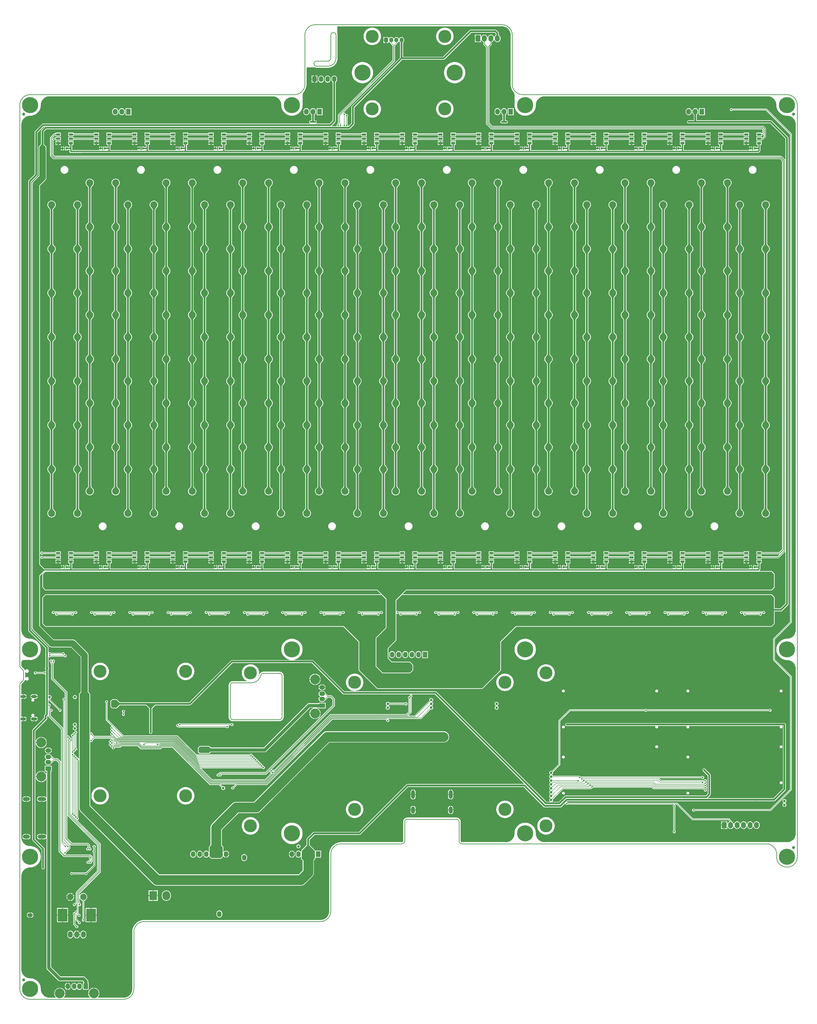
<source format=gtl>
G04*
G04 #@! TF.GenerationSoftware,Altium Limited,Altium Designer,22.2.1 (43)*
G04*
G04 Layer_Physical_Order=1*
G04 Layer_Color=255*
%FSLAX44Y44*%
%MOMM*%
G71*
G04*
G04 #@! TF.SameCoordinates,CDD9168B-683F-4F5A-B1B2-3852E0251DB5*
G04*
G04*
G04 #@! TF.FilePolarity,Positive*
G04*
G01*
G75*
%ADD10C,0.2540*%
%ADD12C,0.1524*%
%ADD17R,1.5000X0.9000*%
%ADD18R,0.6350X0.8890*%
%ADD50C,0.6350*%
%ADD51C,2.5000*%
%ADD52C,0.5080*%
%ADD53C,3.8100*%
%ADD54C,1.2700*%
%ADD55C,5.0000*%
%ADD56O,1.5000X1.8000*%
%ADD57R,1.5000X1.8000*%
%ADD58O,1.5000X3.3000*%
%ADD59O,1.5000X2.7000*%
%ADD60O,3.3000X1.5000*%
%ADD61O,2.7000X1.5000*%
%ADD62R,1.7000X2.2000*%
%ADD63O,1.7000X2.2000*%
%ADD64R,1.8000X2.2000*%
%ADD65O,1.8000X2.2000*%
%ADD66C,1.0000*%
%ADD67O,2.1000X1.2000*%
%ADD68O,2.3000X1.2000*%
%ADD69C,3.8000*%
%ADD70R,2.2000X1.7000*%
%ADD71O,2.2000X1.7000*%
%ADD72O,2.1000X1.5000*%
%ADD73O,1.9000X2.4000*%
%ADD74R,1.9000X2.4000*%
%ADD75O,3.0000X3.5000*%
%ADD76R,3.0000X3.5000*%
%ADD77C,2.5000*%
%ADD78O,1.8000X2.5000*%
%ADD79R,3.8000X5.0000*%
%ADD80C,1.1520*%
%ADD81C,6.2000*%
%ADD82C,2.7000*%
%ADD83C,0.6200*%
G36*
X365307Y2403504D02*
X370482Y2402261D01*
X375400Y2400224D01*
X379939Y2397443D01*
X383986Y2393986D01*
X387443Y2389939D01*
X390224Y2385400D01*
X392261Y2380482D01*
X393504Y2375307D01*
X393908Y2370170D01*
X393874Y2370000D01*
X393874Y2180000D01*
X393845D01*
X394240Y2173976D01*
X395418Y2168054D01*
X397359Y2162337D01*
X400029Y2156923D01*
X403169Y2152224D01*
X403829Y2151205D01*
X403831Y2151202D01*
X404633Y2150225D01*
X405311Y2149400D01*
X407290Y2145697D01*
X408508Y2141680D01*
X408798Y2138740D01*
X408874Y2137501D01*
X408874Y2136231D01*
X408874Y2100057D01*
X408817Y2100000D01*
X408817D01*
X409324Y2093558D01*
X410833Y2087274D01*
X413306Y2081303D01*
X416682Y2075793D01*
X420879Y2070879D01*
X425793Y2066682D01*
X431303Y2063306D01*
X437274Y2060833D01*
X443558Y2059324D01*
X450000Y2058817D01*
X456442Y2059324D01*
X462726Y2060833D01*
X468697Y2063306D01*
X474207Y2066682D01*
X479121Y2070879D01*
X483318Y2075793D01*
X486694Y2081303D01*
X489167Y2087274D01*
X490676Y2093558D01*
X491183Y2100000D01*
X491183D01*
X491178Y2101270D01*
X491496Y2105307D01*
X492739Y2110482D01*
X494776Y2115400D01*
X497557Y2119939D01*
X501014Y2123986D01*
X505061Y2127443D01*
X509600Y2130224D01*
X514518Y2132261D01*
X519693Y2133504D01*
X523751Y2133823D01*
X525000Y2133874D01*
X526258Y2133874D01*
X1385000Y2133874D01*
X1385170Y2133908D01*
X1390307Y2133504D01*
X1395482Y2132261D01*
X1400400Y2130224D01*
X1404939Y2127443D01*
X1408986Y2123986D01*
X1412443Y2119939D01*
X1415224Y2115400D01*
X1417261Y2110482D01*
X1418504Y2105307D01*
X1418822Y2101270D01*
X1418817Y2100000D01*
X1418817D01*
X1419324Y2093558D01*
X1420833Y2087274D01*
X1423306Y2081303D01*
X1426682Y2075793D01*
X1430879Y2070879D01*
X1435793Y2066682D01*
X1441303Y2063306D01*
X1447274Y2060833D01*
X1453558Y2059324D01*
X1460000Y2058817D01*
Y2058817D01*
X1461270Y2058822D01*
X1465307Y2058504D01*
X1470482Y2057261D01*
X1475400Y2055224D01*
X1479939Y2052443D01*
X1483986Y2048986D01*
X1487443Y2044939D01*
X1490224Y2040400D01*
X1492261Y2035482D01*
X1493504Y2030307D01*
X1493908Y2025173D01*
X1493874Y2025000D01*
X1493874Y75001D01*
X1493874Y75000D01*
X1493874D01*
X1493823Y73751D01*
X1493504Y69693D01*
X1492261Y64518D01*
X1490224Y59600D01*
X1487443Y55061D01*
X1483986Y51014D01*
X1479939Y47557D01*
X1475400Y44776D01*
X1470482Y42739D01*
X1465307Y41496D01*
X1461270Y41178D01*
X1460000Y41183D01*
Y41183D01*
X1453558Y40676D01*
X1447274Y39167D01*
X1441303Y36694D01*
X1435793Y33318D01*
X1430879Y29121D01*
X1426682Y24207D01*
X1423306Y18697D01*
X1420833Y12726D01*
X1419324Y6442D01*
X1418817Y0D01*
X1419324Y-6442D01*
X1420833Y-12726D01*
X1423306Y-18697D01*
X1426682Y-24207D01*
X1430879Y-29121D01*
X1435793Y-33318D01*
X1441303Y-36694D01*
X1447274Y-39167D01*
X1453558Y-40676D01*
X1460000Y-41183D01*
Y-41183D01*
X1461270Y-41178D01*
X1465307Y-41496D01*
X1470482Y-42739D01*
X1475400Y-44776D01*
X1479939Y-47557D01*
X1483986Y-51014D01*
X1487443Y-55061D01*
X1490224Y-59600D01*
X1492261Y-64518D01*
X1493504Y-69693D01*
X1493908Y-74830D01*
X1493874Y-75000D01*
X1493874Y-710000D01*
X1493908Y-710170D01*
X1493504Y-715306D01*
X1492261Y-720482D01*
X1490224Y-725400D01*
X1487443Y-729939D01*
X1483986Y-733986D01*
X1479939Y-737443D01*
X1475400Y-740224D01*
X1470482Y-742261D01*
X1465307Y-743504D01*
X1460170Y-743908D01*
X1460000Y-743874D01*
X525000D01*
X524830Y-743908D01*
X519693Y-743504D01*
X514518Y-742261D01*
X509600Y-740224D01*
X505061Y-737443D01*
X501014Y-733986D01*
X497557Y-729939D01*
X494776Y-725400D01*
X492739Y-720482D01*
X491496Y-715306D01*
X491178Y-711270D01*
X491183Y-710000D01*
X491183D01*
X490676Y-703558D01*
X489167Y-697274D01*
X486694Y-691303D01*
X483318Y-685793D01*
X479121Y-680879D01*
X474207Y-676682D01*
X468697Y-673306D01*
X462726Y-670833D01*
X456442Y-669324D01*
X450000Y-668817D01*
X443558Y-669324D01*
X437274Y-670833D01*
X431303Y-673306D01*
X425793Y-676682D01*
X420879Y-680879D01*
X416682Y-685793D01*
X413306Y-691303D01*
X410833Y-697274D01*
X409324Y-703558D01*
X408817Y-710000D01*
X408817D01*
X408822Y-711270D01*
X408504Y-715306D01*
X407261Y-720482D01*
X405224Y-725400D01*
X402443Y-729939D01*
X398986Y-733986D01*
X394939Y-737443D01*
X390400Y-740224D01*
X385482Y-742261D01*
X380307Y-743504D01*
X375170Y-743908D01*
X375000Y-743874D01*
X205000D01*
X204956Y-743883D01*
X203511Y-743596D01*
X202248Y-742752D01*
X201404Y-741489D01*
X201117Y-740044D01*
X201126Y-740000D01*
Y-665000D01*
X201134D01*
X200824Y-661852D01*
X199906Y-658826D01*
X198415Y-656037D01*
X196408Y-653592D01*
X193963Y-651585D01*
X191174Y-650094D01*
X188148Y-649176D01*
X185000Y-648866D01*
Y-648874D01*
X-5000D01*
Y-648866D01*
X-8148Y-649176D01*
X-11174Y-650094D01*
X-13963Y-651585D01*
X-16408Y-653592D01*
X-18415Y-656037D01*
X-19906Y-658826D01*
X-20824Y-661852D01*
X-21134Y-665000D01*
X-21126D01*
Y-740000D01*
X-21117Y-740044D01*
X-21405Y-741489D01*
X-22248Y-742752D01*
X-23511Y-743596D01*
X-24956Y-743883D01*
X-25000Y-743874D01*
X-260000D01*
Y-743845D01*
X-266024Y-744240D01*
X-271946Y-745418D01*
X-277663Y-747358D01*
X-283077Y-750029D01*
X-288097Y-753383D01*
X-292636Y-757364D01*
X-296617Y-761903D01*
X-299971Y-766923D01*
X-302642Y-772337D01*
X-304582Y-778054D01*
X-305760Y-783976D01*
X-306155Y-790000D01*
X-306126D01*
Y-1008737D01*
X-306126Y-1008748D01*
X-306126Y-1010000D01*
X-306177Y-1011249D01*
X-306496Y-1015306D01*
X-307739Y-1020482D01*
X-309776Y-1025400D01*
X-312557Y-1029939D01*
X-316014Y-1033986D01*
X-320061Y-1037443D01*
X-324600Y-1040224D01*
X-329518Y-1042261D01*
X-334693Y-1043504D01*
X-338741Y-1043822D01*
X-340000Y-1043874D01*
X-340000Y-1043874D01*
X-341252Y-1043874D01*
X-1020000D01*
X-1020000Y-1043874D01*
Y-1043845D01*
X-1026024Y-1044240D01*
X-1031946Y-1045418D01*
X-1037663Y-1047358D01*
X-1043077Y-1050029D01*
X-1048097Y-1053383D01*
X-1052636Y-1057364D01*
X-1056617Y-1061903D01*
X-1059971Y-1066923D01*
X-1062642Y-1072337D01*
X-1064582Y-1078054D01*
X-1065760Y-1083976D01*
X-1066155Y-1090000D01*
X-1066126D01*
Y-1310000D01*
X-1066092Y-1310170D01*
X-1066496Y-1315307D01*
X-1067739Y-1320482D01*
X-1069776Y-1325400D01*
X-1072557Y-1329939D01*
X-1076014Y-1333986D01*
X-1080061Y-1337443D01*
X-1084600Y-1340224D01*
X-1089518Y-1342261D01*
X-1094694Y-1343504D01*
X-1099830Y-1343908D01*
X-1100000Y-1343874D01*
X-1197500D01*
X-1198887Y-1344150D01*
X-1199203Y-1344361D01*
X-1200012Y-1343375D01*
X-1197569Y-1340931D01*
X-1195211Y-1337403D01*
X-1193588Y-1333483D01*
X-1192760Y-1329321D01*
Y-1328470D01*
X-1235840D01*
Y-1329321D01*
X-1235012Y-1333483D01*
X-1233389Y-1337403D01*
X-1231031Y-1340931D01*
X-1228588Y-1343375D01*
X-1229397Y-1344361D01*
X-1229713Y-1344150D01*
X-1231100Y-1343874D01*
X-1328900D01*
X-1330287Y-1344150D01*
X-1330603Y-1344361D01*
X-1331412Y-1343375D01*
X-1328969Y-1340931D01*
X-1326611Y-1337403D01*
X-1324988Y-1333483D01*
X-1324160Y-1329321D01*
Y-1328470D01*
X-1345700D01*
X-1367240D01*
Y-1329321D01*
X-1366412Y-1333483D01*
X-1364789Y-1337403D01*
X-1362431Y-1340931D01*
X-1359988Y-1343375D01*
X-1360797Y-1344361D01*
X-1361113Y-1344150D01*
X-1362500Y-1343874D01*
X-1385000D01*
X-1385170Y-1343908D01*
X-1390307Y-1343504D01*
X-1395482Y-1342261D01*
X-1400400Y-1340224D01*
X-1404939Y-1337443D01*
X-1408986Y-1333986D01*
X-1412443Y-1329939D01*
X-1415224Y-1325400D01*
X-1417261Y-1320482D01*
X-1418504Y-1315307D01*
X-1418822Y-1311270D01*
X-1418817Y-1310000D01*
X-1418817D01*
X-1419324Y-1303558D01*
X-1420833Y-1297274D01*
X-1423306Y-1291303D01*
X-1426682Y-1285793D01*
X-1430879Y-1280879D01*
X-1435793Y-1276682D01*
X-1441303Y-1273306D01*
X-1447274Y-1270833D01*
X-1453558Y-1269324D01*
X-1460000Y-1268817D01*
Y-1268817D01*
X-1461270Y-1268822D01*
X-1465307Y-1268504D01*
X-1470482Y-1267261D01*
X-1475400Y-1265224D01*
X-1479939Y-1262443D01*
X-1483986Y-1258986D01*
X-1487443Y-1254939D01*
X-1490224Y-1250400D01*
X-1492261Y-1245482D01*
X-1493504Y-1240306D01*
X-1493823Y-1236249D01*
X-1493874Y-1235000D01*
X-1493874Y-1233737D01*
X-1493874Y-875000D01*
X-1493908Y-874830D01*
X-1493504Y-869694D01*
X-1492261Y-864518D01*
X-1490224Y-859600D01*
X-1487443Y-855061D01*
X-1483986Y-851014D01*
X-1479939Y-847557D01*
X-1475400Y-844776D01*
X-1470482Y-842739D01*
X-1465307Y-841496D01*
X-1461270Y-841178D01*
X-1460000Y-841183D01*
Y-841183D01*
X-1453558Y-840676D01*
X-1447274Y-839167D01*
X-1441303Y-836694D01*
X-1435793Y-833318D01*
X-1430879Y-829121D01*
X-1426682Y-824207D01*
X-1423306Y-818697D01*
X-1420833Y-812726D01*
X-1419324Y-806442D01*
X-1418817Y-800000D01*
X-1419324Y-793558D01*
X-1420833Y-787274D01*
X-1423306Y-781303D01*
X-1426682Y-775793D01*
X-1430879Y-770879D01*
X-1435793Y-766682D01*
X-1441303Y-763306D01*
X-1447274Y-760833D01*
X-1453558Y-759324D01*
X-1460000Y-758817D01*
Y-758817D01*
X-1461270Y-758822D01*
X-1465307Y-758504D01*
X-1470482Y-757261D01*
X-1475400Y-755224D01*
X-1479939Y-752443D01*
X-1483986Y-748986D01*
X-1487443Y-744939D01*
X-1490224Y-740400D01*
X-1492261Y-735482D01*
X-1493504Y-730306D01*
X-1493822Y-726259D01*
X-1493874Y-725000D01*
X-1493874Y-725000D01*
X-1493874Y-723748D01*
X-1493874Y-277628D01*
X-1493731Y-277382D01*
X-1492762Y-276582D01*
X-1491000Y-276814D01*
X-1487770D01*
Y-268200D01*
Y-259586D01*
X-1491000D01*
X-1492762Y-259818D01*
X-1493731Y-259018D01*
X-1493874Y-258772D01*
Y-225000D01*
Y-191228D01*
X-1493731Y-190982D01*
X-1492762Y-190182D01*
X-1491000Y-190414D01*
X-1487770D01*
Y-181800D01*
Y-173186D01*
X-1491000D01*
X-1492762Y-173418D01*
X-1493731Y-172618D01*
X-1493874Y-172372D01*
X-1493875Y-137255D01*
X-1493873Y-137250D01*
X-1493873D01*
X-1493694Y-136054D01*
X-1493474Y-134953D01*
X-1492851Y-134019D01*
X-1492132Y-133047D01*
X-1492132Y-133047D01*
X-1492126Y-133038D01*
X-1484705Y-125616D01*
X-1484705Y-125616D01*
X-1484692Y-125629D01*
X-1482427Y-122869D01*
X-1480744Y-119720D01*
X-1479972Y-117177D01*
X-1478597Y-117019D01*
X-1478133Y-117823D01*
X-1476823Y-119133D01*
X-1475217Y-120060D01*
X-1473427Y-120540D01*
X-1471573D01*
X-1469783Y-120060D01*
X-1468177Y-119133D01*
X-1466867Y-117823D01*
X-1465940Y-116217D01*
X-1465460Y-114427D01*
Y-112573D01*
X-1465940Y-110783D01*
X-1466867Y-109177D01*
X-1468177Y-107867D01*
X-1469783Y-106940D01*
X-1471573Y-106460D01*
X-1473427D01*
X-1475217Y-106940D01*
X-1476823Y-107867D01*
X-1478104Y-109148D01*
X-1478240Y-109144D01*
X-1479374Y-108786D01*
X-1479374Y-88213D01*
X-1478240Y-87856D01*
X-1478104Y-87852D01*
X-1476823Y-89133D01*
X-1475217Y-90060D01*
X-1473427Y-90540D01*
X-1471573D01*
X-1469783Y-90060D01*
X-1468177Y-89133D01*
X-1466867Y-87823D01*
X-1465940Y-86217D01*
X-1465460Y-84427D01*
Y-82573D01*
X-1465940Y-80783D01*
X-1466867Y-79177D01*
X-1468177Y-77867D01*
X-1469783Y-76940D01*
X-1471573Y-76460D01*
X-1473427D01*
X-1475217Y-76940D01*
X-1476823Y-77867D01*
X-1478133Y-79177D01*
X-1479060Y-80783D01*
X-1479085Y-80874D01*
X-1480405Y-80896D01*
X-1480744Y-79780D01*
X-1482427Y-76631D01*
X-1484692Y-73871D01*
X-1484705Y-73884D01*
X-1484705Y-73884D01*
X-1492126Y-66462D01*
X-1492132Y-66453D01*
X-1492132Y-66453D01*
X-1492851Y-65481D01*
X-1493474Y-64547D01*
X-1493694Y-63446D01*
X-1493873Y-62250D01*
X-1493874Y-62245D01*
X-1493874Y-60980D01*
X-1493874Y-51267D01*
X-1493874Y-50000D01*
X-1493734Y-48788D01*
X-1493590Y-47698D01*
X-1492702Y-45553D01*
X-1491288Y-43712D01*
X-1489447Y-42298D01*
X-1487302Y-41410D01*
X-1485060Y-41115D01*
X-1485000Y-41127D01*
X-1460000Y-41127D01*
Y-41183D01*
X-1453558Y-40676D01*
X-1447274Y-39167D01*
X-1441303Y-36694D01*
X-1435793Y-33318D01*
X-1430879Y-29121D01*
X-1426682Y-24207D01*
X-1423306Y-18697D01*
X-1420833Y-12726D01*
X-1419324Y-6442D01*
X-1418817Y0D01*
X-1419324Y6442D01*
X-1420833Y12726D01*
X-1423306Y18697D01*
X-1426682Y24207D01*
X-1430879Y29121D01*
X-1435793Y33318D01*
X-1441303Y36694D01*
X-1447274Y39167D01*
X-1453558Y40676D01*
X-1460000Y41183D01*
Y41183D01*
X-1461270Y41178D01*
X-1465307Y41496D01*
X-1470482Y42739D01*
X-1475400Y44776D01*
X-1479939Y47557D01*
X-1483986Y51014D01*
X-1487443Y55061D01*
X-1490224Y59600D01*
X-1492261Y64518D01*
X-1493504Y69693D01*
X-1493823Y73751D01*
X-1493874Y75000D01*
X-1493874D01*
X-1493874Y75001D01*
X-1493874Y2025000D01*
X-1493908Y2025173D01*
X-1493504Y2030307D01*
X-1492261Y2035482D01*
X-1490224Y2040400D01*
X-1487443Y2044939D01*
X-1483986Y2048986D01*
X-1479939Y2052443D01*
X-1475400Y2055224D01*
X-1470482Y2057261D01*
X-1465307Y2058504D01*
X-1461270Y2058822D01*
X-1460000Y2058817D01*
Y2058817D01*
X-1453558Y2059324D01*
X-1447274Y2060833D01*
X-1441303Y2063306D01*
X-1435793Y2066682D01*
X-1430879Y2070879D01*
X-1426682Y2075793D01*
X-1423306Y2081303D01*
X-1420833Y2087274D01*
X-1419324Y2093558D01*
X-1418817Y2100000D01*
X-1418817D01*
X-1418822Y2101270D01*
X-1418504Y2105307D01*
X-1417261Y2110482D01*
X-1415224Y2115400D01*
X-1412443Y2119939D01*
X-1408986Y2123986D01*
X-1404939Y2127443D01*
X-1400400Y2130224D01*
X-1395482Y2132261D01*
X-1390307Y2133504D01*
X-1385170Y2133908D01*
X-1385000Y2133874D01*
X-526269Y2133874D01*
X-525000Y2133874D01*
X-523751Y2133823D01*
X-519693Y2133504D01*
X-514518Y2132261D01*
X-509600Y2130224D01*
X-505061Y2127443D01*
X-501014Y2123986D01*
X-497557Y2119939D01*
X-494776Y2115400D01*
X-492739Y2110482D01*
X-491496Y2105307D01*
X-491178Y2101270D01*
X-491183Y2100000D01*
X-491183D01*
X-490676Y2093558D01*
X-489167Y2087274D01*
X-486694Y2081303D01*
X-483318Y2075793D01*
X-479121Y2070879D01*
X-474207Y2066682D01*
X-468697Y2063306D01*
X-462726Y2060833D01*
X-456442Y2059324D01*
X-450000Y2058817D01*
X-443558Y2059324D01*
X-437274Y2060833D01*
X-431303Y2063306D01*
X-425793Y2066682D01*
X-420879Y2070879D01*
X-416682Y2075793D01*
X-413306Y2081303D01*
X-410833Y2087274D01*
X-409324Y2093558D01*
X-408817Y2100000D01*
X-408817D01*
X-408874Y2100057D01*
X-408874Y2136231D01*
X-408874Y2137501D01*
X-408798Y2138740D01*
X-408508Y2141680D01*
X-407290Y2145697D01*
X-405311Y2149400D01*
X-404633Y2150225D01*
X-403831Y2151202D01*
X-403829Y2151205D01*
X-403169Y2152224D01*
X-400029Y2156923D01*
X-397359Y2162337D01*
X-395418Y2168054D01*
X-394240Y2173976D01*
X-393845Y2180000D01*
X-393874D01*
Y2245000D01*
X-360863D01*
X-358148Y2244176D01*
X-355000Y2243866D01*
Y2243874D01*
X-310000D01*
Y2243832D01*
X-304342Y2244278D01*
X-298824Y2245603D01*
X-293580Y2247774D01*
X-288741Y2250740D01*
X-284426Y2254426D01*
X-280740Y2258741D01*
X-277774Y2263580D01*
X-275603Y2268824D01*
X-274278Y2274342D01*
X-273832Y2280000D01*
X-273874D01*
Y2370000D01*
X-273866D01*
X-274176Y2373147D01*
X-275000Y2375863D01*
Y2403874D01*
X0Y2403874D01*
X360000Y2403874D01*
X360170Y2403908D01*
X365307Y2403504D01*
D02*
G37*
%LPC*%
G36*
X335000Y2390827D02*
X240000D01*
X237770Y2390383D01*
X235880Y2389120D01*
X133086Y2286327D01*
X-21173D01*
Y2341316D01*
X-19839Y2342339D01*
X-18230Y2344437D01*
X-17218Y2346879D01*
X-16873Y2349500D01*
Y2352500D01*
X-17218Y2355121D01*
X-18230Y2357563D01*
X-19839Y2359661D01*
X-21937Y2361270D01*
X-24379Y2362282D01*
X-27000Y2362627D01*
X-29621Y2362282D01*
X-32063Y2361270D01*
X-34161Y2359661D01*
X-35770Y2357563D01*
X-36313Y2356253D01*
X-37687D01*
X-38230Y2357563D01*
X-39839Y2359661D01*
X-41937Y2361270D01*
X-44379Y2362282D01*
X-47000Y2362627D01*
X-49621Y2362282D01*
X-52063Y2361270D01*
X-54161Y2359661D01*
X-55770Y2357563D01*
X-56313Y2356253D01*
X-57687D01*
X-58230Y2357563D01*
X-59839Y2359661D01*
X-61937Y2361270D01*
X-64379Y2362282D01*
X-67000Y2362627D01*
X-69621Y2362282D01*
X-72063Y2361270D01*
X-74161Y2359661D01*
X-75690Y2357667D01*
X-75832Y2357666D01*
X-76960Y2358518D01*
Y2362540D01*
X-85730D01*
Y2351000D01*
Y2339460D01*
X-76960D01*
Y2343482D01*
X-75832Y2344334D01*
X-75690Y2344333D01*
X-74161Y2342339D01*
X-72063Y2340730D01*
X-70367Y2340027D01*
Y2339000D01*
X-70110Y2337712D01*
X-69381Y2336619D01*
X-61867Y2329106D01*
Y2273846D01*
X-271175Y2064538D01*
X-271904Y2063446D01*
X-272161Y2062157D01*
Y2031600D01*
X-274175Y2029587D01*
X-274904Y2028494D01*
X-275161Y2027206D01*
Y2025815D01*
X-276575Y2024401D01*
X-277434Y2022328D01*
Y2020084D01*
X-277143Y2019383D01*
X-277849Y2018327D01*
X-296636D01*
X-297162Y2019597D01*
X-282780Y2033980D01*
X-281517Y2035870D01*
X-281073Y2038100D01*
Y2188056D01*
X-279026Y2189626D01*
X-277257Y2191932D01*
X-276144Y2194618D01*
X-275765Y2197500D01*
Y2202500D01*
X-276144Y2205382D01*
X-277257Y2208068D01*
X-279026Y2210374D01*
X-281332Y2212143D01*
X-284018Y2213256D01*
X-286900Y2213635D01*
X-289782Y2213256D01*
X-292468Y2212143D01*
X-294774Y2210374D01*
X-296543Y2208068D01*
X-297656Y2205382D01*
X-298035Y2202500D01*
Y2197500D01*
X-297656Y2194618D01*
X-296543Y2191932D01*
X-294774Y2189626D01*
X-292727Y2188056D01*
Y2040514D01*
X-304914Y2028327D01*
X-357744D01*
X-357869Y2029597D01*
X-357770Y2029617D01*
X-356973Y2030149D01*
X-356805Y2030219D01*
X-356676Y2030347D01*
X-355880Y2030880D01*
X-355347Y2031676D01*
X-355219Y2031805D01*
X-355149Y2031973D01*
X-354617Y2032770D01*
X-354430Y2033710D01*
X-354360Y2033878D01*
Y2034060D01*
X-354173Y2035000D01*
X-354360Y2035940D01*
Y2036122D01*
X-354430Y2036290D01*
X-354617Y2037230D01*
X-355149Y2038027D01*
X-355219Y2038195D01*
X-355347Y2038323D01*
X-355880Y2039120D01*
X-356677Y2039653D01*
X-356805Y2039781D01*
X-356973Y2039851D01*
X-357770Y2040383D01*
X-358710Y2040570D01*
X-358878Y2040640D01*
X-359060D01*
X-360000Y2040827D01*
X-362923D01*
Y2062425D01*
X-360520Y2064270D01*
X-358670Y2066680D01*
X-357507Y2069487D01*
X-357110Y2072500D01*
Y2076500D01*
X-357507Y2079513D01*
X-358670Y2082320D01*
X-360520Y2084731D01*
X-362930Y2086580D01*
X-365737Y2087743D01*
X-368750Y2088140D01*
X-371763Y2087743D01*
X-374570Y2086580D01*
X-376980Y2084731D01*
X-378830Y2082320D01*
X-379993Y2079513D01*
X-380390Y2076500D01*
Y2072500D01*
X-379993Y2069487D01*
X-378830Y2066680D01*
X-376980Y2064270D01*
X-374577Y2062425D01*
Y2040827D01*
X-377500D01*
X-378440Y2040640D01*
X-378622D01*
X-378790Y2040570D01*
X-379730Y2040383D01*
X-380527Y2039851D01*
X-380695Y2039781D01*
X-380823Y2039653D01*
X-381620Y2039120D01*
X-382153Y2038323D01*
X-382281Y2038195D01*
X-382351Y2038027D01*
X-382883Y2037230D01*
X-383070Y2036290D01*
X-383140Y2036122D01*
Y2035940D01*
X-383327Y2035000D01*
X-383140Y2034060D01*
Y2033878D01*
X-383070Y2033710D01*
X-382883Y2032770D01*
X-382351Y2031973D01*
X-382281Y2031805D01*
X-382153Y2031677D01*
X-381620Y2030880D01*
X-380823Y2030347D01*
X-380695Y2030219D01*
X-380527Y2030149D01*
X-379730Y2029617D01*
X-379631Y2029597D01*
X-379756Y2028327D01*
X-1410000D01*
X-1412230Y2027883D01*
X-1414120Y2026620D01*
X-1441120Y1999620D01*
X-1442383Y1997730D01*
X-1442827Y1995500D01*
Y1832414D01*
X-1465120Y1810120D01*
X-1466383Y1808230D01*
X-1466827Y1806000D01*
Y73000D01*
X-1466383Y70770D01*
X-1465120Y68880D01*
X-1400827Y4586D01*
Y-68164D01*
X-1401033Y-68370D01*
X-1402026Y-70090D01*
X-1402540Y-72007D01*
Y-73993D01*
X-1402026Y-75910D01*
X-1401033Y-77630D01*
X-1400827Y-77836D01*
Y-85067D01*
X-1401883Y-85772D01*
X-1402878Y-85360D01*
X-1405122D01*
X-1407195Y-86219D01*
X-1408609Y-87633D01*
X-1435391D01*
X-1436805Y-86219D01*
X-1438878Y-85360D01*
X-1441122D01*
X-1443195Y-86219D01*
X-1444781Y-87805D01*
X-1445640Y-89878D01*
Y-92122D01*
X-1444781Y-94195D01*
X-1443195Y-95781D01*
X-1441122Y-96640D01*
X-1438878D01*
X-1436805Y-95781D01*
X-1435391Y-94367D01*
X-1408609D01*
X-1407195Y-95781D01*
X-1405122Y-96640D01*
X-1402878D01*
X-1401883Y-96228D01*
X-1400827Y-96933D01*
Y-155000D01*
Y-248586D01*
X-1404120Y-251880D01*
X-1405383Y-253770D01*
X-1405827Y-256000D01*
Y-264586D01*
X-1450120Y-308880D01*
X-1451383Y-310770D01*
X-1451827Y-313000D01*
Y-734000D01*
X-1451383Y-736230D01*
X-1450120Y-738120D01*
X-1415827Y-772414D01*
Y-843000D01*
X-1415640Y-843940D01*
Y-844122D01*
X-1415570Y-844290D01*
X-1415383Y-845230D01*
X-1414851Y-846027D01*
X-1414781Y-846195D01*
X-1414653Y-846323D01*
X-1414120Y-847120D01*
X-1413323Y-847653D01*
X-1413195Y-847781D01*
X-1413027Y-847851D01*
X-1412230Y-848383D01*
X-1411290Y-848570D01*
X-1411122Y-848640D01*
X-1410940D01*
X-1410000Y-848827D01*
X-1409060Y-848640D01*
X-1408878D01*
X-1408710Y-848570D01*
X-1407770Y-848383D01*
X-1406973Y-847851D01*
X-1406805Y-847781D01*
X-1406677Y-847653D01*
X-1405880Y-847120D01*
X-1405347Y-846323D01*
X-1405219Y-846195D01*
X-1405149Y-846027D01*
X-1404617Y-845230D01*
X-1404430Y-844290D01*
X-1404360Y-844122D01*
Y-843940D01*
X-1404173Y-843000D01*
Y-770000D01*
X-1404617Y-767770D01*
X-1405880Y-765880D01*
X-1440173Y-731586D01*
Y-315414D01*
X-1395880Y-271120D01*
X-1395347Y-270323D01*
X-1395219Y-270195D01*
X-1395149Y-270027D01*
X-1394617Y-269230D01*
X-1394430Y-268290D01*
X-1394360Y-268122D01*
Y-267940D01*
X-1394173Y-267000D01*
Y-258414D01*
X-1391455Y-255696D01*
X-1390185Y-256222D01*
Y-258182D01*
X-1389929Y-259470D01*
X-1389199Y-260562D01*
X-1341367Y-308395D01*
Y-431076D01*
X-1342637Y-431602D01*
X-1353016Y-421222D01*
X-1354109Y-420493D01*
X-1355397Y-420236D01*
X-1367502D01*
X-1375119Y-412619D01*
X-1376212Y-411890D01*
X-1377004Y-411732D01*
X-1377957Y-409432D01*
X-1379726Y-407126D01*
X-1382032Y-405357D01*
X-1384718Y-404244D01*
X-1387600Y-403865D01*
X-1392600D01*
X-1395482Y-404244D01*
X-1398168Y-405357D01*
X-1400474Y-407126D01*
X-1402243Y-409432D01*
X-1403356Y-412118D01*
X-1403735Y-415000D01*
X-1403356Y-417882D01*
X-1402243Y-420568D01*
X-1400474Y-422874D01*
X-1398703Y-424233D01*
X-1398652Y-424339D01*
Y-425661D01*
X-1398703Y-425767D01*
X-1400474Y-427126D01*
X-1402243Y-429432D01*
X-1403356Y-432118D01*
X-1403735Y-435000D01*
X-1403356Y-437882D01*
X-1402243Y-440568D01*
X-1400474Y-442874D01*
X-1398168Y-444643D01*
X-1395482Y-445756D01*
X-1392600Y-446135D01*
X-1387600D01*
X-1384718Y-445756D01*
X-1382032Y-444643D01*
X-1379726Y-442874D01*
X-1377957Y-440568D01*
X-1377004Y-438268D01*
X-1376212Y-438110D01*
X-1375119Y-437381D01*
X-1367502Y-429764D01*
X-1357949D01*
X-1350161Y-437552D01*
Y-779657D01*
X-1349904Y-780946D01*
X-1349175Y-782038D01*
X-1331038Y-800175D01*
X-1329946Y-800904D01*
X-1328657Y-801161D01*
X-1234601D01*
X-1233640Y-802121D01*
Y-804122D01*
X-1232781Y-806195D01*
X-1231367Y-807609D01*
Y-811606D01*
X-1236121Y-816360D01*
X-1238122D01*
X-1240195Y-817219D01*
X-1241781Y-818805D01*
X-1242640Y-820878D01*
Y-823122D01*
X-1241781Y-825195D01*
X-1240195Y-826781D01*
X-1238122Y-827640D01*
X-1235878D01*
X-1233805Y-826781D01*
X-1232500Y-825476D01*
X-1231195Y-826781D01*
X-1229122Y-827640D01*
X-1226878D01*
X-1224805Y-826781D01*
X-1223219Y-825195D01*
X-1222360Y-823122D01*
Y-821121D01*
X-1220119Y-818881D01*
X-1219390Y-817788D01*
X-1219133Y-816500D01*
Y-800000D01*
X-1219390Y-798712D01*
X-1220119Y-797619D01*
X-1225119Y-792619D01*
X-1226212Y-791890D01*
X-1227500Y-791633D01*
X-1323958D01*
X-1324210Y-790363D01*
X-1322805Y-789781D01*
X-1321219Y-788195D01*
X-1320360Y-786122D01*
Y-784121D01*
X-1306620Y-770381D01*
X-1305890Y-769288D01*
X-1305633Y-768000D01*
Y-755000D01*
X-1305633Y-755000D01*
X-1305890Y-753711D01*
X-1306076Y-753432D01*
X-1305090Y-752623D01*
X-1302332Y-755381D01*
X-1301240Y-756110D01*
X-1299951Y-756367D01*
X-1240292D01*
X-1238264Y-758394D01*
Y-764360D01*
X-1239122D01*
X-1241195Y-765219D01*
X-1242781Y-766805D01*
X-1243640Y-768878D01*
Y-771122D01*
X-1242781Y-773195D01*
X-1241195Y-774781D01*
X-1239122Y-775640D01*
X-1236878D01*
X-1234805Y-774781D01*
X-1233500Y-773476D01*
X-1232195Y-774781D01*
X-1230122Y-775640D01*
X-1227878D01*
X-1225805Y-774781D01*
X-1224219Y-773195D01*
X-1223360Y-771122D01*
Y-768878D01*
X-1224219Y-766805D01*
X-1225805Y-765219D01*
X-1227878Y-764360D01*
X-1228736D01*
Y-755843D01*
X-1228993Y-754554D01*
X-1229722Y-753462D01*
X-1235359Y-747825D01*
X-1236451Y-747096D01*
X-1237740Y-746839D01*
X-1297399D01*
X-1316633Y-727606D01*
Y-642530D01*
X-1315363Y-642004D01*
X-1201867Y-755501D01*
Y-854499D01*
X-1282881Y-935513D01*
X-1283610Y-936605D01*
X-1283867Y-937894D01*
Y-974355D01*
X-1288871Y-979360D01*
X-1290872D01*
X-1292945Y-980219D01*
X-1294531Y-981805D01*
X-1295390Y-983878D01*
Y-986122D01*
X-1294531Y-988195D01*
X-1292945Y-989781D01*
X-1290872Y-990640D01*
X-1288628D01*
X-1286555Y-989781D01*
X-1284969Y-988195D01*
X-1284110Y-986122D01*
Y-984121D01*
X-1281290Y-981301D01*
X-1280117Y-981787D01*
Y-1006947D01*
X-1281173Y-1007652D01*
X-1281878Y-1007360D01*
X-1284122D01*
X-1286195Y-1008219D01*
X-1287781Y-1009805D01*
X-1288640Y-1011878D01*
Y-1013187D01*
X-1288838Y-1014162D01*
X-1289813Y-1014360D01*
X-1291122D01*
X-1293195Y-1015219D01*
X-1294781Y-1016805D01*
X-1295640Y-1018878D01*
Y-1021122D01*
X-1294781Y-1023195D01*
X-1293885Y-1024091D01*
Y-1060000D01*
X-1293589Y-1061487D01*
X-1292747Y-1062747D01*
X-1285640Y-1069854D01*
Y-1071122D01*
X-1284781Y-1073195D01*
X-1283195Y-1074781D01*
X-1281122Y-1075640D01*
X-1278878D01*
X-1276805Y-1074781D01*
X-1275219Y-1073195D01*
X-1274360Y-1071122D01*
Y-1068878D01*
X-1275219Y-1066805D01*
X-1276805Y-1065219D01*
X-1278878Y-1064360D01*
X-1280146D01*
X-1286115Y-1058391D01*
Y-1044942D01*
X-1284845Y-1044416D01*
X-1275640Y-1053621D01*
Y-1055622D01*
X-1274781Y-1057695D01*
X-1273195Y-1059281D01*
X-1271122Y-1060140D01*
X-1268878D01*
X-1266805Y-1059281D01*
X-1265218Y-1057695D01*
X-1264360Y-1055622D01*
Y-1053378D01*
X-1265218Y-1051305D01*
X-1266805Y-1049719D01*
X-1268878Y-1048860D01*
X-1270879D01*
X-1279883Y-1039855D01*
Y-1024674D01*
X-1278613Y-1024148D01*
X-1276640Y-1026121D01*
Y-1027122D01*
X-1275781Y-1029195D01*
X-1274195Y-1030781D01*
X-1272122Y-1031640D01*
X-1269878D01*
X-1267805Y-1030781D01*
X-1266219Y-1029195D01*
X-1265360Y-1027122D01*
Y-1024878D01*
X-1266219Y-1022805D01*
X-1267805Y-1021219D01*
X-1269878Y-1020360D01*
X-1272122D01*
X-1272364Y-1020460D01*
X-1273383Y-1019649D01*
Y-990752D01*
X-1272113Y-990022D01*
X-1270622Y-990640D01*
X-1268378D01*
X-1266305Y-989781D01*
X-1264719Y-988195D01*
X-1263860Y-986122D01*
Y-983878D01*
X-1264719Y-981805D01*
X-1266133Y-980391D01*
Y-979050D01*
X-1266390Y-977762D01*
X-1267119Y-976669D01*
X-1269633Y-974156D01*
Y-962292D01*
X-1268363Y-962040D01*
X-1268328Y-962124D01*
X-1266682Y-964587D01*
X-1264587Y-966682D01*
X-1262124Y-968328D01*
X-1259387Y-969462D01*
X-1258367Y-969665D01*
Y-1039391D01*
X-1259781Y-1040805D01*
X-1260640Y-1042878D01*
Y-1045122D01*
X-1259781Y-1047195D01*
X-1258195Y-1048781D01*
X-1256122Y-1049640D01*
X-1253878D01*
X-1251805Y-1048781D01*
X-1250219Y-1047195D01*
X-1249360Y-1045122D01*
Y-1042878D01*
X-1250219Y-1040805D01*
X-1251633Y-1039391D01*
Y-969665D01*
X-1250613Y-969462D01*
X-1247876Y-968328D01*
X-1245413Y-966682D01*
X-1243318Y-964587D01*
X-1241672Y-962124D01*
X-1240538Y-959387D01*
X-1239960Y-956481D01*
Y-953519D01*
X-1240538Y-950613D01*
X-1241672Y-947876D01*
X-1243318Y-945413D01*
X-1245413Y-943318D01*
X-1247876Y-941672D01*
X-1250613Y-940538D01*
X-1253519Y-939960D01*
X-1256481D01*
X-1259387Y-940538D01*
X-1262124Y-941672D01*
X-1264587Y-943318D01*
X-1266682Y-945413D01*
X-1268328Y-947876D01*
X-1268363Y-947960D01*
X-1269633Y-947708D01*
Y-942394D01*
X-1188619Y-861381D01*
X-1187890Y-860288D01*
X-1187633Y-859000D01*
Y-751000D01*
X-1187890Y-749712D01*
X-1188619Y-748619D01*
X-1277426Y-659813D01*
X-1276939Y-658640D01*
X-1276878D01*
X-1274805Y-657781D01*
X-1273219Y-656195D01*
X-1272360Y-654122D01*
Y-651878D01*
X-1273219Y-649805D01*
X-1274633Y-648391D01*
Y-428110D01*
X-1273219Y-426695D01*
X-1272964Y-426081D01*
X-1271694Y-426334D01*
Y-465500D01*
Y-611000D01*
X-1271278Y-615232D01*
X-1270043Y-619302D01*
X-1268038Y-623053D01*
X-1265340Y-626340D01*
X-1181340Y-710340D01*
X-986340Y-905340D01*
X-983053Y-908038D01*
X-979302Y-910043D01*
X-975232Y-911278D01*
X-971000Y-911694D01*
X-415337D01*
X-411105Y-911278D01*
X-407035Y-910043D01*
X-403284Y-908038D01*
X-399997Y-905340D01*
X-371660Y-877003D01*
X-368962Y-873716D01*
X-366957Y-869965D01*
X-365722Y-865895D01*
X-365305Y-861663D01*
Y-813968D01*
X-359869Y-808531D01*
X-359307Y-807691D01*
X-359110Y-806700D01*
Y-803540D01*
X-337660D01*
Y-776460D01*
X-359740D01*
X-360678Y-775659D01*
X-381673Y-754665D01*
Y-734914D01*
X-362586Y-715827D01*
X-189000D01*
X-186770Y-715383D01*
X-184880Y-714120D01*
X-1586Y-530827D01*
X443586D01*
X520880Y-608120D01*
X522770Y-609383D01*
X525000Y-609827D01*
X586000D01*
X588230Y-609383D01*
X590120Y-608120D01*
X603187Y-595054D01*
X604360Y-595540D01*
Y-596122D01*
X605219Y-598195D01*
X606805Y-599781D01*
X608878Y-600640D01*
X611122D01*
X613195Y-599781D01*
X614609Y-598367D01*
X1022958D01*
X1023210Y-599637D01*
X1021805Y-600219D01*
X1020219Y-601805D01*
X1019360Y-603878D01*
Y-606122D01*
X1020219Y-608195D01*
X1021115Y-609091D01*
Y-699529D01*
X1020219Y-700425D01*
X1019360Y-702498D01*
Y-704742D01*
X1020219Y-706815D01*
X1021805Y-708401D01*
X1023878Y-709260D01*
X1026122D01*
X1028195Y-708401D01*
X1029781Y-706815D01*
X1030640Y-704742D01*
Y-702498D01*
X1029781Y-700425D01*
X1028885Y-699529D01*
Y-609091D01*
X1029781Y-608195D01*
X1030640Y-606122D01*
Y-603878D01*
X1029781Y-601805D01*
X1028195Y-600219D01*
X1026790Y-599637D01*
X1027042Y-598367D01*
X1034605D01*
X1093619Y-657381D01*
X1094712Y-658110D01*
X1096000Y-658367D01*
X1234106D01*
X1238492Y-662753D01*
X1238194Y-664251D01*
X1236428Y-664983D01*
X1233913Y-666913D01*
X1231983Y-669428D01*
X1230770Y-672357D01*
X1229540Y-672141D01*
Y-663460D01*
X1218770D01*
Y-678000D01*
Y-692540D01*
X1229540D01*
Y-683859D01*
X1230770Y-683643D01*
X1231983Y-686572D01*
X1233913Y-689087D01*
X1236428Y-691017D01*
X1239357Y-692230D01*
X1242500Y-692644D01*
X1245643Y-692230D01*
X1248572Y-691017D01*
X1251087Y-689087D01*
X1253017Y-686572D01*
X1254230Y-683643D01*
X1254360Y-682660D01*
X1255640D01*
X1255770Y-683643D01*
X1256983Y-686572D01*
X1258913Y-689087D01*
X1261428Y-691017D01*
X1264357Y-692230D01*
X1267500Y-692644D01*
X1270643Y-692230D01*
X1273572Y-691017D01*
X1276087Y-689087D01*
X1278017Y-686572D01*
X1279230Y-683643D01*
X1279360Y-682660D01*
X1280641D01*
X1280770Y-683643D01*
X1281983Y-686572D01*
X1283913Y-689087D01*
X1286428Y-691017D01*
X1289357Y-692230D01*
X1292500Y-692644D01*
X1295643Y-692230D01*
X1298572Y-691017D01*
X1301087Y-689087D01*
X1303017Y-686572D01*
X1304230Y-683643D01*
X1304359Y-682660D01*
X1305641D01*
X1305770Y-683643D01*
X1306983Y-686572D01*
X1308913Y-689087D01*
X1311428Y-691017D01*
X1314357Y-692230D01*
X1317500Y-692644D01*
X1320643Y-692230D01*
X1323572Y-691017D01*
X1326087Y-689087D01*
X1328017Y-686572D01*
X1329230Y-683643D01*
X1329359Y-682660D01*
X1330641D01*
X1330770Y-683643D01*
X1331983Y-686572D01*
X1333913Y-689087D01*
X1336428Y-691017D01*
X1339357Y-692230D01*
X1342500Y-692644D01*
X1345643Y-692230D01*
X1348572Y-691017D01*
X1351087Y-689087D01*
X1353017Y-686572D01*
X1354230Y-683643D01*
X1354644Y-680500D01*
Y-675500D01*
X1354230Y-672357D01*
X1353017Y-669428D01*
X1351087Y-666913D01*
X1348572Y-664983D01*
X1345643Y-663770D01*
X1342500Y-663356D01*
X1339357Y-663770D01*
X1336428Y-664983D01*
X1333913Y-666913D01*
X1331983Y-669428D01*
X1330770Y-672357D01*
X1330641Y-673340D01*
X1329359D01*
X1329230Y-672357D01*
X1328017Y-669428D01*
X1326087Y-666913D01*
X1323572Y-664983D01*
X1320643Y-663770D01*
X1317500Y-663356D01*
X1314357Y-663770D01*
X1311428Y-664983D01*
X1308913Y-666913D01*
X1306983Y-669428D01*
X1305770Y-672357D01*
X1305641Y-673340D01*
X1304359D01*
X1304230Y-672357D01*
X1303017Y-669428D01*
X1301087Y-666913D01*
X1298572Y-664983D01*
X1295643Y-663770D01*
X1292500Y-663356D01*
X1289357Y-663770D01*
X1286428Y-664983D01*
X1283913Y-666913D01*
X1281983Y-669428D01*
X1280770Y-672357D01*
X1280641Y-673340D01*
X1279360D01*
X1279230Y-672357D01*
X1278017Y-669428D01*
X1276087Y-666913D01*
X1273572Y-664983D01*
X1270643Y-663770D01*
X1267500Y-663356D01*
X1264357Y-663770D01*
X1261428Y-664983D01*
X1258913Y-666913D01*
X1256983Y-669428D01*
X1255770Y-672357D01*
X1255640Y-673340D01*
X1254360D01*
X1254230Y-672357D01*
X1253017Y-669428D01*
X1251087Y-666913D01*
X1248572Y-664983D01*
X1245867Y-663863D01*
Y-662000D01*
X1245610Y-660712D01*
X1244881Y-659619D01*
X1237881Y-652619D01*
X1236788Y-651890D01*
X1235500Y-651633D01*
X1097395D01*
X1038381Y-592619D01*
X1037288Y-591890D01*
X1036000Y-591633D01*
X614609D01*
X613195Y-590219D01*
X611122Y-589360D01*
X610540D01*
X610054Y-588187D01*
X612414Y-585827D01*
X1340186D01*
X1340270Y-585883D01*
X1342500Y-586327D01*
X1344730Y-585883D01*
X1344814Y-585827D01*
X1410000D01*
X1412230Y-585383D01*
X1414120Y-584120D01*
X1454120Y-544120D01*
X1454653Y-543323D01*
X1454781Y-543195D01*
X1454851Y-543027D01*
X1455383Y-542230D01*
X1455570Y-541290D01*
X1455640Y-541122D01*
Y-540940D01*
X1455827Y-540000D01*
Y-290000D01*
X1455640Y-289060D01*
Y-288878D01*
X1455570Y-288710D01*
X1455383Y-287770D01*
X1454851Y-286973D01*
X1454781Y-286805D01*
X1454653Y-286677D01*
X1454120Y-285880D01*
X1453323Y-285347D01*
X1453195Y-285219D01*
X1453027Y-285149D01*
X1452230Y-284617D01*
X1451290Y-284430D01*
X1451122Y-284360D01*
X1450940D01*
X1450000Y-284173D01*
X610000D01*
X609060Y-284360D01*
X608878D01*
X608710Y-284430D01*
X607770Y-284617D01*
X606973Y-285149D01*
X606805Y-285219D01*
X606677Y-285347D01*
X605880Y-285880D01*
X605347Y-286677D01*
X605219Y-286805D01*
X605149Y-286973D01*
X604617Y-287770D01*
X604430Y-288710D01*
X604360Y-288878D01*
Y-289060D01*
X604173Y-290000D01*
X604360Y-290940D01*
Y-291122D01*
X604430Y-291290D01*
X604617Y-292230D01*
X605149Y-293027D01*
X605219Y-293195D01*
X605347Y-293323D01*
X605880Y-294120D01*
X606677Y-294653D01*
X606805Y-294781D01*
X606973Y-294851D01*
X607770Y-295383D01*
X608710Y-295570D01*
X608878Y-295640D01*
X609060D01*
X610000Y-295827D01*
X952032D01*
X952769Y-297097D01*
X952210Y-298448D01*
Y-300552D01*
X953015Y-302496D01*
X954503Y-303985D01*
X956448Y-304790D01*
X958552D01*
X960497Y-303985D01*
X961985Y-302496D01*
X962790Y-300552D01*
Y-298448D01*
X962231Y-297097D01*
X962968Y-295827D01*
X1072032D01*
X1072769Y-297097D01*
X1072210Y-298448D01*
Y-300552D01*
X1073015Y-302496D01*
X1074503Y-303985D01*
X1076448Y-304790D01*
X1078552D01*
X1080497Y-303985D01*
X1081985Y-302496D01*
X1082790Y-300552D01*
Y-298448D01*
X1082231Y-297097D01*
X1082968Y-295827D01*
X1432032D01*
X1432769Y-297097D01*
X1432210Y-298448D01*
Y-300552D01*
X1433015Y-302496D01*
X1434503Y-303985D01*
X1436448Y-304790D01*
X1438552D01*
X1440497Y-303985D01*
X1441985Y-302496D01*
X1442790Y-300552D01*
Y-298448D01*
X1442231Y-297097D01*
X1442968Y-295827D01*
X1444173D01*
Y-537586D01*
X1407586Y-574173D01*
X1154864D01*
X1154337Y-572903D01*
X1164120Y-563120D01*
X1165383Y-561230D01*
X1165827Y-559000D01*
Y-485000D01*
X1165383Y-482770D01*
X1164120Y-480880D01*
X1144120Y-460880D01*
X1143323Y-460347D01*
X1143195Y-460219D01*
X1143027Y-460149D01*
X1142230Y-459617D01*
X1141290Y-459430D01*
X1141122Y-459360D01*
X1140940D01*
X1140000Y-459173D01*
X1139060Y-459360D01*
X1138878D01*
X1138710Y-459430D01*
X1137770Y-459617D01*
X1136973Y-460149D01*
X1136805Y-460219D01*
X1136677Y-460347D01*
X1135880Y-460880D01*
X1135347Y-461677D01*
X1135219Y-461805D01*
X1135149Y-461973D01*
X1134617Y-462770D01*
X1134430Y-463710D01*
X1134360Y-463878D01*
Y-464060D01*
X1134173Y-465000D01*
X1134360Y-465940D01*
Y-466122D01*
X1134430Y-466290D01*
X1134617Y-467230D01*
X1135149Y-468027D01*
X1135219Y-468195D01*
X1135347Y-468323D01*
X1135880Y-469120D01*
X1154173Y-487414D01*
Y-556586D01*
X1146586Y-564173D01*
X606000D01*
X603770Y-564617D01*
X601880Y-565880D01*
X579586Y-588173D01*
X555196D01*
X554841Y-587458D01*
X554760Y-586903D01*
X556034Y-585630D01*
X557026Y-583910D01*
X557540Y-581993D01*
Y-580007D01*
X557163Y-578599D01*
X596395Y-539367D01*
X702000D01*
X703288Y-539110D01*
X704380Y-538381D01*
X707121Y-535640D01*
X709122D01*
X711195Y-534781D01*
X712609Y-533367D01*
X938605D01*
X943619Y-538381D01*
X944712Y-539110D01*
X946000Y-539367D01*
X1136605D01*
X1139360Y-542121D01*
Y-544122D01*
X1140219Y-546195D01*
X1141805Y-547781D01*
X1143878Y-548640D01*
X1146122D01*
X1148195Y-547781D01*
X1149781Y-546195D01*
X1150640Y-544122D01*
Y-541878D01*
X1149781Y-539805D01*
X1148476Y-538500D01*
X1149781Y-537195D01*
X1150640Y-535122D01*
Y-532878D01*
X1149781Y-530805D01*
X1148476Y-529500D01*
X1149781Y-528195D01*
X1150640Y-526122D01*
Y-523878D01*
X1149781Y-521805D01*
X1148476Y-520500D01*
X1149781Y-519195D01*
X1150640Y-517122D01*
Y-514878D01*
X1149781Y-512805D01*
X1148476Y-511500D01*
X1149781Y-510195D01*
X1150640Y-508122D01*
Y-505878D01*
X1149781Y-503805D01*
X1148195Y-502219D01*
X1146122Y-501360D01*
X1143878D01*
X1141805Y-502219D01*
X1140391Y-503633D01*
X973394D01*
X968398Y-498637D01*
X968924Y-497367D01*
X1130391D01*
X1131805Y-498781D01*
X1133878Y-499640D01*
X1136122D01*
X1138195Y-498781D01*
X1139781Y-497195D01*
X1140640Y-495122D01*
Y-492878D01*
X1139781Y-490805D01*
X1138195Y-489219D01*
X1136122Y-488360D01*
X1133878D01*
X1131805Y-489219D01*
X1130391Y-490633D01*
X664610D01*
X663195Y-489219D01*
X661122Y-488360D01*
X658878D01*
X658806Y-488390D01*
X658058Y-487890D01*
X656769Y-487633D01*
X556763D01*
X556034Y-486370D01*
X554630Y-484967D01*
X553305Y-484202D01*
X553243Y-484016D01*
Y-482984D01*
X553305Y-482798D01*
X554630Y-482034D01*
X556034Y-480630D01*
X557026Y-478910D01*
X557540Y-476993D01*
Y-475007D01*
X557163Y-473599D01*
X584381Y-446381D01*
X585110Y-445288D01*
X585367Y-444000D01*
Y-276395D01*
X623395Y-238367D01*
X910391D01*
X911805Y-239781D01*
X913878Y-240640D01*
X916122D01*
X918195Y-239781D01*
X919610Y-238367D01*
X1390391D01*
X1391805Y-239781D01*
X1393878Y-240640D01*
X1396122D01*
X1398195Y-239781D01*
X1399781Y-238195D01*
X1400640Y-236122D01*
Y-233878D01*
X1399781Y-231805D01*
X1398195Y-230219D01*
X1396122Y-229360D01*
X1393878D01*
X1391805Y-230219D01*
X1390391Y-231633D01*
X919610D01*
X918195Y-230219D01*
X916122Y-229360D01*
X913878D01*
X911805Y-230219D01*
X910391Y-231633D01*
X622000D01*
X620712Y-231890D01*
X619619Y-232619D01*
X579619Y-272619D01*
X578890Y-273712D01*
X578633Y-275000D01*
Y-442605D01*
X552401Y-468837D01*
X550993Y-468460D01*
X549007D01*
X547090Y-468974D01*
X545370Y-469967D01*
X543966Y-471370D01*
X542974Y-473090D01*
X542460Y-475007D01*
Y-476993D01*
X542974Y-478910D01*
X543966Y-480630D01*
X545370Y-482034D01*
X546695Y-482798D01*
X546757Y-482984D01*
Y-484016D01*
X546695Y-484202D01*
X545370Y-484967D01*
X543966Y-486370D01*
X542974Y-488090D01*
X542460Y-490007D01*
Y-491993D01*
X542974Y-493910D01*
X543966Y-495630D01*
X545370Y-497034D01*
X546694Y-497798D01*
X546757Y-497984D01*
Y-499016D01*
X546694Y-499202D01*
X545370Y-499967D01*
X543966Y-501370D01*
X542974Y-503090D01*
X542460Y-505007D01*
Y-506993D01*
X542974Y-508910D01*
X543966Y-510630D01*
X545370Y-512034D01*
X546694Y-512798D01*
X546757Y-512984D01*
Y-514016D01*
X546694Y-514202D01*
X545370Y-514967D01*
X543966Y-516370D01*
X542974Y-518090D01*
X542460Y-520007D01*
Y-521993D01*
X542974Y-523910D01*
X543966Y-525630D01*
X545370Y-527034D01*
X546694Y-527798D01*
X546757Y-527984D01*
Y-529016D01*
X546694Y-529202D01*
X545370Y-529967D01*
X543966Y-531370D01*
X542974Y-533090D01*
X542460Y-535007D01*
Y-536993D01*
X542974Y-538910D01*
X543966Y-540630D01*
X545370Y-542034D01*
X546694Y-542798D01*
X546757Y-542984D01*
Y-544016D01*
X546694Y-544202D01*
X545370Y-544967D01*
X543966Y-546370D01*
X542974Y-548090D01*
X542460Y-550007D01*
Y-551993D01*
X542974Y-553910D01*
X543966Y-555630D01*
X545370Y-557034D01*
X546694Y-557798D01*
X546757Y-557984D01*
Y-559016D01*
X546694Y-559202D01*
X545370Y-559967D01*
X543966Y-561370D01*
X542974Y-563090D01*
X542460Y-565007D01*
Y-566993D01*
X542974Y-568910D01*
X543966Y-570630D01*
X545370Y-572034D01*
X546695Y-572798D01*
X546757Y-572984D01*
Y-574016D01*
X546695Y-574202D01*
X545370Y-574967D01*
X543966Y-576370D01*
X542974Y-578090D01*
X542460Y-580007D01*
Y-581993D01*
X542974Y-583910D01*
X543966Y-585630D01*
X545240Y-586903D01*
X545159Y-587458D01*
X544804Y-588173D01*
X532414D01*
X108120Y-163880D01*
X106230Y-162617D01*
X104000Y-162173D01*
X-207865D01*
X-207915Y-160903D01*
X-206865Y-160820D01*
X-202734Y-160495D01*
X-197599Y-159262D01*
X-192719Y-157241D01*
X-188215Y-154481D01*
X-184199Y-151051D01*
X-180769Y-147035D01*
X-178009Y-142531D01*
X-175988Y-137651D01*
X-174755Y-132515D01*
X-174340Y-127250D01*
X-174755Y-121984D01*
X-175988Y-116849D01*
X-178009Y-111969D01*
X-180769Y-107465D01*
X-184199Y-103449D01*
X-188215Y-100019D01*
X-192719Y-97259D01*
X-197599Y-95238D01*
X-202734Y-94005D01*
X-208000Y-93590D01*
X-213265Y-94005D01*
X-218401Y-95238D01*
X-223281Y-97259D01*
X-227785Y-100019D01*
X-231801Y-103449D01*
X-235231Y-107465D01*
X-237991Y-111969D01*
X-240012Y-116849D01*
X-241245Y-121984D01*
X-241660Y-127250D01*
X-241245Y-132515D01*
X-240012Y-137651D01*
X-237991Y-142531D01*
X-235231Y-147035D01*
X-231801Y-151051D01*
X-227785Y-154481D01*
X-223281Y-157241D01*
X-218401Y-159262D01*
X-213265Y-160495D01*
X-209135Y-160820D01*
X-208085Y-160903D01*
X-208135Y-162173D01*
X-247586D01*
X-366880Y-42880D01*
X-368770Y-41617D01*
X-371000Y-41173D01*
X-440188D01*
X-440338Y-39903D01*
X-437274Y-39167D01*
X-431303Y-36694D01*
X-425793Y-33318D01*
X-420879Y-29121D01*
X-416682Y-24207D01*
X-413306Y-18697D01*
X-410833Y-12726D01*
X-409324Y-6442D01*
X-408817Y0D01*
X-409324Y6442D01*
X-410833Y12726D01*
X-413306Y18697D01*
X-416682Y24207D01*
X-420879Y29121D01*
X-425793Y33318D01*
X-431303Y36694D01*
X-437274Y39167D01*
X-443558Y40676D01*
X-450000Y41183D01*
X-456442Y40676D01*
X-462726Y39167D01*
X-468697Y36694D01*
X-474207Y33318D01*
X-479121Y29121D01*
X-483318Y24207D01*
X-486694Y18697D01*
X-489167Y12726D01*
X-490676Y6442D01*
X-491183Y0D01*
X-490676Y-6442D01*
X-489167Y-12726D01*
X-486694Y-18697D01*
X-483318Y-24207D01*
X-479121Y-29121D01*
X-474207Y-33318D01*
X-468697Y-36694D01*
X-462726Y-39167D01*
X-459662Y-39903D01*
X-459812Y-41173D01*
X-681000D01*
X-683230Y-41617D01*
X-685120Y-42880D01*
X-846414Y-204173D01*
X-1114165D01*
X-1125169Y-193169D01*
X-1126009Y-192607D01*
X-1127000Y-192410D01*
X-1143000Y-192410D01*
X-1143991Y-192607D01*
X-1144831Y-193169D01*
X-1149831Y-198169D01*
X-1150393Y-199009D01*
X-1150590Y-200000D01*
Y-220000D01*
X-1150393Y-220991D01*
X-1149831Y-221831D01*
X-1149831Y-221831D01*
X-1144831Y-226831D01*
X-1143991Y-227393D01*
X-1143000Y-227590D01*
X-1127000Y-227590D01*
X-1126009Y-227393D01*
X-1125169Y-226831D01*
X-1114165Y-215827D01*
X-1012835D01*
X-1000827Y-227836D01*
Y-320000D01*
X-1000640Y-320940D01*
Y-321122D01*
X-1000570Y-321290D01*
X-1000383Y-322230D01*
X-999851Y-323027D01*
X-999781Y-323195D01*
X-999653Y-323323D01*
X-999120Y-324120D01*
X-998323Y-324653D01*
X-998195Y-324781D01*
X-998027Y-324851D01*
X-997230Y-325383D01*
X-996290Y-325570D01*
X-996122Y-325640D01*
X-995940D01*
X-995000Y-325827D01*
X-994060Y-325640D01*
X-993878D01*
X-993710Y-325570D01*
X-992770Y-325383D01*
X-991973Y-324851D01*
X-991805Y-324781D01*
X-991677Y-324653D01*
X-990880Y-324120D01*
X-990347Y-323323D01*
X-990219Y-323195D01*
X-990149Y-323027D01*
X-989617Y-322230D01*
X-989430Y-321290D01*
X-989360Y-321122D01*
Y-320940D01*
X-989173Y-320000D01*
Y-227836D01*
X-977165Y-215827D01*
X-844000D01*
X-841770Y-215383D01*
X-839880Y-214120D01*
X-678586Y-52827D01*
X-373414D01*
X-254120Y-172120D01*
X-252230Y-173383D01*
X-250000Y-173827D01*
X5846D01*
X6099Y-175097D01*
X5805Y-175219D01*
X4219Y-176805D01*
X3360Y-178878D01*
Y-180360D01*
X1878D01*
X-195Y-181219D01*
X-1781Y-182805D01*
X-2640Y-184878D01*
Y-187122D01*
X-1781Y-189195D01*
X-367Y-190609D01*
Y-240606D01*
X-9395Y-249633D01*
X-301243D01*
X-302531Y-249890D01*
X-303623Y-250619D01*
X-517637Y-464633D01*
X-526391D01*
X-527676Y-463348D01*
X-527827Y-462589D01*
X-285119Y-219881D01*
X-284390Y-218788D01*
X-284133Y-217500D01*
Y-191500D01*
X-284390Y-190212D01*
X-285119Y-189119D01*
X-296516Y-177722D01*
X-297609Y-176993D01*
X-298897Y-176736D01*
X-311003D01*
X-318619Y-169119D01*
X-319712Y-168390D01*
X-320504Y-168232D01*
X-321457Y-165932D01*
X-323226Y-163626D01*
X-325532Y-161857D01*
X-328218Y-160744D01*
X-331100Y-160365D01*
X-336100D01*
X-338982Y-160744D01*
X-341668Y-161857D01*
X-343974Y-163626D01*
X-345743Y-165932D01*
X-346856Y-168618D01*
X-347235Y-171500D01*
X-346856Y-174382D01*
X-345743Y-177068D01*
X-343974Y-179374D01*
X-342203Y-180733D01*
X-342152Y-180840D01*
Y-182160D01*
X-342203Y-182267D01*
X-343974Y-183626D01*
X-345743Y-185932D01*
X-346856Y-188618D01*
X-347235Y-191500D01*
X-346856Y-194382D01*
X-345743Y-197068D01*
X-343974Y-199374D01*
X-341668Y-201143D01*
X-338982Y-202256D01*
X-336100Y-202635D01*
X-331100D01*
X-328218Y-202256D01*
X-325532Y-201143D01*
X-323226Y-199374D01*
X-321457Y-197068D01*
X-320504Y-194768D01*
X-319712Y-194610D01*
X-318619Y-193881D01*
X-311003Y-186264D01*
X-301449D01*
X-293661Y-194052D01*
Y-214948D01*
X-552346Y-473633D01*
X-727000D01*
X-728288Y-473890D01*
X-729381Y-474619D01*
X-734121Y-479360D01*
X-736122D01*
X-738195Y-480219D01*
X-739781Y-481805D01*
X-740640Y-483878D01*
Y-486122D01*
X-739781Y-488195D01*
X-738195Y-489781D01*
X-736122Y-490640D01*
X-733878D01*
X-731805Y-489781D01*
X-731000Y-488976D01*
X-730195Y-489781D01*
X-728122Y-490640D01*
X-725878D01*
X-723805Y-489781D01*
X-722219Y-488195D01*
X-721360Y-486122D01*
Y-484121D01*
X-720605Y-483367D01*
X-550660D01*
X-549372Y-483110D01*
X-549300Y-483062D01*
X-548506Y-482904D01*
X-547413Y-482175D01*
X-536412Y-471173D01*
X-535653Y-471324D01*
X-534238Y-472738D01*
Y-481477D01*
X-554394Y-501633D01*
X-757653D01*
X-798747Y-460540D01*
X-798261Y-459367D01*
X-564609D01*
X-563195Y-460781D01*
X-561122Y-461640D01*
X-558878D01*
X-556805Y-460781D01*
X-555219Y-459195D01*
X-554360Y-457122D01*
Y-454878D01*
X-555219Y-452805D01*
X-556805Y-451219D01*
X-558878Y-450360D01*
X-560360D01*
Y-448878D01*
X-561219Y-446805D01*
X-562805Y-445219D01*
X-564878Y-444360D01*
X-566360D01*
Y-442878D01*
X-567219Y-440805D01*
X-568805Y-439219D01*
X-570878Y-438360D01*
X-572360D01*
Y-436878D01*
X-573219Y-434805D01*
X-574805Y-433219D01*
X-576878Y-432360D01*
X-578360D01*
Y-430878D01*
X-579219Y-428805D01*
X-580805Y-427219D01*
X-582878Y-426360D01*
X-584360D01*
Y-424878D01*
X-585219Y-422805D01*
X-586805Y-421219D01*
X-588878Y-420360D01*
X-590360D01*
Y-418878D01*
X-591219Y-416805D01*
X-592805Y-415219D01*
X-594878Y-414360D01*
X-596360D01*
Y-412878D01*
X-597219Y-410805D01*
X-598805Y-409219D01*
X-600878Y-408360D01*
X-602360D01*
Y-406878D01*
X-603219Y-404805D01*
X-604805Y-403219D01*
X-606878Y-402360D01*
X-609122D01*
X-611195Y-403219D01*
X-612609Y-404633D01*
X-818605D01*
X-890383Y-332855D01*
X-891476Y-332126D01*
X-892764Y-331869D01*
X-1099370D01*
X-1161633Y-269606D01*
Y-206609D01*
X-1160219Y-205195D01*
X-1159360Y-203122D01*
Y-200878D01*
X-1160219Y-198805D01*
X-1161805Y-197219D01*
X-1163878Y-196360D01*
X-1166122D01*
X-1168195Y-197219D01*
X-1169781Y-198805D01*
X-1170640Y-200878D01*
Y-203122D01*
X-1169781Y-205195D01*
X-1168367Y-206609D01*
Y-271000D01*
X-1168110Y-272288D01*
X-1167381Y-273381D01*
X-1145574Y-295187D01*
X-1146061Y-296360D01*
X-1146122D01*
X-1148195Y-297219D01*
X-1149781Y-298805D01*
X-1150640Y-300878D01*
Y-303122D01*
X-1149781Y-305195D01*
X-1148195Y-306781D01*
X-1146912Y-307313D01*
Y-308687D01*
X-1148195Y-309219D01*
X-1149781Y-310805D01*
X-1150640Y-312878D01*
Y-315122D01*
X-1149781Y-317195D01*
X-1148195Y-318781D01*
X-1146912Y-319313D01*
Y-320687D01*
X-1148195Y-321219D01*
X-1149781Y-322805D01*
X-1150640Y-324878D01*
Y-327122D01*
X-1149781Y-329195D01*
X-1148195Y-330781D01*
X-1146122Y-331640D01*
X-1144141D01*
X-1143421Y-332515D01*
X-1143900Y-333633D01*
X-1212605D01*
X-1219360Y-326879D01*
Y-324878D01*
X-1220219Y-322805D01*
X-1221805Y-321219D01*
X-1223878Y-320360D01*
X-1226122D01*
X-1227036Y-320738D01*
X-1228306Y-319890D01*
Y-220000D01*
X-1228306Y-220000D01*
Y-210000D01*
Y-200000D01*
Y-190000D01*
Y-180000D01*
X-1228410Y-178937D01*
Y-172000D01*
X-1228607Y-171009D01*
X-1229169Y-170169D01*
X-1234577Y-164761D01*
X-1234660Y-164660D01*
X-1234761Y-164577D01*
X-1234887Y-164450D01*
Y-23000D01*
X-1235178Y-20052D01*
X-1236038Y-17217D01*
X-1237434Y-14604D01*
X-1239314Y-12314D01*
X-1285314Y33686D01*
X-1287604Y35566D01*
X-1290217Y36962D01*
X-1293052Y37822D01*
X-1296000Y38113D01*
X-1369740D01*
X-1422387Y90760D01*
Y283950D01*
X-1405675Y300663D01*
X-1404856Y300569D01*
X-1404367Y299295D01*
X-1411831Y291831D01*
X-1412393Y290991D01*
X-1412590Y290000D01*
Y240000D01*
X-1412393Y239009D01*
X-1411831Y238169D01*
X-1408827Y235164D01*
D01*
X-1401831Y228169D01*
X-1401831Y228169D01*
X-1400991Y227607D01*
X-1400000Y227410D01*
X-121073Y227410D01*
X-107425Y213763D01*
X-107912Y212590D01*
X-1400000D01*
X-1400991Y212393D01*
X-1401831Y211831D01*
X-1408827Y204836D01*
D01*
X-1411831Y201831D01*
X-1412393Y200991D01*
X-1412590Y200000D01*
Y100004D01*
X-1412393Y99013D01*
X-1411831Y98173D01*
X-1401827Y88169D01*
X-1400987Y87607D01*
X-1399996Y87410D01*
X-251073D01*
X-192590Y28927D01*
Y-80000D01*
X-192393Y-80991D01*
X-191831Y-81831D01*
X-121831Y-151831D01*
X-120991Y-152393D01*
X-120000Y-152590D01*
X284000D01*
X284991Y-152393D01*
X285831Y-151831D01*
X355831Y-81831D01*
X356393Y-80991D01*
X356590Y-80000D01*
X356590Y28927D01*
X415073Y87410D01*
X1400000D01*
X1400991Y87607D01*
X1401831Y88169D01*
X1411831Y98169D01*
X1412393Y99009D01*
X1412590Y100000D01*
Y146208D01*
X1437035D01*
X1439265Y146651D01*
X1441155Y147915D01*
X1464120Y170880D01*
X1465383Y172770D01*
X1465827Y175000D01*
Y1972500D01*
X1465383Y1974730D01*
X1464120Y1976620D01*
X1401620Y2039120D01*
X1399730Y2040383D01*
X1397500Y2040827D01*
X1112077D01*
Y2062425D01*
X1114480Y2064270D01*
X1116330Y2066680D01*
X1117493Y2069487D01*
X1117890Y2072500D01*
Y2076500D01*
X1117493Y2079513D01*
X1116330Y2082320D01*
X1114480Y2084731D01*
X1112070Y2086580D01*
X1109263Y2087743D01*
X1106250Y2088140D01*
X1103238Y2087743D01*
X1100430Y2086580D01*
X1098020Y2084731D01*
X1096170Y2082320D01*
X1095007Y2079513D01*
X1094611Y2076500D01*
Y2072500D01*
X1095007Y2069487D01*
X1096170Y2066680D01*
X1098020Y2064270D01*
X1100423Y2062425D01*
Y2040827D01*
X1085000D01*
X1085000Y2040827D01*
X1080000D01*
X1079060Y2040640D01*
X1078878D01*
X1078710Y2040570D01*
X1077770Y2040383D01*
X1076973Y2039851D01*
X1076805Y2039781D01*
X1076677Y2039653D01*
X1075880Y2039120D01*
X1075347Y2038323D01*
X1075219Y2038195D01*
X1075149Y2038027D01*
X1074616Y2037230D01*
X1074430Y2036290D01*
X1074360Y2036122D01*
Y2035940D01*
X1074173Y2035000D01*
X1074360Y2034060D01*
Y2033878D01*
X1074430Y2033710D01*
X1074616Y2032770D01*
X1075149Y2031973D01*
X1075219Y2031805D01*
X1075347Y2031677D01*
X1075880Y2030880D01*
X1076677Y2030347D01*
X1076805Y2030219D01*
X1076973Y2030149D01*
X1077770Y2029617D01*
X1078710Y2029430D01*
X1078878Y2029360D01*
X1079060D01*
X1080000Y2029173D01*
X1085000D01*
X1085000Y2029173D01*
X1395086D01*
X1454173Y1970086D01*
Y1889969D01*
X1452903Y1889584D01*
X1452747Y1889818D01*
X1439818Y1902747D01*
X1438558Y1903589D01*
X1437071Y1903885D01*
X-1365391Y1903884D01*
X-1370115Y1908609D01*
Y1962391D01*
X-1366391Y1966115D01*
X-1362040D01*
Y1962960D01*
X-1341960D01*
Y1977040D01*
X-1362040D01*
Y1973885D01*
X-1368000D01*
X-1369487Y1973589D01*
X-1370747Y1972747D01*
X-1373942Y1969552D01*
X-1375115Y1970038D01*
Y1972391D01*
X-1364891Y1982615D01*
X-1362040D01*
Y1979460D01*
X-1341960D01*
Y1993540D01*
X-1362040D01*
Y1990385D01*
X-1366500D01*
X-1367987Y1990089D01*
X-1369247Y1989247D01*
X-1381747Y1976747D01*
X-1382589Y1975487D01*
X-1382885Y1974000D01*
Y1904929D01*
X-1382589Y1903442D01*
X-1381747Y1902182D01*
X-1371818Y1892253D01*
X-1370557Y1891411D01*
X-1369071Y1891115D01*
X1433391Y1891115D01*
X1441115Y1883391D01*
X1441115Y386609D01*
X1429891Y375385D01*
X1362040D01*
Y378540D01*
X1341960D01*
Y364460D01*
X1362040D01*
Y367615D01*
X1430326D01*
X1430852Y366345D01*
X1423391Y358885D01*
X1362040D01*
Y362040D01*
X1341960D01*
Y347960D01*
X1362040D01*
Y351115D01*
X1425000D01*
X1426487Y351411D01*
X1427747Y352253D01*
X1452747Y377253D01*
X1452903Y377487D01*
X1454173Y377102D01*
Y177414D01*
X1434621Y157862D01*
X1412590D01*
Y200000D01*
X1412393Y200991D01*
X1411831Y201831D01*
X1408827Y204836D01*
D01*
X1401831Y211831D01*
X1400991Y212393D01*
X1400000Y212590D01*
X-22088Y212590D01*
X-22575Y213763D01*
X-8927Y227410D01*
X1400000D01*
X1400991Y227607D01*
X1401831Y228169D01*
X1408827Y235164D01*
X1411831Y238169D01*
X1412393Y239009D01*
X1412590Y240000D01*
X1412590Y290002D01*
X1412393Y290993D01*
X1411831Y291833D01*
X1401833Y301831D01*
X1400993Y302393D01*
X1400002Y302590D01*
X1354074D01*
X1353588Y303763D01*
X1355663Y305837D01*
X1356785Y307518D01*
X1357180Y309500D01*
Y317500D01*
Y331460D01*
X1362040D01*
Y345540D01*
X1341960D01*
Y331460D01*
X1346821D01*
Y322680D01*
X1340835D01*
Y324485D01*
X1329405D01*
Y311180D01*
X1325595D01*
Y316230D01*
X1319880D01*
X1314165D01*
Y311180D01*
X1209679D01*
Y317500D01*
Y331460D01*
X1214540D01*
Y345540D01*
X1194460D01*
Y331460D01*
X1199321D01*
Y322680D01*
X1193335D01*
Y324485D01*
X1181905D01*
Y311180D01*
X1178095D01*
Y316230D01*
X1172380D01*
X1166665D01*
Y311180D01*
X1062179D01*
Y317500D01*
Y331460D01*
X1067040D01*
Y345540D01*
X1046960D01*
Y331460D01*
X1051821D01*
Y322680D01*
X1045835D01*
Y324485D01*
X1034405D01*
Y311180D01*
X1030595D01*
Y316230D01*
X1024880D01*
X1019165D01*
Y311180D01*
X914679D01*
Y317500D01*
Y331460D01*
X919540D01*
Y345540D01*
X899460D01*
Y331460D01*
X904321D01*
Y322680D01*
X898335D01*
Y324485D01*
X886905D01*
Y311180D01*
X883095D01*
Y316230D01*
X877380D01*
X871665D01*
Y311180D01*
X767179D01*
Y317500D01*
Y331460D01*
X772040D01*
Y345540D01*
X751960D01*
Y331460D01*
X756821D01*
Y322680D01*
X750835D01*
Y324485D01*
X739405D01*
Y311180D01*
X735595D01*
Y316230D01*
X729880D01*
X724165D01*
Y311180D01*
X619679D01*
Y317500D01*
Y331460D01*
X624540D01*
Y345540D01*
X604460D01*
Y331460D01*
X609320D01*
Y322680D01*
X603335D01*
Y324485D01*
X591905D01*
Y311180D01*
X588095D01*
Y316230D01*
X582380D01*
X576665D01*
Y311180D01*
X472179D01*
Y317500D01*
Y331460D01*
X477040D01*
Y345540D01*
X456960D01*
Y331460D01*
X461820D01*
Y322680D01*
X455835D01*
Y324485D01*
X444405D01*
Y311180D01*
X440595D01*
Y316230D01*
X434880D01*
X429165D01*
Y311180D01*
X324679D01*
Y317500D01*
Y331460D01*
X329540D01*
Y345540D01*
X309460D01*
Y331460D01*
X314321D01*
Y322680D01*
X308335D01*
Y324485D01*
X296905D01*
Y311180D01*
X293095D01*
Y316230D01*
X287380D01*
X281665D01*
Y311180D01*
X177180D01*
Y317500D01*
Y331460D01*
X182040D01*
Y345540D01*
X161960D01*
Y331460D01*
X166821D01*
Y322680D01*
X160835D01*
Y324485D01*
X149405D01*
Y311180D01*
X145595D01*
Y316230D01*
X139880D01*
X134165D01*
Y311180D01*
X29680D01*
Y317500D01*
Y331460D01*
X34540D01*
Y345540D01*
X14460D01*
Y331460D01*
X19320D01*
Y322680D01*
X13335D01*
Y324485D01*
X1905D01*
Y311180D01*
X-1905D01*
Y316230D01*
X-7620D01*
X-13335D01*
Y311180D01*
X-117821D01*
Y317500D01*
Y331460D01*
X-112960D01*
Y345540D01*
X-133040D01*
Y331460D01*
X-128180D01*
Y322680D01*
X-134165D01*
Y324485D01*
X-145595D01*
Y311180D01*
X-149405D01*
Y316230D01*
X-155120D01*
X-160835D01*
Y311180D01*
X-265320D01*
Y317500D01*
Y331460D01*
X-260460D01*
Y345540D01*
X-280540D01*
Y331460D01*
X-275679D01*
Y322680D01*
X-281665D01*
Y324485D01*
X-293095D01*
Y311180D01*
X-296905D01*
Y316230D01*
X-302620D01*
X-308335D01*
Y311180D01*
X-412821D01*
Y317500D01*
Y331460D01*
X-407960D01*
Y345540D01*
X-428040D01*
Y331460D01*
X-423180D01*
Y322680D01*
X-429165D01*
Y324485D01*
X-440595D01*
Y311180D01*
X-444405D01*
Y316230D01*
X-450120D01*
X-455835D01*
Y311180D01*
X-560321D01*
Y317500D01*
Y331460D01*
X-555460D01*
Y345540D01*
X-575540D01*
Y331460D01*
X-570680D01*
Y322680D01*
X-576665D01*
Y324485D01*
X-588095D01*
Y311180D01*
X-591905D01*
Y316230D01*
X-597620D01*
X-603335D01*
Y311180D01*
X-707821D01*
Y317500D01*
Y331460D01*
X-702960D01*
Y345540D01*
X-723040D01*
Y331460D01*
X-718179D01*
Y322680D01*
X-724165D01*
Y324485D01*
X-735595D01*
Y311180D01*
X-739405D01*
Y316230D01*
X-745120D01*
X-750835D01*
Y311180D01*
X-855321D01*
Y317500D01*
Y331460D01*
X-850460D01*
Y345540D01*
X-870540D01*
Y331460D01*
X-865679D01*
Y322680D01*
X-871665D01*
Y324485D01*
X-883095D01*
Y311180D01*
X-886905D01*
Y316230D01*
X-892620D01*
X-898335D01*
Y311180D01*
X-1002821D01*
Y317500D01*
Y331460D01*
X-997960D01*
Y345540D01*
X-1018040D01*
Y331460D01*
X-1013179D01*
Y322680D01*
X-1019165D01*
Y324485D01*
X-1030595D01*
Y311180D01*
X-1034405D01*
Y316230D01*
X-1040120D01*
X-1045835D01*
Y311180D01*
X-1150321D01*
Y317500D01*
Y331460D01*
X-1145460D01*
Y345540D01*
X-1165540D01*
Y331460D01*
X-1160679D01*
Y322680D01*
X-1166665D01*
Y324485D01*
X-1178095D01*
Y311180D01*
X-1181905D01*
Y316230D01*
X-1187620D01*
X-1193335D01*
Y311180D01*
X-1297820D01*
Y317500D01*
Y331460D01*
X-1292960D01*
Y345540D01*
X-1313040D01*
Y331460D01*
X-1308179D01*
Y322680D01*
X-1314165D01*
Y324485D01*
X-1325595D01*
Y311180D01*
X-1329405D01*
Y316230D01*
X-1335120D01*
X-1340835D01*
Y311180D01*
X-1405517D01*
X-1422388Y328050D01*
Y1788740D01*
X-1401814Y1809314D01*
X-1399934Y1811604D01*
X-1398538Y1814217D01*
X-1397678Y1817052D01*
X-1397387Y1820000D01*
Y1900000D01*
X-1397410Y1900234D01*
Y1901517D01*
X-1397387Y1901750D01*
Y1921000D01*
X-1397410Y1921233D01*
Y1938500D01*
X-1397607Y1939491D01*
X-1398169Y1940331D01*
X-1406673Y1948835D01*
Y1997586D01*
X-1397586Y2006673D01*
X-230000D01*
X-227770Y2007117D01*
X-225880Y2008380D01*
X-210880Y2023380D01*
X-209617Y2025270D01*
X-209173Y2027500D01*
Y2090086D01*
X-24586Y2274673D01*
X135500D01*
X137730Y2275117D01*
X139620Y2276380D01*
X242414Y2379173D01*
X332586D01*
X336673Y2375086D01*
Y2370118D01*
X336428Y2370017D01*
X333913Y2368087D01*
X331983Y2365572D01*
X330770Y2362643D01*
X330640Y2361660D01*
X329360D01*
X329230Y2362643D01*
X328017Y2365572D01*
X326087Y2368087D01*
X323572Y2370017D01*
X320643Y2371230D01*
X317500Y2371644D01*
X314357Y2371230D01*
X311428Y2370017D01*
X308913Y2368087D01*
X306983Y2365572D01*
X305770Y2362643D01*
X305641Y2361660D01*
X304359D01*
X304230Y2362643D01*
X303017Y2365572D01*
X301087Y2368087D01*
X298572Y2370017D01*
X295643Y2371230D01*
X292500Y2371644D01*
X289357Y2371230D01*
X286428Y2370017D01*
X283913Y2368087D01*
X281983Y2365572D01*
X280770Y2362643D01*
X279540Y2362859D01*
Y2371540D01*
X268770D01*
Y2357000D01*
Y2342460D01*
X279540D01*
Y2351141D01*
X280770Y2351357D01*
X281983Y2348428D01*
X283913Y2345913D01*
X286428Y2343983D01*
X288615Y2343077D01*
Y2335000D01*
X288911Y2333513D01*
X289753Y2332253D01*
X298615Y2323391D01*
Y2028429D01*
X298911Y2026942D01*
X299753Y2025682D01*
X317753Y2007682D01*
X319014Y2006840D01*
X320500Y2006544D01*
X1363403D01*
X1366115Y2003832D01*
Y1992609D01*
X1363891Y1990385D01*
X1362040D01*
Y1993540D01*
X1341960D01*
Y1979460D01*
X1362040D01*
Y1982615D01*
X1365500D01*
X1366987Y1982911D01*
X1368247Y1983753D01*
X1369942Y1985448D01*
X1371115Y1984962D01*
Y1980609D01*
X1364391Y1973885D01*
X1362040D01*
Y1977040D01*
X1341960D01*
Y1962960D01*
X1362040D01*
Y1966115D01*
X1366000D01*
X1367487Y1966411D01*
X1368747Y1967253D01*
X1377747Y1976253D01*
X1378589Y1977513D01*
X1378885Y1979000D01*
Y2009000D01*
X1378589Y2010487D01*
X1377747Y2011747D01*
X1371318Y2018176D01*
X1370058Y2019018D01*
X1368571Y2019314D01*
X324180D01*
X311385Y2032109D01*
Y2323391D01*
X320247Y2332253D01*
X321089Y2333513D01*
X321385Y2335000D01*
Y2343077D01*
X323572Y2343983D01*
X326087Y2345913D01*
X328017Y2348428D01*
X329230Y2351357D01*
X329360Y2352340D01*
X330640D01*
X330770Y2351357D01*
X331983Y2348428D01*
X333913Y2345913D01*
X336428Y2343983D01*
X339357Y2342770D01*
X342500Y2342356D01*
X345643Y2342770D01*
X348572Y2343983D01*
X351087Y2345913D01*
X353017Y2348428D01*
X354230Y2351357D01*
X354644Y2354500D01*
Y2359500D01*
X354230Y2362643D01*
X353017Y2365572D01*
X351087Y2368087D01*
X348572Y2370017D01*
X348327Y2370118D01*
Y2377500D01*
X347883Y2379730D01*
X346620Y2381620D01*
X339120Y2389120D01*
X337230Y2390383D01*
X335000Y2390827D01*
D02*
G37*
G36*
X266230Y2371540D02*
X255460D01*
Y2358270D01*
X266230D01*
Y2371540D01*
D02*
G37*
G36*
X-88270Y2362540D02*
X-97040D01*
Y2352270D01*
X-88270D01*
Y2362540D01*
D02*
G37*
G36*
X266230Y2355730D02*
X255460D01*
Y2342460D01*
X266230D01*
Y2355730D01*
D02*
G37*
G36*
X-88270Y2349730D02*
X-97040D01*
Y2339460D01*
X-88270D01*
Y2349730D01*
D02*
G37*
G36*
X140000Y2398660D02*
X134734Y2398245D01*
X129599Y2397012D01*
X124719Y2394991D01*
X120215Y2392231D01*
X116199Y2388801D01*
X112769Y2384785D01*
X110009Y2380281D01*
X107988Y2375401D01*
X106755Y2370266D01*
X106340Y2365000D01*
X106755Y2359734D01*
X107988Y2354599D01*
X110009Y2349719D01*
X112769Y2345215D01*
X116199Y2341199D01*
X120215Y2337769D01*
X124719Y2335009D01*
X129599Y2332988D01*
X134734Y2331755D01*
X140000Y2331340D01*
X145266Y2331755D01*
X150401Y2332988D01*
X155281Y2335009D01*
X159785Y2337769D01*
X163801Y2341199D01*
X167231Y2345215D01*
X169991Y2349719D01*
X172012Y2354599D01*
X173245Y2359734D01*
X173660Y2365000D01*
X173245Y2370266D01*
X172012Y2375401D01*
X169991Y2380281D01*
X167231Y2384785D01*
X163801Y2388801D01*
X159785Y2392231D01*
X155281Y2394991D01*
X150401Y2397012D01*
X145266Y2398245D01*
X140000Y2398660D01*
D02*
G37*
G36*
X-140000D02*
X-145266Y2398245D01*
X-150401Y2397012D01*
X-155281Y2394991D01*
X-159785Y2392231D01*
X-163801Y2388801D01*
X-167231Y2384785D01*
X-169991Y2380281D01*
X-172012Y2375401D01*
X-173245Y2370266D01*
X-173660Y2365000D01*
X-173245Y2359734D01*
X-172012Y2354599D01*
X-169991Y2349719D01*
X-167231Y2345215D01*
X-163801Y2341199D01*
X-159785Y2337769D01*
X-155281Y2335009D01*
X-150401Y2332988D01*
X-145266Y2331755D01*
X-140000Y2331340D01*
X-134734Y2331755D01*
X-129599Y2332988D01*
X-124719Y2335009D01*
X-120215Y2337769D01*
X-116199Y2341199D01*
X-112769Y2345215D01*
X-110009Y2349719D01*
X-107988Y2354599D01*
X-106755Y2359734D01*
X-106340Y2365000D01*
X-106755Y2370266D01*
X-107988Y2375401D01*
X-110009Y2380281D01*
X-112769Y2384785D01*
X-116199Y2388801D01*
X-120215Y2392231D01*
X-124719Y2394991D01*
X-129599Y2397012D01*
X-134734Y2398245D01*
X-140000Y2398660D01*
D02*
G37*
G36*
X-352060Y2213540D02*
X-361830D01*
Y2201270D01*
X-352060D01*
Y2213540D01*
D02*
G37*
G36*
X-364370D02*
X-374140D01*
Y2201270D01*
X-364370D01*
Y2213540D01*
D02*
G37*
G36*
X-352060Y2198730D02*
X-361830D01*
Y2186460D01*
X-352060D01*
Y2198730D01*
D02*
G37*
G36*
X-364370D02*
X-374140D01*
Y2186460D01*
X-364370D01*
Y2198730D01*
D02*
G37*
G36*
X-312300Y2213635D02*
X-315182Y2213256D01*
X-317868Y2212143D01*
X-320174Y2210374D01*
X-321943Y2208068D01*
X-323056Y2205382D01*
X-323435Y2202500D01*
Y2197500D01*
X-323056Y2194618D01*
X-321943Y2191932D01*
X-320174Y2189626D01*
X-317868Y2187857D01*
X-315182Y2186744D01*
X-312300Y2186365D01*
X-309418Y2186744D01*
X-306732Y2187857D01*
X-304426Y2189626D01*
X-302657Y2191932D01*
X-301544Y2194618D01*
X-301165Y2197500D01*
Y2202500D01*
X-301544Y2205382D01*
X-302657Y2208068D01*
X-304426Y2210374D01*
X-306732Y2212143D01*
X-309418Y2213256D01*
X-312300Y2213635D01*
D02*
G37*
G36*
X-337700D02*
X-340582Y2213256D01*
X-343268Y2212143D01*
X-345574Y2210374D01*
X-347343Y2208068D01*
X-348456Y2205382D01*
X-348835Y2202500D01*
Y2197500D01*
X-348456Y2194618D01*
X-347343Y2191932D01*
X-345574Y2189626D01*
X-343268Y2187857D01*
X-340582Y2186744D01*
X-337700Y2186365D01*
X-334818Y2186744D01*
X-332132Y2187857D01*
X-329826Y2189626D01*
X-328057Y2191932D01*
X-326944Y2194618D01*
X-326565Y2197500D01*
Y2202500D01*
X-326944Y2205382D01*
X-328057Y2208068D01*
X-329826Y2210374D01*
X-332132Y2212143D01*
X-334818Y2213256D01*
X-337700Y2213635D01*
D02*
G37*
G36*
X177800Y2266183D02*
X171358Y2265676D01*
X165074Y2264167D01*
X159103Y2261694D01*
X153593Y2258318D01*
X148679Y2254121D01*
X144482Y2249207D01*
X141106Y2243697D01*
X138633Y2237726D01*
X137124Y2231442D01*
X136617Y2225000D01*
X137124Y2218558D01*
X138633Y2212274D01*
X141106Y2206303D01*
X144482Y2200793D01*
X148679Y2195879D01*
X153593Y2191682D01*
X159103Y2188306D01*
X165074Y2185833D01*
X171358Y2184324D01*
X177800Y2183817D01*
X184242Y2184324D01*
X190526Y2185833D01*
X196497Y2188306D01*
X202007Y2191682D01*
X206921Y2195879D01*
X211118Y2200793D01*
X214494Y2206303D01*
X216967Y2212274D01*
X218476Y2218558D01*
X218983Y2225000D01*
X218476Y2231442D01*
X216967Y2237726D01*
X214494Y2243697D01*
X211118Y2249207D01*
X206921Y2254121D01*
X202007Y2258318D01*
X196497Y2261694D01*
X190526Y2264167D01*
X184242Y2265676D01*
X177800Y2266183D01*
D02*
G37*
G36*
X-177800D02*
X-184242Y2265676D01*
X-190526Y2264167D01*
X-196497Y2261694D01*
X-202007Y2258318D01*
X-206921Y2254121D01*
X-211118Y2249207D01*
X-214494Y2243697D01*
X-216967Y2237726D01*
X-218476Y2231442D01*
X-218983Y2225000D01*
X-218476Y2218558D01*
X-216967Y2212274D01*
X-214494Y2206303D01*
X-211118Y2200793D01*
X-206921Y2195879D01*
X-202007Y2191682D01*
X-196497Y2188306D01*
X-190526Y2185833D01*
X-184242Y2184324D01*
X-177800Y2183817D01*
X-171358Y2184324D01*
X-165074Y2185833D01*
X-159103Y2188306D01*
X-153593Y2191682D01*
X-148679Y2195879D01*
X-144482Y2200793D01*
X-141106Y2206303D01*
X-138633Y2212274D01*
X-137124Y2218558D01*
X-136617Y2225000D01*
X-137124Y2231442D01*
X-138633Y2237726D01*
X-141106Y2243697D01*
X-144482Y2249207D01*
X-148679Y2254121D01*
X-153593Y2258318D01*
X-159103Y2261694D01*
X-165074Y2264167D01*
X-171358Y2265676D01*
X-177800Y2266183D01*
D02*
G37*
G36*
X1143190Y2088040D02*
X1120110D01*
Y2060960D01*
X1143190D01*
Y2088040D01*
D02*
G37*
G36*
X405690D02*
X382610D01*
Y2060960D01*
X405690D01*
Y2088040D01*
D02*
G37*
G36*
X-331810D02*
X-354890D01*
Y2060960D01*
X-331810D01*
Y2088040D01*
D02*
G37*
G36*
X-1069310D02*
X-1092390D01*
Y2060960D01*
X-1069310D01*
Y2088040D01*
D02*
G37*
G36*
X1080850Y2088140D02*
X1077838Y2087743D01*
X1075030Y2086580D01*
X1072620Y2084731D01*
X1070770Y2082320D01*
X1069607Y2079513D01*
X1069211Y2076500D01*
Y2072500D01*
X1069607Y2069487D01*
X1070770Y2066680D01*
X1072620Y2064270D01*
X1075030Y2062420D01*
X1077838Y2061257D01*
X1080850Y2060860D01*
X1083863Y2061257D01*
X1086670Y2062420D01*
X1089080Y2064270D01*
X1090930Y2066680D01*
X1092093Y2069487D01*
X1092490Y2072500D01*
Y2076500D01*
X1092093Y2079513D01*
X1090930Y2082320D01*
X1089080Y2084731D01*
X1086670Y2086580D01*
X1083863Y2087743D01*
X1080850Y2088140D01*
D02*
G37*
G36*
X343350D02*
X340337Y2087743D01*
X337530Y2086580D01*
X335120Y2084731D01*
X333270Y2082320D01*
X332107Y2079513D01*
X331711Y2076500D01*
Y2072500D01*
X332107Y2069487D01*
X333270Y2066680D01*
X335120Y2064270D01*
X337530Y2062420D01*
X340337Y2061257D01*
X343350Y2060860D01*
X346363Y2061257D01*
X349170Y2062420D01*
X351580Y2064270D01*
X353430Y2066680D01*
X354593Y2069487D01*
X354990Y2072500D01*
Y2076500D01*
X354593Y2079513D01*
X353430Y2082320D01*
X351580Y2084731D01*
X349170Y2086580D01*
X346363Y2087743D01*
X343350Y2088140D01*
D02*
G37*
G36*
X-394150D02*
X-397163Y2087743D01*
X-399970Y2086580D01*
X-402380Y2084731D01*
X-404230Y2082320D01*
X-405393Y2079513D01*
X-405790Y2076500D01*
Y2072500D01*
X-405393Y2069487D01*
X-404230Y2066680D01*
X-402380Y2064270D01*
X-399970Y2062420D01*
X-397163Y2061257D01*
X-394150Y2060860D01*
X-391138Y2061257D01*
X-388330Y2062420D01*
X-385920Y2064270D01*
X-384070Y2066680D01*
X-382907Y2069487D01*
X-382510Y2072500D01*
Y2076500D01*
X-382907Y2079513D01*
X-384070Y2082320D01*
X-385920Y2084731D01*
X-388330Y2086580D01*
X-391138Y2087743D01*
X-394150Y2088140D01*
D02*
G37*
G36*
X-1106250D02*
X-1109263Y2087743D01*
X-1112070Y2086580D01*
X-1114480Y2084731D01*
X-1116330Y2082320D01*
X-1117493Y2079513D01*
X-1117890Y2076500D01*
Y2072500D01*
X-1117493Y2069487D01*
X-1116330Y2066680D01*
X-1114480Y2064270D01*
X-1112070Y2062420D01*
X-1109263Y2061257D01*
X-1106250Y2060860D01*
X-1103238Y2061257D01*
X-1100430Y2062420D01*
X-1098020Y2064270D01*
X-1096170Y2066680D01*
X-1095007Y2069487D01*
X-1094611Y2072500D01*
Y2076500D01*
X-1095007Y2079513D01*
X-1096170Y2082320D01*
X-1098020Y2084731D01*
X-1100430Y2086580D01*
X-1103238Y2087743D01*
X-1106250Y2088140D01*
D02*
G37*
G36*
X-1131650D02*
X-1134663Y2087743D01*
X-1137470Y2086580D01*
X-1139880Y2084731D01*
X-1141730Y2082320D01*
X-1142893Y2079513D01*
X-1143290Y2076500D01*
Y2072500D01*
X-1142893Y2069487D01*
X-1141730Y2066680D01*
X-1139880Y2064270D01*
X-1137470Y2062420D01*
X-1134663Y2061257D01*
X-1131650Y2060860D01*
X-1128637Y2061257D01*
X-1125830Y2062420D01*
X-1123420Y2064270D01*
X-1121570Y2066680D01*
X-1120407Y2069487D01*
X-1120011Y2072500D01*
Y2076500D01*
X-1120407Y2079513D01*
X-1121570Y2082320D01*
X-1123420Y2084731D01*
X-1125830Y2086580D01*
X-1128637Y2087743D01*
X-1131650Y2088140D01*
D02*
G37*
G36*
X140000Y2118660D02*
X134734Y2118245D01*
X129599Y2117012D01*
X124719Y2114991D01*
X120215Y2112231D01*
X116199Y2108801D01*
X112769Y2104785D01*
X110009Y2100281D01*
X107988Y2095401D01*
X106755Y2090266D01*
X106340Y2085000D01*
X106755Y2079734D01*
X107988Y2074599D01*
X110009Y2069719D01*
X112769Y2065215D01*
X116199Y2061199D01*
X120215Y2057769D01*
X124719Y2055009D01*
X129599Y2052988D01*
X134734Y2051755D01*
X140000Y2051340D01*
X145266Y2051755D01*
X150401Y2052988D01*
X155281Y2055009D01*
X159785Y2057769D01*
X163801Y2061199D01*
X167231Y2065215D01*
X169991Y2069719D01*
X172012Y2074599D01*
X173245Y2079734D01*
X173660Y2085000D01*
X173245Y2090266D01*
X172012Y2095401D01*
X169991Y2100281D01*
X167231Y2104785D01*
X163801Y2108801D01*
X159785Y2112231D01*
X155281Y2114991D01*
X150401Y2117012D01*
X145266Y2118245D01*
X140000Y2118660D01*
D02*
G37*
G36*
X-140000D02*
X-145266Y2118245D01*
X-150401Y2117012D01*
X-155281Y2114991D01*
X-159785Y2112231D01*
X-163801Y2108801D01*
X-167231Y2104785D01*
X-169991Y2100281D01*
X-172012Y2095401D01*
X-173245Y2090266D01*
X-173660Y2085000D01*
X-173245Y2079734D01*
X-172012Y2074599D01*
X-169991Y2069719D01*
X-167231Y2065215D01*
X-163801Y2061199D01*
X-159785Y2057769D01*
X-155281Y2055009D01*
X-150401Y2052988D01*
X-145266Y2051755D01*
X-140000Y2051340D01*
X-134734Y2051755D01*
X-129599Y2052988D01*
X-124719Y2055009D01*
X-120215Y2057769D01*
X-116199Y2061199D01*
X-112769Y2065215D01*
X-110009Y2069719D01*
X-107988Y2074599D01*
X-106755Y2079734D01*
X-106340Y2085000D01*
X-106755Y2090266D01*
X-107988Y2095401D01*
X-110009Y2100281D01*
X-112769Y2104785D01*
X-116199Y2108801D01*
X-120215Y2112231D01*
X-124719Y2114991D01*
X-129599Y2117012D01*
X-134734Y2118245D01*
X-140000Y2118660D01*
D02*
G37*
G36*
X368750Y2088140D02*
X365737Y2087743D01*
X362930Y2086580D01*
X360520Y2084731D01*
X358670Y2082320D01*
X357507Y2079513D01*
X357110Y2076500D01*
Y2072500D01*
X357507Y2069487D01*
X358670Y2066680D01*
X360520Y2064270D01*
X362923Y2062425D01*
Y2040827D01*
X360000D01*
X359060Y2040640D01*
X358878D01*
X358710Y2040570D01*
X357770Y2040383D01*
X356973Y2039851D01*
X356805Y2039781D01*
X356677Y2039653D01*
X355880Y2039120D01*
X355347Y2038323D01*
X355219Y2038195D01*
X355149Y2038027D01*
X354617Y2037230D01*
X354430Y2036290D01*
X354360Y2036122D01*
Y2035940D01*
X354173Y2035000D01*
X354360Y2034060D01*
Y2033878D01*
X354430Y2033710D01*
X354617Y2032770D01*
X355149Y2031973D01*
X355219Y2031805D01*
X355347Y2031677D01*
X355880Y2030880D01*
X356677Y2030347D01*
X356805Y2030219D01*
X356973Y2030149D01*
X357770Y2029617D01*
X358710Y2029430D01*
X358878Y2029360D01*
X359060D01*
X360000Y2029173D01*
X368750D01*
X368750Y2029173D01*
X368750Y2029173D01*
X377500D01*
X378440Y2029360D01*
X378622D01*
X378790Y2029430D01*
X379730Y2029617D01*
X380527Y2030149D01*
X380695Y2030219D01*
X380824Y2030347D01*
X381620Y2030880D01*
X382153Y2031676D01*
X382281Y2031805D01*
X382351Y2031973D01*
X382883Y2032770D01*
X383070Y2033710D01*
X383140Y2033878D01*
Y2034060D01*
X383327Y2035000D01*
X383140Y2035940D01*
Y2036122D01*
X383070Y2036290D01*
X382883Y2037230D01*
X382351Y2038027D01*
X382281Y2038195D01*
X382153Y2038323D01*
X381620Y2039120D01*
X380823Y2039653D01*
X380695Y2039781D01*
X380527Y2039851D01*
X379730Y2040383D01*
X378790Y2040570D01*
X378622Y2040640D01*
X378440D01*
X377500Y2040827D01*
X374577D01*
Y2062425D01*
X376980Y2064270D01*
X378830Y2066680D01*
X379993Y2069487D01*
X380390Y2072500D01*
Y2076500D01*
X379993Y2079513D01*
X378830Y2082320D01*
X376980Y2084731D01*
X374570Y2086580D01*
X371763Y2087743D01*
X368750Y2088140D01*
D02*
G37*
G36*
X1313040Y1993540D02*
X1292960D01*
Y1990385D01*
X1214540D01*
Y1993540D01*
X1194460D01*
Y1979460D01*
X1214540D01*
Y1982615D01*
X1292960D01*
Y1979460D01*
X1313040D01*
Y1993540D01*
D02*
G37*
G36*
X1165540D02*
X1145460D01*
Y1990385D01*
X1067040D01*
Y1993540D01*
X1046960D01*
Y1979460D01*
X1067040D01*
Y1982615D01*
X1145460D01*
Y1979460D01*
X1165540D01*
Y1993540D01*
D02*
G37*
G36*
X1018040D02*
X997960D01*
Y1990385D01*
X919540D01*
Y1993540D01*
X899460D01*
Y1979460D01*
X919540D01*
Y1982615D01*
X997960D01*
Y1979460D01*
X1018040D01*
Y1993540D01*
D02*
G37*
G36*
X870540D02*
X850460D01*
Y1990385D01*
X772040D01*
Y1993540D01*
X751960D01*
Y1979460D01*
X772040D01*
Y1982615D01*
X850460D01*
Y1979460D01*
X870540D01*
Y1993540D01*
D02*
G37*
G36*
X723040D02*
X702960D01*
Y1990385D01*
X624540D01*
Y1993540D01*
X604460D01*
Y1979460D01*
X624540D01*
Y1982615D01*
X702960D01*
Y1979460D01*
X723040D01*
Y1993540D01*
D02*
G37*
G36*
X575540D02*
X555460D01*
Y1990385D01*
X477040D01*
Y1993540D01*
X456960D01*
Y1979460D01*
X477040D01*
Y1982615D01*
X555460D01*
Y1979460D01*
X575540D01*
Y1993540D01*
D02*
G37*
G36*
X428040D02*
X407960D01*
Y1990385D01*
X329540D01*
Y1993540D01*
X309460D01*
Y1979460D01*
X329540D01*
Y1982615D01*
X407960D01*
Y1979460D01*
X428040D01*
Y1993540D01*
D02*
G37*
G36*
X280540D02*
X260460D01*
Y1990385D01*
X182040D01*
Y1993540D01*
X161960D01*
Y1979460D01*
X182040D01*
Y1982615D01*
X260460D01*
Y1979460D01*
X280540D01*
Y1993540D01*
D02*
G37*
G36*
X133040D02*
X112960D01*
Y1990385D01*
X34540D01*
Y1993540D01*
X14460D01*
Y1979460D01*
X34540D01*
Y1982615D01*
X112960D01*
Y1979460D01*
X133040D01*
Y1993540D01*
D02*
G37*
G36*
X-14460D02*
X-34540D01*
Y1990385D01*
X-112960D01*
Y1993540D01*
X-133040D01*
Y1979460D01*
X-112960D01*
Y1982615D01*
X-34540D01*
Y1979460D01*
X-14460D01*
Y1993540D01*
D02*
G37*
G36*
X-161960D02*
X-182040D01*
Y1990385D01*
X-260460D01*
Y1993540D01*
X-280540D01*
Y1979460D01*
X-260460D01*
Y1982615D01*
X-182040D01*
Y1979460D01*
X-161960D01*
Y1993540D01*
D02*
G37*
G36*
X-309460D02*
X-329540D01*
Y1990385D01*
X-407960D01*
Y1993540D01*
X-428040D01*
Y1979460D01*
X-407960D01*
Y1982615D01*
X-329540D01*
Y1979460D01*
X-309460D01*
Y1993540D01*
D02*
G37*
G36*
X-456960D02*
X-477040D01*
Y1990385D01*
X-555460D01*
Y1993540D01*
X-575540D01*
Y1979460D01*
X-555460D01*
Y1982615D01*
X-477040D01*
Y1979460D01*
X-456960D01*
Y1993540D01*
D02*
G37*
G36*
X-604460D02*
X-624540D01*
Y1990385D01*
X-702960D01*
Y1993540D01*
X-723040D01*
Y1979460D01*
X-702960D01*
Y1982615D01*
X-624540D01*
Y1979460D01*
X-604460D01*
Y1993540D01*
D02*
G37*
G36*
X-751960D02*
X-772040D01*
Y1990385D01*
X-850460D01*
Y1993540D01*
X-870540D01*
Y1979460D01*
X-850460D01*
Y1982615D01*
X-772040D01*
Y1979460D01*
X-751960D01*
Y1993540D01*
D02*
G37*
G36*
X-899460D02*
X-919540D01*
Y1990385D01*
X-997960D01*
Y1993540D01*
X-1018040D01*
Y1979460D01*
X-997960D01*
Y1982615D01*
X-919540D01*
Y1979460D01*
X-899460D01*
Y1993540D01*
D02*
G37*
G36*
X-1046960D02*
X-1067040D01*
Y1990385D01*
X-1145460D01*
Y1993540D01*
X-1165540D01*
Y1979460D01*
X-1145460D01*
Y1982615D01*
X-1067040D01*
Y1979460D01*
X-1046960D01*
Y1993540D01*
D02*
G37*
G36*
X-1194460D02*
X-1214540D01*
Y1990385D01*
X-1292960D01*
Y1993540D01*
X-1313040D01*
Y1979460D01*
X-1292960D01*
Y1982615D01*
X-1214540D01*
Y1979460D01*
X-1194460D01*
Y1993540D01*
D02*
G37*
G36*
X1313040Y1977040D02*
X1292960D01*
Y1973885D01*
X1214540D01*
Y1977040D01*
X1194460D01*
Y1962960D01*
X1214540D01*
Y1966115D01*
X1292960D01*
Y1962960D01*
X1313040D01*
Y1977040D01*
D02*
G37*
G36*
X1165540D02*
X1145460D01*
Y1973885D01*
X1067040D01*
Y1977040D01*
X1046960D01*
Y1962960D01*
X1067040D01*
Y1966115D01*
X1145460D01*
Y1962960D01*
X1165540D01*
Y1977040D01*
D02*
G37*
G36*
X1018040D02*
X997960D01*
Y1973885D01*
X919540D01*
Y1977040D01*
X899460D01*
Y1962960D01*
X919540D01*
Y1966115D01*
X997960D01*
Y1962960D01*
X1018040D01*
Y1977040D01*
D02*
G37*
G36*
X870540D02*
X850460D01*
Y1973885D01*
X772040D01*
Y1977040D01*
X751960D01*
Y1962960D01*
X772040D01*
Y1966115D01*
X850460D01*
Y1962960D01*
X870540D01*
Y1977040D01*
D02*
G37*
G36*
X723040D02*
X702960D01*
Y1973885D01*
X624540D01*
Y1977040D01*
X604460D01*
Y1962960D01*
X624540D01*
Y1966115D01*
X702960D01*
Y1962960D01*
X723040D01*
Y1977040D01*
D02*
G37*
G36*
X575540D02*
X555460D01*
Y1973885D01*
X477040D01*
Y1977040D01*
X456960D01*
Y1962960D01*
X477040D01*
Y1966115D01*
X555460D01*
Y1962960D01*
X575540D01*
Y1977040D01*
D02*
G37*
G36*
X428040D02*
X407960D01*
Y1973885D01*
X329540D01*
Y1977040D01*
X309460D01*
Y1962960D01*
X329540D01*
Y1966115D01*
X407960D01*
Y1962960D01*
X428040D01*
Y1977040D01*
D02*
G37*
G36*
X280540D02*
X260460D01*
Y1973885D01*
X182040D01*
Y1977040D01*
X161960D01*
Y1962960D01*
X182040D01*
Y1966115D01*
X260460D01*
Y1962960D01*
X280540D01*
Y1977040D01*
D02*
G37*
G36*
X133040D02*
X112960D01*
Y1973885D01*
X34540D01*
Y1977040D01*
X14460D01*
Y1962960D01*
X34540D01*
Y1966115D01*
X112960D01*
Y1962960D01*
X133040D01*
Y1977040D01*
D02*
G37*
G36*
X-14460D02*
X-34540D01*
Y1973885D01*
X-112960D01*
Y1977040D01*
X-133040D01*
Y1962960D01*
X-112960D01*
Y1966115D01*
X-34540D01*
Y1962960D01*
X-14460D01*
Y1977040D01*
D02*
G37*
G36*
X-161960D02*
X-182040D01*
Y1973885D01*
X-260460D01*
Y1977040D01*
X-280540D01*
Y1962960D01*
X-260460D01*
Y1966115D01*
X-182040D01*
Y1962960D01*
X-161960D01*
Y1977040D01*
D02*
G37*
G36*
X-309460D02*
X-329540D01*
Y1973885D01*
X-407960D01*
Y1977040D01*
X-428040D01*
Y1962960D01*
X-407960D01*
Y1966115D01*
X-329540D01*
Y1962960D01*
X-309460D01*
Y1977040D01*
D02*
G37*
G36*
X-456960D02*
X-477040D01*
Y1973885D01*
X-555460D01*
Y1977040D01*
X-575540D01*
Y1962960D01*
X-555460D01*
Y1966115D01*
X-477040D01*
Y1962960D01*
X-456960D01*
Y1977040D01*
D02*
G37*
G36*
X-604460D02*
X-624540D01*
Y1973885D01*
X-702960D01*
Y1977040D01*
X-723040D01*
Y1962960D01*
X-702960D01*
Y1966115D01*
X-624540D01*
Y1962960D01*
X-604460D01*
Y1977040D01*
D02*
G37*
G36*
X-751960D02*
X-772040D01*
Y1973885D01*
X-850460D01*
Y1977040D01*
X-870540D01*
Y1962960D01*
X-850460D01*
Y1966115D01*
X-772040D01*
Y1962960D01*
X-751960D01*
Y1977040D01*
D02*
G37*
G36*
X-899460D02*
X-919540D01*
Y1973885D01*
X-997960D01*
Y1977040D01*
X-1018040D01*
Y1962960D01*
X-997960D01*
Y1966115D01*
X-919540D01*
Y1962960D01*
X-899460D01*
Y1977040D01*
D02*
G37*
G36*
X-1046960D02*
X-1067040D01*
Y1973885D01*
X-1145460D01*
Y1977040D01*
X-1165540D01*
Y1962960D01*
X-1145460D01*
Y1966115D01*
X-1067040D01*
Y1962960D01*
X-1046960D01*
Y1977040D01*
D02*
G37*
G36*
X-1194460D02*
X-1214540D01*
Y1973885D01*
X-1292960D01*
Y1977040D01*
X-1313040D01*
Y1962960D01*
X-1292960D01*
Y1966115D01*
X-1214540D01*
Y1962960D01*
X-1194460D01*
Y1977040D01*
D02*
G37*
G36*
X1313040Y1960540D02*
X1304270D01*
Y1954770D01*
X1313040D01*
Y1960540D01*
D02*
G37*
G36*
X428040D02*
X419270D01*
Y1954770D01*
X428040D01*
Y1960540D01*
D02*
G37*
G36*
X-456960D02*
X-465730D01*
Y1954770D01*
X-456960D01*
Y1960540D01*
D02*
G37*
G36*
X1301730D02*
X1292960D01*
Y1954770D01*
X1301730D01*
Y1960540D01*
D02*
G37*
G36*
X416730D02*
X407960D01*
Y1954770D01*
X416730D01*
Y1960540D01*
D02*
G37*
G36*
X-468270D02*
X-477040D01*
Y1954770D01*
X-468270D01*
Y1960540D01*
D02*
G37*
G36*
X1165540D02*
X1156770D01*
Y1954770D01*
X1165540D01*
Y1960540D01*
D02*
G37*
G36*
X280540D02*
X271770D01*
Y1954770D01*
X280540D01*
Y1960540D01*
D02*
G37*
G36*
X-161960D02*
X-170730D01*
Y1954770D01*
X-161960D01*
Y1960540D01*
D02*
G37*
G36*
X1154230D02*
X1145460D01*
Y1954770D01*
X1154230D01*
Y1960540D01*
D02*
G37*
G36*
X269230D02*
X260460D01*
Y1954770D01*
X269230D01*
Y1960540D01*
D02*
G37*
G36*
X-173270D02*
X-182040D01*
Y1954770D01*
X-173270D01*
Y1960540D01*
D02*
G37*
G36*
X1018040D02*
X1009270D01*
Y1954770D01*
X1018040D01*
Y1960540D01*
D02*
G37*
G36*
X-604460D02*
X-613230D01*
Y1954770D01*
X-604460D01*
Y1960540D01*
D02*
G37*
G36*
X-1046960D02*
X-1055730D01*
Y1954770D01*
X-1046960D01*
Y1960540D01*
D02*
G37*
G36*
X-1341960D02*
X-1350730D01*
Y1954770D01*
X-1341960D01*
Y1960540D01*
D02*
G37*
G36*
X1006730D02*
X997960D01*
Y1954770D01*
X1006730D01*
Y1960540D01*
D02*
G37*
G36*
X-615770D02*
X-624540D01*
Y1954770D01*
X-615770D01*
Y1960540D01*
D02*
G37*
G36*
X-1058270D02*
X-1067040D01*
Y1954770D01*
X-1058270D01*
Y1960540D01*
D02*
G37*
G36*
X-1353270D02*
X-1362040D01*
Y1954770D01*
X-1353270D01*
Y1960540D01*
D02*
G37*
G36*
X133040D02*
X124270D01*
Y1954770D01*
X133040D01*
Y1960540D01*
D02*
G37*
G36*
X-309460D02*
X-318230D01*
Y1954770D01*
X-309460D01*
Y1960540D01*
D02*
G37*
G36*
X-751960D02*
X-760730D01*
Y1954770D01*
X-751960D01*
Y1960540D01*
D02*
G37*
G36*
X-1194460D02*
X-1203230D01*
Y1954770D01*
X-1194460D01*
Y1960540D01*
D02*
G37*
G36*
X121730D02*
X112960D01*
Y1954770D01*
X121730D01*
Y1960540D01*
D02*
G37*
G36*
X-320770D02*
X-329540D01*
Y1954770D01*
X-320770D01*
Y1960540D01*
D02*
G37*
G36*
X-763270D02*
X-772040D01*
Y1954770D01*
X-763270D01*
Y1960540D01*
D02*
G37*
G36*
X-1205770D02*
X-1214540D01*
Y1954770D01*
X-1205770D01*
Y1960540D01*
D02*
G37*
G36*
X870540D02*
X861770D01*
Y1954770D01*
X870540D01*
Y1960540D01*
D02*
G37*
G36*
X-14460D02*
X-23230D01*
Y1954770D01*
X-14460D01*
Y1960540D01*
D02*
G37*
G36*
X-899460D02*
X-908230D01*
Y1954770D01*
X-899460D01*
Y1960540D01*
D02*
G37*
G36*
X859230D02*
X850460D01*
Y1954770D01*
X859230D01*
Y1960540D01*
D02*
G37*
G36*
X-25770D02*
X-34540D01*
Y1954770D01*
X-25770D01*
Y1960540D01*
D02*
G37*
G36*
X-910770D02*
X-919540D01*
Y1954770D01*
X-910770D01*
Y1960540D01*
D02*
G37*
G36*
X723040D02*
X714270D01*
Y1954770D01*
X723040D01*
Y1960540D01*
D02*
G37*
G36*
X711730D02*
X702960D01*
Y1954770D01*
X711730D01*
Y1960540D01*
D02*
G37*
G36*
X575540D02*
X566770D01*
Y1954770D01*
X575540D01*
Y1960540D01*
D02*
G37*
G36*
X564230D02*
X555460D01*
Y1954770D01*
X564230D01*
Y1960540D01*
D02*
G37*
G36*
X1313040Y1952230D02*
X1304270D01*
Y1946460D01*
X1313040D01*
Y1952230D01*
D02*
G37*
G36*
X1301730D02*
X1292960D01*
Y1946460D01*
X1301730D01*
Y1952230D01*
D02*
G37*
G36*
X1165540Y1952230D02*
X1156770D01*
Y1946460D01*
X1165540D01*
Y1952230D01*
D02*
G37*
G36*
X1154230D02*
X1145460D01*
Y1946460D01*
X1154230D01*
Y1952230D01*
D02*
G37*
G36*
X1018040Y1952230D02*
X1009270D01*
Y1946460D01*
X1018040D01*
Y1952230D01*
D02*
G37*
G36*
X1006730D02*
X997960D01*
Y1946460D01*
X1006730D01*
Y1952230D01*
D02*
G37*
G36*
X870540Y1952230D02*
X861770D01*
Y1946460D01*
X870540D01*
Y1952230D01*
D02*
G37*
G36*
X859230D02*
X850460D01*
Y1946460D01*
X859230D01*
Y1952230D01*
D02*
G37*
G36*
X723040Y1952230D02*
X714270D01*
Y1946460D01*
X723040D01*
Y1952230D01*
D02*
G37*
G36*
X711730D02*
X702960D01*
Y1946460D01*
X711730D01*
Y1952230D01*
D02*
G37*
G36*
X575540Y1952230D02*
X566770D01*
Y1946460D01*
X575540D01*
Y1952230D01*
D02*
G37*
G36*
X564230D02*
X555460D01*
Y1946460D01*
X564230D01*
Y1952230D01*
D02*
G37*
G36*
X428040Y1952230D02*
X419270D01*
Y1946460D01*
X428040D01*
Y1952230D01*
D02*
G37*
G36*
X416730D02*
X407960D01*
Y1946460D01*
X416730D01*
Y1952230D01*
D02*
G37*
G36*
X280540Y1952230D02*
X271770D01*
Y1946460D01*
X280540D01*
Y1952230D01*
D02*
G37*
G36*
X269230D02*
X260460D01*
Y1946460D01*
X269230D01*
Y1952230D01*
D02*
G37*
G36*
X133040Y1952230D02*
X124270D01*
Y1946460D01*
X133040D01*
Y1952230D01*
D02*
G37*
G36*
X121730D02*
X112960D01*
Y1946460D01*
X121730D01*
Y1952230D01*
D02*
G37*
G36*
X-14460Y1952230D02*
X-23230D01*
Y1946460D01*
X-14460D01*
Y1952230D01*
D02*
G37*
G36*
X-25770D02*
X-34540D01*
Y1946460D01*
X-25770D01*
Y1952230D01*
D02*
G37*
G36*
X-161960Y1952230D02*
X-170730D01*
Y1946460D01*
X-161960D01*
Y1952230D01*
D02*
G37*
G36*
X-173270D02*
X-182040D01*
Y1946460D01*
X-173270D01*
Y1952230D01*
D02*
G37*
G36*
X-309460Y1952230D02*
X-318230D01*
Y1946460D01*
X-309460D01*
Y1952230D01*
D02*
G37*
G36*
X-320770D02*
X-329540D01*
Y1946460D01*
X-320770D01*
Y1952230D01*
D02*
G37*
G36*
X-456960Y1952230D02*
X-465730D01*
Y1946460D01*
X-456960D01*
Y1952230D01*
D02*
G37*
G36*
X-468270D02*
X-477040D01*
Y1946460D01*
X-468270D01*
Y1952230D01*
D02*
G37*
G36*
X-604460Y1952230D02*
X-613230D01*
Y1946460D01*
X-604460D01*
Y1952230D01*
D02*
G37*
G36*
X-615770D02*
X-624540D01*
Y1946460D01*
X-615770D01*
Y1952230D01*
D02*
G37*
G36*
X-751960Y1952230D02*
X-760730D01*
Y1946460D01*
X-751960D01*
Y1952230D01*
D02*
G37*
G36*
X-763270D02*
X-772040D01*
Y1946460D01*
X-763270D01*
Y1952230D01*
D02*
G37*
G36*
X-899460Y1952230D02*
X-908230D01*
Y1946460D01*
X-899460D01*
Y1952230D01*
D02*
G37*
G36*
X-910770D02*
X-919540D01*
Y1946460D01*
X-910770D01*
Y1952230D01*
D02*
G37*
G36*
X-1046960Y1952230D02*
X-1055730D01*
Y1946460D01*
X-1046960D01*
Y1952230D01*
D02*
G37*
G36*
X-1058270D02*
X-1067040D01*
Y1946460D01*
X-1058270D01*
Y1952230D01*
D02*
G37*
G36*
X-1194460Y1952230D02*
X-1203230D01*
Y1946460D01*
X-1194460D01*
Y1952230D01*
D02*
G37*
G36*
X-1205770D02*
X-1214540D01*
Y1946460D01*
X-1205770D01*
Y1952230D01*
D02*
G37*
G36*
X-1341960Y1952230D02*
X-1350730D01*
Y1946460D01*
X-1341960D01*
Y1952230D01*
D02*
G37*
G36*
X-1353270D02*
X-1362040D01*
Y1946460D01*
X-1353270D01*
Y1952230D01*
D02*
G37*
G36*
X1362040Y1960540D02*
X1341960D01*
Y1946460D01*
X1346821D01*
Y1937680D01*
X1340835D01*
Y1939485D01*
X1329405D01*
Y1926180D01*
X1325595D01*
Y1931230D01*
X1319880D01*
X1314165D01*
Y1926180D01*
X1209679D01*
Y1932500D01*
Y1946460D01*
X1214540D01*
Y1960540D01*
X1194460D01*
Y1946460D01*
X1199321D01*
Y1937680D01*
X1193335D01*
Y1939485D01*
X1181905D01*
Y1926180D01*
X1178095D01*
Y1931230D01*
X1172380D01*
X1166665D01*
Y1926180D01*
X1062179D01*
Y1932500D01*
Y1946460D01*
X1067040D01*
Y1960540D01*
X1046960D01*
Y1946460D01*
X1051821D01*
Y1937680D01*
X1045835D01*
Y1939485D01*
X1034405D01*
Y1926180D01*
X1030595D01*
Y1931230D01*
X1024880D01*
X1019165D01*
Y1926180D01*
X914679D01*
Y1932500D01*
Y1946460D01*
X919540D01*
Y1960540D01*
X899460D01*
Y1946460D01*
X904321D01*
Y1937680D01*
X898335D01*
Y1939485D01*
X886905D01*
Y1926180D01*
X883095D01*
Y1931230D01*
X877380D01*
X871665D01*
Y1926180D01*
X767179D01*
Y1932500D01*
Y1946460D01*
X772040D01*
Y1960540D01*
X751960D01*
Y1946460D01*
X756821D01*
Y1937680D01*
X750835D01*
Y1939485D01*
X739405D01*
Y1926180D01*
X735595D01*
Y1931230D01*
X729880D01*
X724165D01*
Y1926180D01*
X619679D01*
Y1932500D01*
Y1946460D01*
X624540D01*
Y1960540D01*
X604460D01*
Y1946460D01*
X609320D01*
Y1937680D01*
X603335D01*
Y1939485D01*
X591905D01*
Y1926180D01*
X588095D01*
Y1931230D01*
X582380D01*
X576665D01*
Y1926180D01*
X472179D01*
Y1932500D01*
Y1946460D01*
X477040D01*
Y1960540D01*
X456960D01*
Y1946460D01*
X461820D01*
Y1937680D01*
X455835D01*
Y1939485D01*
X444405D01*
Y1926180D01*
X440595D01*
Y1931230D01*
X434880D01*
X429165D01*
Y1926180D01*
X324679D01*
Y1932500D01*
Y1946460D01*
X329540D01*
Y1960540D01*
X309460D01*
Y1946460D01*
X314321D01*
Y1937680D01*
X308335D01*
Y1939485D01*
X296905D01*
Y1926180D01*
X293095D01*
Y1931230D01*
X287380D01*
X281665D01*
Y1926180D01*
X177180D01*
Y1932500D01*
Y1946460D01*
X182040D01*
Y1960540D01*
X161960D01*
Y1946460D01*
X166821D01*
Y1937680D01*
X160835D01*
Y1939485D01*
X149405D01*
Y1926180D01*
X145595D01*
Y1931230D01*
X139880D01*
X134165D01*
Y1926180D01*
X29680D01*
Y1932500D01*
Y1946460D01*
X34540D01*
Y1960540D01*
X14460D01*
Y1946460D01*
X19320D01*
Y1937680D01*
X13335D01*
Y1939485D01*
X1905D01*
Y1926180D01*
X-1905D01*
Y1931230D01*
X-7620D01*
X-13335D01*
Y1926180D01*
X-117821D01*
Y1932500D01*
Y1946460D01*
X-112960D01*
Y1960540D01*
X-133040D01*
Y1946460D01*
X-128180D01*
Y1937680D01*
X-134165D01*
Y1939485D01*
X-145595D01*
Y1926180D01*
X-149405D01*
Y1931230D01*
X-155120D01*
X-160835D01*
Y1926180D01*
X-265320D01*
Y1932500D01*
Y1946460D01*
X-260460D01*
Y1960540D01*
X-280540D01*
Y1946460D01*
X-275679D01*
Y1937680D01*
X-281665D01*
Y1939485D01*
X-293095D01*
Y1926180D01*
X-296905D01*
Y1931230D01*
X-302620D01*
X-308335D01*
Y1926180D01*
X-412821D01*
Y1932500D01*
Y1946460D01*
X-407960D01*
Y1960540D01*
X-428040D01*
Y1946460D01*
X-423180D01*
Y1937680D01*
X-429165D01*
Y1939485D01*
X-440595D01*
Y1926180D01*
X-444405D01*
Y1931230D01*
X-450120D01*
X-455835D01*
Y1926180D01*
X-560321D01*
Y1932500D01*
Y1946460D01*
X-555460D01*
Y1960540D01*
X-575540D01*
Y1946460D01*
X-570680D01*
Y1937680D01*
X-576665D01*
Y1939485D01*
X-588095D01*
Y1926180D01*
X-591905D01*
Y1931230D01*
X-597620D01*
X-603335D01*
Y1926180D01*
X-707821D01*
Y1932500D01*
Y1946460D01*
X-702960D01*
Y1960540D01*
X-723040D01*
Y1946460D01*
X-718179D01*
Y1937680D01*
X-724165D01*
Y1939485D01*
X-735595D01*
Y1926180D01*
X-739405D01*
Y1931230D01*
X-745120D01*
X-750835D01*
Y1926180D01*
X-855321D01*
Y1932500D01*
Y1946460D01*
X-850460D01*
Y1960540D01*
X-870540D01*
Y1946460D01*
X-865679D01*
Y1937680D01*
X-871665D01*
Y1939485D01*
X-883095D01*
Y1926180D01*
X-886905D01*
Y1931230D01*
X-892620D01*
X-898335D01*
Y1926180D01*
X-1002821D01*
Y1932500D01*
Y1946460D01*
X-997960D01*
Y1960540D01*
X-1018040D01*
Y1946460D01*
X-1013179D01*
Y1937680D01*
X-1019165D01*
Y1939485D01*
X-1030595D01*
Y1926180D01*
X-1034405D01*
Y1931230D01*
X-1040120D01*
X-1045835D01*
Y1926180D01*
X-1150321D01*
Y1932500D01*
Y1946460D01*
X-1145460D01*
Y1960540D01*
X-1165540D01*
Y1946460D01*
X-1160679D01*
Y1937680D01*
X-1166665D01*
Y1939485D01*
X-1178095D01*
Y1926180D01*
X-1181905D01*
Y1931230D01*
X-1187620D01*
X-1193335D01*
Y1926180D01*
X-1265767D01*
X-1266878Y1926640D01*
X-1269122D01*
X-1270233Y1926180D01*
X-1274517D01*
X-1275628Y1926640D01*
X-1277872D01*
X-1278983Y1926180D01*
X-1283266D01*
X-1284378Y1926640D01*
X-1286622D01*
X-1287733Y1926180D01*
X-1292016D01*
X-1293128Y1926640D01*
X-1295372D01*
X-1296483Y1926180D01*
X-1297820D01*
Y1932500D01*
Y1946460D01*
X-1292960D01*
Y1960540D01*
X-1313040D01*
Y1946460D01*
X-1308179D01*
Y1937680D01*
X-1314165D01*
Y1939485D01*
X-1325595D01*
Y1925515D01*
X-1314165D01*
Y1927321D01*
X-1308179D01*
Y1923233D01*
X-1308640Y1922122D01*
Y1919878D01*
X-1307781Y1917805D01*
X-1306195Y1916219D01*
X-1304122Y1915360D01*
X-1301878D01*
X-1300766Y1915820D01*
X-1296484D01*
X-1295372Y1915360D01*
X-1293128D01*
X-1292016Y1915820D01*
X-1287734D01*
X-1286622Y1915360D01*
X-1284378D01*
X-1283266Y1915820D01*
X-1278984D01*
X-1277872Y1915360D01*
X-1275628D01*
X-1274516Y1915820D01*
X-1270234D01*
X-1269122Y1915360D01*
X-1266878D01*
X-1265766Y1915820D01*
X1348500D01*
X1350482Y1916215D01*
X1352162Y1917337D01*
X1355663Y1920838D01*
X1356785Y1922518D01*
X1357180Y1924500D01*
Y1932500D01*
Y1946460D01*
X1362040D01*
Y1960540D01*
D02*
G37*
G36*
X293095Y1939485D02*
X288650D01*
Y1933770D01*
X293095D01*
Y1939485D01*
D02*
G37*
G36*
X286110D02*
X281665D01*
Y1933770D01*
X286110D01*
Y1939485D01*
D02*
G37*
G36*
X1325595D02*
X1321150D01*
Y1933770D01*
X1325595D01*
Y1939485D01*
D02*
G37*
G36*
X440595D02*
X436150D01*
Y1933770D01*
X440595D01*
Y1939485D01*
D02*
G37*
G36*
X1318610D02*
X1314165D01*
Y1933770D01*
X1318610D01*
Y1939485D01*
D02*
G37*
G36*
X433610D02*
X429165D01*
Y1933770D01*
X433610D01*
Y1939485D01*
D02*
G37*
G36*
X-296905D02*
X-301350D01*
Y1933770D01*
X-296905D01*
Y1939485D01*
D02*
G37*
G36*
X-303890D02*
X-308335D01*
Y1933770D01*
X-303890D01*
Y1939485D01*
D02*
G37*
G36*
X588095D02*
X583650D01*
Y1933770D01*
X588095D01*
Y1939485D01*
D02*
G37*
G36*
X-591905D02*
X-596350D01*
Y1933770D01*
X-591905D01*
Y1939485D01*
D02*
G37*
G36*
X-1034405D02*
X-1038850D01*
Y1933770D01*
X-1034405D01*
Y1939485D01*
D02*
G37*
G36*
X581110D02*
X576665D01*
Y1933770D01*
X581110D01*
Y1939485D01*
D02*
G37*
G36*
X-598890D02*
X-603335D01*
Y1933770D01*
X-598890D01*
Y1939485D01*
D02*
G37*
G36*
X-1041390D02*
X-1045835D01*
Y1933770D01*
X-1041390D01*
Y1939485D01*
D02*
G37*
G36*
X735595D02*
X731150D01*
Y1933770D01*
X735595D01*
Y1939485D01*
D02*
G37*
G36*
X-149405D02*
X-153850D01*
Y1933770D01*
X-149405D01*
Y1939485D01*
D02*
G37*
G36*
X-1181905D02*
X-1186350D01*
Y1933770D01*
X-1181905D01*
Y1939485D01*
D02*
G37*
G36*
X728610D02*
X724165D01*
Y1933770D01*
X728610D01*
Y1939485D01*
D02*
G37*
G36*
X-156390D02*
X-160835D01*
Y1933770D01*
X-156390D01*
Y1939485D01*
D02*
G37*
G36*
X-1188890D02*
X-1193335D01*
Y1933770D01*
X-1188890D01*
Y1939485D01*
D02*
G37*
G36*
X883095D02*
X878650D01*
Y1933770D01*
X883095D01*
Y1939485D01*
D02*
G37*
G36*
X-1905D02*
X-6350D01*
Y1933770D01*
X-1905D01*
Y1939485D01*
D02*
G37*
G36*
X-444405D02*
X-448850D01*
Y1933770D01*
X-444405D01*
Y1939485D01*
D02*
G37*
G36*
X-886905D02*
X-891350D01*
Y1933770D01*
X-886905D01*
Y1939485D01*
D02*
G37*
G36*
X-1329405D02*
X-1333850D01*
Y1933770D01*
X-1329405D01*
Y1939485D01*
D02*
G37*
G36*
X876110D02*
X871665D01*
Y1933770D01*
X876110D01*
Y1939485D01*
D02*
G37*
G36*
X-8890D02*
X-13335D01*
Y1933770D01*
X-8890D01*
Y1939485D01*
D02*
G37*
G36*
X-451390D02*
X-455835D01*
Y1933770D01*
X-451390D01*
Y1939485D01*
D02*
G37*
G36*
X-893890D02*
X-898335D01*
Y1933770D01*
X-893890D01*
Y1939485D01*
D02*
G37*
G36*
X-1336390D02*
X-1340835D01*
Y1933770D01*
X-1336390D01*
Y1939485D01*
D02*
G37*
G36*
X145595D02*
X141150D01*
Y1933770D01*
X145595D01*
Y1939485D01*
D02*
G37*
G36*
X-739405D02*
X-743850D01*
Y1933770D01*
X-739405D01*
Y1939485D01*
D02*
G37*
G36*
X138610D02*
X134165D01*
Y1933770D01*
X138610D01*
Y1939485D01*
D02*
G37*
G36*
X-746390D02*
X-750835D01*
Y1933770D01*
X-746390D01*
Y1939485D01*
D02*
G37*
G36*
X1030595D02*
X1026150D01*
Y1933770D01*
X1030595D01*
Y1939485D01*
D02*
G37*
G36*
X1023610D02*
X1019165D01*
Y1933770D01*
X1023610D01*
Y1939485D01*
D02*
G37*
G36*
X1178095D02*
X1173650D01*
Y1933770D01*
X1178095D01*
Y1939485D01*
D02*
G37*
G36*
X1171110D02*
X1166665D01*
Y1933770D01*
X1171110D01*
Y1939485D01*
D02*
G37*
G36*
X-1329405Y1931230D02*
X-1333850D01*
Y1925515D01*
X-1329405D01*
Y1931230D01*
D02*
G37*
G36*
X-1336390D02*
X-1340835D01*
Y1925515D01*
X-1336390D01*
Y1931230D01*
D02*
G37*
G36*
X1328981Y1865040D02*
X1326019D01*
X1323113Y1864462D01*
X1320376Y1863328D01*
X1317913Y1861682D01*
X1315818Y1859587D01*
X1314172Y1857124D01*
X1313038Y1854387D01*
X1312460Y1851481D01*
Y1848519D01*
X1313038Y1845613D01*
X1314172Y1842876D01*
X1315818Y1840413D01*
X1317913Y1838318D01*
X1320376Y1836672D01*
X1323113Y1835538D01*
X1326019Y1834960D01*
X1328981D01*
X1331887Y1835538D01*
X1334624Y1836672D01*
X1337087Y1838318D01*
X1339182Y1840413D01*
X1340828Y1842876D01*
X1341962Y1845613D01*
X1342540Y1848519D01*
Y1851481D01*
X1341962Y1854387D01*
X1340828Y1857124D01*
X1339182Y1859587D01*
X1337087Y1861682D01*
X1334624Y1863328D01*
X1331887Y1864462D01*
X1328981Y1865040D01*
D02*
G37*
G36*
X1033981D02*
X1031019D01*
X1028113Y1864462D01*
X1025376Y1863328D01*
X1022913Y1861682D01*
X1020818Y1859587D01*
X1019172Y1857124D01*
X1018038Y1854387D01*
X1017460Y1851481D01*
Y1848519D01*
X1018038Y1845613D01*
X1019172Y1842876D01*
X1020818Y1840413D01*
X1022913Y1838318D01*
X1025376Y1836672D01*
X1028113Y1835538D01*
X1031019Y1834960D01*
X1033981D01*
X1036887Y1835538D01*
X1039624Y1836672D01*
X1042087Y1838318D01*
X1044182Y1840413D01*
X1045828Y1842876D01*
X1046962Y1845613D01*
X1047540Y1848519D01*
Y1851481D01*
X1046962Y1854387D01*
X1045828Y1857124D01*
X1044182Y1859587D01*
X1042087Y1861682D01*
X1039624Y1863328D01*
X1036887Y1864462D01*
X1033981Y1865040D01*
D02*
G37*
G36*
X738981D02*
X736019D01*
X733113Y1864462D01*
X730376Y1863328D01*
X727913Y1861682D01*
X725818Y1859587D01*
X724172Y1857124D01*
X723038Y1854387D01*
X722460Y1851481D01*
Y1848519D01*
X723038Y1845613D01*
X724172Y1842876D01*
X725818Y1840413D01*
X727913Y1838318D01*
X730376Y1836672D01*
X733113Y1835538D01*
X736019Y1834960D01*
X738981D01*
X741887Y1835538D01*
X744624Y1836672D01*
X747087Y1838318D01*
X749182Y1840413D01*
X750828Y1842876D01*
X751962Y1845613D01*
X752540Y1848519D01*
Y1851481D01*
X751962Y1854387D01*
X750828Y1857124D01*
X749182Y1859587D01*
X747087Y1861682D01*
X744624Y1863328D01*
X741887Y1864462D01*
X738981Y1865040D01*
D02*
G37*
G36*
X443981D02*
X441019D01*
X438113Y1864462D01*
X435376Y1863328D01*
X432913Y1861682D01*
X430818Y1859587D01*
X429172Y1857124D01*
X428038Y1854387D01*
X427460Y1851481D01*
Y1848519D01*
X428038Y1845613D01*
X429172Y1842876D01*
X430818Y1840413D01*
X432913Y1838318D01*
X435376Y1836672D01*
X438113Y1835538D01*
X441019Y1834960D01*
X443981D01*
X446887Y1835538D01*
X449624Y1836672D01*
X452087Y1838318D01*
X454182Y1840413D01*
X455828Y1842876D01*
X456962Y1845613D01*
X457540Y1848519D01*
Y1851481D01*
X456962Y1854387D01*
X455828Y1857124D01*
X454182Y1859587D01*
X452087Y1861682D01*
X449624Y1863328D01*
X446887Y1864462D01*
X443981Y1865040D01*
D02*
G37*
G36*
X148981D02*
X146019D01*
X143113Y1864462D01*
X140376Y1863328D01*
X137913Y1861682D01*
X135818Y1859587D01*
X134172Y1857124D01*
X133038Y1854387D01*
X132460Y1851481D01*
Y1848519D01*
X133038Y1845613D01*
X134172Y1842876D01*
X135818Y1840413D01*
X137913Y1838318D01*
X140376Y1836672D01*
X143113Y1835538D01*
X146019Y1834960D01*
X148981D01*
X151887Y1835538D01*
X154624Y1836672D01*
X157087Y1838318D01*
X159182Y1840413D01*
X160828Y1842876D01*
X161962Y1845613D01*
X162540Y1848519D01*
Y1851481D01*
X161962Y1854387D01*
X160828Y1857124D01*
X159182Y1859587D01*
X157087Y1861682D01*
X154624Y1863328D01*
X151887Y1864462D01*
X148981Y1865040D01*
D02*
G37*
G36*
X-146019D02*
X-148981D01*
X-151887Y1864462D01*
X-154624Y1863328D01*
X-157087Y1861682D01*
X-159182Y1859587D01*
X-160828Y1857124D01*
X-161962Y1854387D01*
X-162540Y1851481D01*
Y1848519D01*
X-161962Y1845613D01*
X-160828Y1842876D01*
X-159182Y1840413D01*
X-157087Y1838318D01*
X-154624Y1836672D01*
X-151887Y1835538D01*
X-148981Y1834960D01*
X-146019D01*
X-143113Y1835538D01*
X-140376Y1836672D01*
X-137913Y1838318D01*
X-135818Y1840413D01*
X-134172Y1842876D01*
X-133038Y1845613D01*
X-132460Y1848519D01*
Y1851481D01*
X-133038Y1854387D01*
X-134172Y1857124D01*
X-135818Y1859587D01*
X-137913Y1861682D01*
X-140376Y1863328D01*
X-143113Y1864462D01*
X-146019Y1865040D01*
D02*
G37*
G36*
X-441019D02*
X-443981D01*
X-446887Y1864462D01*
X-449624Y1863328D01*
X-452087Y1861682D01*
X-454182Y1859587D01*
X-455828Y1857124D01*
X-456962Y1854387D01*
X-457540Y1851481D01*
Y1848519D01*
X-456962Y1845613D01*
X-455828Y1842876D01*
X-454182Y1840413D01*
X-452087Y1838318D01*
X-449624Y1836672D01*
X-446887Y1835538D01*
X-443981Y1834960D01*
X-441019D01*
X-438113Y1835538D01*
X-435376Y1836672D01*
X-432913Y1838318D01*
X-430818Y1840413D01*
X-429172Y1842876D01*
X-428038Y1845613D01*
X-427460Y1848519D01*
Y1851481D01*
X-428038Y1854387D01*
X-429172Y1857124D01*
X-430818Y1859587D01*
X-432913Y1861682D01*
X-435376Y1863328D01*
X-438113Y1864462D01*
X-441019Y1865040D01*
D02*
G37*
G36*
X-736019D02*
X-738981D01*
X-741887Y1864462D01*
X-744624Y1863328D01*
X-747087Y1861682D01*
X-749182Y1859587D01*
X-750828Y1857124D01*
X-751962Y1854387D01*
X-752540Y1851481D01*
Y1848519D01*
X-751962Y1845613D01*
X-750828Y1842876D01*
X-749182Y1840413D01*
X-747087Y1838318D01*
X-744624Y1836672D01*
X-741887Y1835538D01*
X-738981Y1834960D01*
X-736019D01*
X-733113Y1835538D01*
X-730376Y1836672D01*
X-727913Y1838318D01*
X-725818Y1840413D01*
X-724172Y1842876D01*
X-723038Y1845613D01*
X-722460Y1848519D01*
Y1851481D01*
X-723038Y1854387D01*
X-724172Y1857124D01*
X-725818Y1859587D01*
X-727913Y1861682D01*
X-730376Y1863328D01*
X-733113Y1864462D01*
X-736019Y1865040D01*
D02*
G37*
G36*
X-1031019D02*
X-1033981D01*
X-1036887Y1864462D01*
X-1039624Y1863328D01*
X-1042087Y1861682D01*
X-1044182Y1859587D01*
X-1045828Y1857124D01*
X-1046962Y1854387D01*
X-1047540Y1851481D01*
Y1848519D01*
X-1046962Y1845613D01*
X-1045828Y1842876D01*
X-1044182Y1840413D01*
X-1042087Y1838318D01*
X-1039624Y1836672D01*
X-1036887Y1835538D01*
X-1033981Y1834960D01*
X-1031019D01*
X-1028113Y1835538D01*
X-1025376Y1836672D01*
X-1022913Y1838318D01*
X-1020818Y1840413D01*
X-1019172Y1842876D01*
X-1018038Y1845613D01*
X-1017460Y1848519D01*
Y1851481D01*
X-1018038Y1854387D01*
X-1019172Y1857124D01*
X-1020818Y1859587D01*
X-1022913Y1861682D01*
X-1025376Y1863328D01*
X-1028113Y1864462D01*
X-1031019Y1865040D01*
D02*
G37*
G36*
X-1326019D02*
X-1328981D01*
X-1331887Y1864462D01*
X-1334624Y1863328D01*
X-1337087Y1861682D01*
X-1339182Y1859587D01*
X-1340828Y1857124D01*
X-1341962Y1854387D01*
X-1342540Y1851481D01*
Y1848519D01*
X-1341962Y1845613D01*
X-1340828Y1842876D01*
X-1339182Y1840413D01*
X-1337087Y1838318D01*
X-1334624Y1836672D01*
X-1331887Y1835538D01*
X-1328981Y1834960D01*
X-1326019D01*
X-1323113Y1835538D01*
X-1320376Y1836672D01*
X-1317913Y1838318D01*
X-1315818Y1840413D01*
X-1314172Y1842876D01*
X-1313038Y1845613D01*
X-1312460Y1848519D01*
Y1851481D01*
X-1313038Y1854387D01*
X-1314172Y1857124D01*
X-1315818Y1859587D01*
X-1317913Y1861682D01*
X-1320376Y1863328D01*
X-1323113Y1864462D01*
X-1326019Y1865040D01*
D02*
G37*
G36*
X1231580Y1816040D02*
X1228420D01*
X1225321Y1815424D01*
X1222402Y1814214D01*
X1219775Y1812459D01*
X1217541Y1810225D01*
X1215786Y1807598D01*
X1214576Y1804679D01*
X1213960Y1801580D01*
Y1798420D01*
X1214576Y1795321D01*
X1215786Y1792402D01*
X1217541Y1789775D01*
X1218567Y1788749D01*
X1218696Y1788551D01*
X1219843Y1787374D01*
X1220820Y1786268D01*
X1221666Y1785194D01*
X1222384Y1784156D01*
X1222976Y1783156D01*
X1223446Y1782199D01*
X1223800Y1781284D01*
X1224044Y1780412D01*
X1224173Y1779650D01*
Y1650350D01*
X1224044Y1649588D01*
X1223800Y1648716D01*
X1223446Y1647802D01*
X1222976Y1646844D01*
X1222384Y1645844D01*
X1221687Y1644837D01*
X1219819Y1642601D01*
X1218696Y1641449D01*
X1218567Y1641251D01*
X1217541Y1640225D01*
X1215786Y1637598D01*
X1214576Y1634679D01*
X1213960Y1631580D01*
Y1628420D01*
X1214576Y1625321D01*
X1215786Y1622402D01*
X1217541Y1619775D01*
X1218567Y1618749D01*
X1218696Y1618551D01*
X1219819Y1617399D01*
X1221687Y1615164D01*
X1222384Y1614156D01*
X1222976Y1613156D01*
X1223446Y1612199D01*
X1223800Y1611284D01*
X1224044Y1610412D01*
X1224173Y1609650D01*
Y1480350D01*
X1224044Y1479588D01*
X1223800Y1478716D01*
X1223446Y1477802D01*
X1222976Y1476844D01*
X1222384Y1475844D01*
X1221687Y1474837D01*
X1219819Y1472601D01*
X1218696Y1471449D01*
X1218567Y1471251D01*
X1217541Y1470225D01*
X1215786Y1467598D01*
X1214576Y1464679D01*
X1213960Y1461580D01*
Y1458420D01*
X1214576Y1455321D01*
X1215786Y1452402D01*
X1217541Y1449775D01*
X1218567Y1448749D01*
X1218696Y1448551D01*
X1219819Y1447399D01*
X1221687Y1445164D01*
X1222384Y1444156D01*
X1222976Y1443156D01*
X1223446Y1442199D01*
X1223800Y1441284D01*
X1224044Y1440412D01*
X1224173Y1439650D01*
Y1310350D01*
X1224044Y1309588D01*
X1223800Y1308716D01*
X1223446Y1307802D01*
X1222976Y1306844D01*
X1222384Y1305844D01*
X1221687Y1304837D01*
X1219819Y1302601D01*
X1218696Y1301449D01*
X1218567Y1301251D01*
X1217541Y1300225D01*
X1215786Y1297598D01*
X1214576Y1294679D01*
X1213960Y1291580D01*
Y1288420D01*
X1214576Y1285321D01*
X1215786Y1282402D01*
X1217541Y1279775D01*
X1218567Y1278749D01*
X1218696Y1278551D01*
X1219819Y1277399D01*
X1221687Y1275163D01*
X1222384Y1274156D01*
X1222976Y1273156D01*
X1223446Y1272199D01*
X1223800Y1271284D01*
X1224044Y1270412D01*
X1224173Y1269650D01*
Y1140350D01*
X1224044Y1139588D01*
X1223800Y1138716D01*
X1223446Y1137802D01*
X1222976Y1136844D01*
X1222384Y1135844D01*
X1221687Y1134837D01*
X1219819Y1132601D01*
X1218696Y1131449D01*
X1218567Y1131251D01*
X1217541Y1130225D01*
X1215786Y1127598D01*
X1214576Y1124679D01*
X1213960Y1121580D01*
Y1118420D01*
X1214576Y1115321D01*
X1215786Y1112402D01*
X1217541Y1109775D01*
X1218567Y1108749D01*
X1218696Y1108551D01*
X1219819Y1107399D01*
X1221687Y1105163D01*
X1222384Y1104156D01*
X1222976Y1103156D01*
X1223446Y1102199D01*
X1223800Y1101284D01*
X1224044Y1100412D01*
X1224173Y1099650D01*
Y970350D01*
X1224044Y969588D01*
X1223800Y968716D01*
X1223446Y967802D01*
X1222976Y966844D01*
X1222384Y965844D01*
X1221687Y964837D01*
X1219819Y962601D01*
X1218696Y961449D01*
X1218567Y961251D01*
X1217541Y960225D01*
X1215786Y957598D01*
X1214576Y954679D01*
X1213960Y951580D01*
Y948420D01*
X1214576Y945321D01*
X1215786Y942402D01*
X1217541Y939775D01*
X1218567Y938749D01*
X1218696Y938551D01*
X1219819Y937399D01*
X1221687Y935163D01*
X1222384Y934156D01*
X1222976Y933156D01*
X1223446Y932199D01*
X1223800Y931284D01*
X1224044Y930412D01*
X1224173Y929650D01*
Y800350D01*
X1224044Y799588D01*
X1223800Y798716D01*
X1223446Y797802D01*
X1222976Y796844D01*
X1222384Y795844D01*
X1221687Y794837D01*
X1219819Y792601D01*
X1218696Y791449D01*
X1218567Y791251D01*
X1217541Y790225D01*
X1215786Y787598D01*
X1214576Y784679D01*
X1213960Y781580D01*
Y778420D01*
X1214576Y775321D01*
X1215786Y772402D01*
X1217541Y769775D01*
X1218567Y768749D01*
X1218696Y768551D01*
X1219819Y767399D01*
X1221687Y765163D01*
X1222384Y764156D01*
X1222976Y763156D01*
X1223446Y762199D01*
X1223800Y761284D01*
X1224044Y760412D01*
X1224173Y759650D01*
Y630350D01*
X1224044Y629588D01*
X1223800Y628716D01*
X1223446Y627802D01*
X1222976Y626844D01*
X1222384Y625844D01*
X1221687Y624837D01*
X1219819Y622601D01*
X1218696Y621449D01*
X1218567Y621251D01*
X1217541Y620225D01*
X1215786Y617598D01*
X1214576Y614679D01*
X1213960Y611580D01*
Y608420D01*
X1214576Y605321D01*
X1215786Y602402D01*
X1217541Y599775D01*
X1219775Y597541D01*
X1222402Y595785D01*
X1225321Y594576D01*
X1228420Y593960D01*
X1231580D01*
X1234679Y594576D01*
X1237598Y595785D01*
X1240225Y597541D01*
X1242459Y599775D01*
X1244214Y602402D01*
X1245424Y605321D01*
X1246040Y608420D01*
Y611580D01*
X1245424Y614679D01*
X1244214Y617598D01*
X1242459Y620225D01*
X1241433Y621251D01*
X1241304Y621449D01*
X1240157Y622626D01*
X1239180Y623732D01*
X1238334Y624806D01*
X1237616Y625844D01*
X1237024Y626844D01*
X1236554Y627802D01*
X1236200Y628716D01*
X1235956Y629588D01*
X1235827Y630350D01*
Y759650D01*
X1235956Y760412D01*
X1236200Y761284D01*
X1236554Y762199D01*
X1237024Y763156D01*
X1237616Y764156D01*
X1238334Y765194D01*
X1239180Y766268D01*
X1240157Y767374D01*
X1241304Y768551D01*
X1241433Y768749D01*
X1242459Y769775D01*
X1244214Y772402D01*
X1245424Y775321D01*
X1246040Y778420D01*
Y781580D01*
X1245424Y784679D01*
X1244214Y787598D01*
X1242459Y790225D01*
X1241433Y791251D01*
X1241304Y791449D01*
X1240157Y792626D01*
X1239180Y793732D01*
X1238334Y794806D01*
X1237616Y795844D01*
X1237024Y796844D01*
X1236554Y797802D01*
X1236200Y798716D01*
X1235956Y799588D01*
X1235827Y800350D01*
Y929650D01*
X1235956Y930412D01*
X1236200Y931284D01*
X1236554Y932199D01*
X1237024Y933156D01*
X1237616Y934156D01*
X1238334Y935194D01*
X1239180Y936268D01*
X1240157Y937374D01*
X1241304Y938551D01*
X1241433Y938749D01*
X1242459Y939775D01*
X1244214Y942402D01*
X1245424Y945321D01*
X1246040Y948420D01*
Y951580D01*
X1245424Y954679D01*
X1244214Y957598D01*
X1242459Y960225D01*
X1241433Y961251D01*
X1241304Y961449D01*
X1240157Y962626D01*
X1239180Y963732D01*
X1238334Y964806D01*
X1237616Y965844D01*
X1237024Y966844D01*
X1236554Y967802D01*
X1236200Y968716D01*
X1235956Y969588D01*
X1235827Y970350D01*
Y1099650D01*
X1235956Y1100412D01*
X1236200Y1101284D01*
X1236554Y1102199D01*
X1237024Y1103156D01*
X1237616Y1104156D01*
X1238334Y1105194D01*
X1239180Y1106268D01*
X1240157Y1107374D01*
X1241304Y1108551D01*
X1241433Y1108749D01*
X1242459Y1109775D01*
X1244214Y1112402D01*
X1245424Y1115321D01*
X1246040Y1118420D01*
Y1121580D01*
X1245424Y1124679D01*
X1244214Y1127598D01*
X1242459Y1130225D01*
X1241433Y1131251D01*
X1241304Y1131449D01*
X1240157Y1132626D01*
X1239180Y1133732D01*
X1238334Y1134806D01*
X1237616Y1135844D01*
X1237024Y1136844D01*
X1236554Y1137802D01*
X1236200Y1138716D01*
X1235956Y1139588D01*
X1235827Y1140350D01*
Y1269650D01*
X1235956Y1270412D01*
X1236200Y1271284D01*
X1236554Y1272199D01*
X1237024Y1273156D01*
X1237616Y1274156D01*
X1238334Y1275194D01*
X1239180Y1276268D01*
X1240157Y1277374D01*
X1241304Y1278551D01*
X1241433Y1278749D01*
X1242459Y1279775D01*
X1244214Y1282402D01*
X1245424Y1285321D01*
X1246040Y1288420D01*
Y1291580D01*
X1245424Y1294679D01*
X1244214Y1297598D01*
X1242459Y1300225D01*
X1241433Y1301251D01*
X1241304Y1301449D01*
X1240157Y1302626D01*
X1239180Y1303732D01*
X1238334Y1304806D01*
X1237616Y1305844D01*
X1237024Y1306844D01*
X1236554Y1307802D01*
X1236200Y1308716D01*
X1235956Y1309588D01*
X1235827Y1310350D01*
Y1439650D01*
X1235956Y1440412D01*
X1236200Y1441284D01*
X1236554Y1442199D01*
X1237024Y1443156D01*
X1237616Y1444156D01*
X1238334Y1445194D01*
X1239180Y1446268D01*
X1240157Y1447374D01*
X1241304Y1448551D01*
X1241433Y1448749D01*
X1242459Y1449775D01*
X1244214Y1452402D01*
X1245424Y1455321D01*
X1246040Y1458420D01*
Y1461580D01*
X1245424Y1464679D01*
X1244214Y1467598D01*
X1242459Y1470225D01*
X1241433Y1471251D01*
X1241304Y1471449D01*
X1240157Y1472626D01*
X1239180Y1473732D01*
X1238334Y1474806D01*
X1237616Y1475844D01*
X1237024Y1476844D01*
X1236554Y1477802D01*
X1236200Y1478716D01*
X1235956Y1479588D01*
X1235827Y1480350D01*
Y1609650D01*
X1235956Y1610412D01*
X1236200Y1611284D01*
X1236554Y1612199D01*
X1237024Y1613156D01*
X1237616Y1614156D01*
X1238334Y1615194D01*
X1239180Y1616268D01*
X1240157Y1617374D01*
X1241304Y1618551D01*
X1241433Y1618749D01*
X1242459Y1619775D01*
X1244214Y1622402D01*
X1245424Y1625321D01*
X1246040Y1628420D01*
Y1631580D01*
X1245424Y1634679D01*
X1244214Y1637598D01*
X1242459Y1640225D01*
X1241433Y1641251D01*
X1241304Y1641449D01*
X1240157Y1642626D01*
X1239180Y1643732D01*
X1238334Y1644806D01*
X1237616Y1645844D01*
X1237024Y1646844D01*
X1236554Y1647802D01*
X1236200Y1648716D01*
X1235956Y1649588D01*
X1235827Y1650350D01*
Y1779650D01*
X1235956Y1780412D01*
X1236200Y1781284D01*
X1236554Y1782199D01*
X1237024Y1783156D01*
X1237616Y1784156D01*
X1238313Y1785163D01*
X1240181Y1787399D01*
X1241304Y1788551D01*
X1241433Y1788749D01*
X1242459Y1789775D01*
X1244214Y1792402D01*
X1245424Y1795321D01*
X1246040Y1798420D01*
Y1801580D01*
X1245424Y1804679D01*
X1244214Y1807598D01*
X1242459Y1810225D01*
X1240225Y1812459D01*
X1237598Y1814214D01*
X1234679Y1815424D01*
X1231580Y1816040D01*
D02*
G37*
G36*
X1131580D02*
X1128420D01*
X1125321Y1815424D01*
X1122402Y1814214D01*
X1119775Y1812459D01*
X1117541Y1810225D01*
X1115786Y1807598D01*
X1114576Y1804679D01*
X1113960Y1801580D01*
Y1798420D01*
X1114576Y1795321D01*
X1115786Y1792402D01*
X1117541Y1789775D01*
X1118567Y1788749D01*
X1118696Y1788551D01*
X1119843Y1787374D01*
X1120820Y1786268D01*
X1121666Y1785194D01*
X1122384Y1784156D01*
X1122976Y1783156D01*
X1123446Y1782199D01*
X1123800Y1781284D01*
X1124044Y1780412D01*
X1124173Y1779650D01*
Y1650350D01*
X1124044Y1649588D01*
X1123800Y1648716D01*
X1123446Y1647802D01*
X1122976Y1646844D01*
X1122384Y1645844D01*
X1121687Y1644837D01*
X1119819Y1642601D01*
X1118696Y1641449D01*
X1118567Y1641251D01*
X1117541Y1640225D01*
X1115786Y1637598D01*
X1114576Y1634679D01*
X1113960Y1631580D01*
Y1628420D01*
X1114576Y1625321D01*
X1115786Y1622402D01*
X1117541Y1619775D01*
X1118567Y1618749D01*
X1118696Y1618551D01*
X1119819Y1617399D01*
X1121687Y1615164D01*
X1122384Y1614156D01*
X1122976Y1613156D01*
X1123446Y1612199D01*
X1123800Y1611284D01*
X1124044Y1610412D01*
X1124173Y1609650D01*
Y1480350D01*
X1124044Y1479588D01*
X1123800Y1478716D01*
X1123446Y1477802D01*
X1122976Y1476844D01*
X1122384Y1475844D01*
X1121687Y1474837D01*
X1119819Y1472601D01*
X1118696Y1471449D01*
X1118567Y1471251D01*
X1117541Y1470225D01*
X1115786Y1467598D01*
X1114576Y1464679D01*
X1113960Y1461580D01*
Y1458420D01*
X1114576Y1455321D01*
X1115786Y1452402D01*
X1117541Y1449775D01*
X1118567Y1448749D01*
X1118696Y1448551D01*
X1119819Y1447399D01*
X1121687Y1445164D01*
X1122384Y1444156D01*
X1122976Y1443156D01*
X1123446Y1442199D01*
X1123800Y1441284D01*
X1124044Y1440412D01*
X1124173Y1439650D01*
Y1310350D01*
X1124044Y1309588D01*
X1123800Y1308716D01*
X1123446Y1307802D01*
X1122976Y1306844D01*
X1122384Y1305844D01*
X1121687Y1304837D01*
X1119819Y1302601D01*
X1118696Y1301449D01*
X1118567Y1301251D01*
X1117541Y1300225D01*
X1115786Y1297598D01*
X1114576Y1294679D01*
X1113960Y1291580D01*
Y1288420D01*
X1114576Y1285321D01*
X1115786Y1282402D01*
X1117541Y1279775D01*
X1118567Y1278749D01*
X1118696Y1278551D01*
X1119819Y1277399D01*
X1121687Y1275163D01*
X1122384Y1274156D01*
X1122976Y1273156D01*
X1123446Y1272199D01*
X1123800Y1271284D01*
X1124044Y1270412D01*
X1124173Y1269650D01*
Y1140350D01*
X1124044Y1139588D01*
X1123800Y1138716D01*
X1123446Y1137802D01*
X1122976Y1136844D01*
X1122384Y1135844D01*
X1121687Y1134837D01*
X1119819Y1132601D01*
X1118696Y1131449D01*
X1118567Y1131251D01*
X1117541Y1130225D01*
X1115786Y1127598D01*
X1114576Y1124679D01*
X1113960Y1121580D01*
Y1118420D01*
X1114576Y1115321D01*
X1115786Y1112402D01*
X1117541Y1109775D01*
X1118567Y1108749D01*
X1118696Y1108551D01*
X1119819Y1107399D01*
X1121687Y1105163D01*
X1122384Y1104156D01*
X1122976Y1103156D01*
X1123446Y1102199D01*
X1123800Y1101284D01*
X1124044Y1100412D01*
X1124173Y1099650D01*
Y970350D01*
X1124044Y969588D01*
X1123800Y968716D01*
X1123446Y967802D01*
X1122976Y966844D01*
X1122384Y965844D01*
X1121687Y964837D01*
X1119819Y962601D01*
X1118696Y961449D01*
X1118567Y961251D01*
X1117541Y960225D01*
X1115786Y957598D01*
X1114576Y954679D01*
X1113960Y951580D01*
Y948420D01*
X1114576Y945321D01*
X1115786Y942402D01*
X1117541Y939775D01*
X1118567Y938749D01*
X1118696Y938551D01*
X1119819Y937399D01*
X1121687Y935163D01*
X1122384Y934156D01*
X1122976Y933156D01*
X1123446Y932199D01*
X1123800Y931284D01*
X1124044Y930412D01*
X1124173Y929650D01*
Y800350D01*
X1124044Y799588D01*
X1123800Y798716D01*
X1123446Y797802D01*
X1122976Y796844D01*
X1122384Y795844D01*
X1121687Y794837D01*
X1119819Y792601D01*
X1118696Y791449D01*
X1118567Y791251D01*
X1117541Y790225D01*
X1115786Y787598D01*
X1114576Y784679D01*
X1113960Y781580D01*
Y778420D01*
X1114576Y775321D01*
X1115786Y772402D01*
X1117541Y769775D01*
X1118567Y768749D01*
X1118696Y768551D01*
X1119819Y767399D01*
X1121687Y765163D01*
X1122384Y764156D01*
X1122976Y763156D01*
X1123446Y762199D01*
X1123800Y761284D01*
X1124044Y760412D01*
X1124173Y759650D01*
Y630350D01*
X1124044Y629588D01*
X1123800Y628716D01*
X1123446Y627802D01*
X1122976Y626844D01*
X1122384Y625844D01*
X1121687Y624837D01*
X1119819Y622601D01*
X1118696Y621449D01*
X1118567Y621251D01*
X1117541Y620225D01*
X1115786Y617598D01*
X1114576Y614679D01*
X1113960Y611580D01*
Y608420D01*
X1114576Y605321D01*
X1115786Y602402D01*
X1117541Y599775D01*
X1119775Y597541D01*
X1122402Y595785D01*
X1125321Y594576D01*
X1128420Y593960D01*
X1131580D01*
X1134679Y594576D01*
X1137598Y595785D01*
X1140225Y597541D01*
X1142459Y599775D01*
X1144214Y602402D01*
X1145424Y605321D01*
X1146040Y608420D01*
Y611580D01*
X1145424Y614679D01*
X1144214Y617598D01*
X1142459Y620225D01*
X1141433Y621251D01*
X1141304Y621449D01*
X1140157Y622626D01*
X1139180Y623732D01*
X1138334Y624806D01*
X1137616Y625844D01*
X1137024Y626844D01*
X1136554Y627802D01*
X1136200Y628716D01*
X1135956Y629588D01*
X1135827Y630350D01*
Y759650D01*
X1135956Y760412D01*
X1136200Y761284D01*
X1136554Y762199D01*
X1137024Y763156D01*
X1137616Y764156D01*
X1138334Y765194D01*
X1139180Y766268D01*
X1140157Y767374D01*
X1141304Y768551D01*
X1141433Y768749D01*
X1142459Y769775D01*
X1144214Y772402D01*
X1145424Y775321D01*
X1146040Y778420D01*
Y781580D01*
X1145424Y784679D01*
X1144214Y787598D01*
X1142459Y790225D01*
X1141433Y791251D01*
X1141304Y791449D01*
X1140157Y792626D01*
X1139180Y793732D01*
X1138334Y794806D01*
X1137616Y795844D01*
X1137024Y796844D01*
X1136554Y797802D01*
X1136200Y798716D01*
X1135956Y799588D01*
X1135827Y800350D01*
Y929650D01*
X1135956Y930412D01*
X1136200Y931284D01*
X1136554Y932199D01*
X1137024Y933156D01*
X1137616Y934156D01*
X1138334Y935194D01*
X1139180Y936268D01*
X1140157Y937374D01*
X1141304Y938551D01*
X1141433Y938749D01*
X1142459Y939775D01*
X1144214Y942402D01*
X1145424Y945321D01*
X1146040Y948420D01*
Y951580D01*
X1145424Y954679D01*
X1144214Y957598D01*
X1142459Y960225D01*
X1141433Y961251D01*
X1141304Y961449D01*
X1140157Y962626D01*
X1139180Y963732D01*
X1138334Y964806D01*
X1137616Y965844D01*
X1137024Y966844D01*
X1136554Y967802D01*
X1136200Y968716D01*
X1135956Y969588D01*
X1135827Y970350D01*
Y1099650D01*
X1135956Y1100412D01*
X1136200Y1101284D01*
X1136554Y1102199D01*
X1137024Y1103156D01*
X1137616Y1104156D01*
X1138334Y1105194D01*
X1139180Y1106268D01*
X1140157Y1107374D01*
X1141304Y1108551D01*
X1141433Y1108749D01*
X1142459Y1109775D01*
X1144214Y1112402D01*
X1145424Y1115321D01*
X1146040Y1118420D01*
Y1121580D01*
X1145424Y1124679D01*
X1144214Y1127598D01*
X1142459Y1130225D01*
X1141433Y1131251D01*
X1141304Y1131449D01*
X1140157Y1132626D01*
X1139180Y1133732D01*
X1138334Y1134806D01*
X1137616Y1135844D01*
X1137024Y1136844D01*
X1136554Y1137802D01*
X1136200Y1138716D01*
X1135956Y1139588D01*
X1135827Y1140350D01*
Y1269650D01*
X1135956Y1270412D01*
X1136200Y1271284D01*
X1136554Y1272199D01*
X1137024Y1273156D01*
X1137616Y1274156D01*
X1138334Y1275194D01*
X1139180Y1276268D01*
X1140157Y1277374D01*
X1141304Y1278551D01*
X1141433Y1278749D01*
X1142459Y1279775D01*
X1144214Y1282402D01*
X1145424Y1285321D01*
X1146040Y1288420D01*
Y1291580D01*
X1145424Y1294679D01*
X1144214Y1297598D01*
X1142459Y1300225D01*
X1141433Y1301251D01*
X1141304Y1301449D01*
X1140157Y1302626D01*
X1139180Y1303732D01*
X1138334Y1304806D01*
X1137616Y1305844D01*
X1137024Y1306844D01*
X1136554Y1307802D01*
X1136200Y1308716D01*
X1135956Y1309588D01*
X1135827Y1310350D01*
Y1439650D01*
X1135956Y1440412D01*
X1136200Y1441284D01*
X1136554Y1442199D01*
X1137024Y1443156D01*
X1137616Y1444156D01*
X1138334Y1445194D01*
X1139180Y1446268D01*
X1140157Y1447374D01*
X1141304Y1448551D01*
X1141433Y1448749D01*
X1142459Y1449775D01*
X1144214Y1452402D01*
X1145424Y1455321D01*
X1146040Y1458420D01*
Y1461580D01*
X1145424Y1464679D01*
X1144214Y1467598D01*
X1142459Y1470225D01*
X1141433Y1471251D01*
X1141304Y1471449D01*
X1140157Y1472626D01*
X1139180Y1473732D01*
X1138334Y1474806D01*
X1137616Y1475844D01*
X1137024Y1476844D01*
X1136554Y1477802D01*
X1136200Y1478716D01*
X1135956Y1479588D01*
X1135827Y1480350D01*
Y1609650D01*
X1135956Y1610412D01*
X1136200Y1611284D01*
X1136554Y1612199D01*
X1137024Y1613156D01*
X1137616Y1614156D01*
X1138334Y1615194D01*
X1139180Y1616268D01*
X1140157Y1617374D01*
X1141304Y1618551D01*
X1141433Y1618749D01*
X1142459Y1619775D01*
X1144214Y1622402D01*
X1145424Y1625321D01*
X1146040Y1628420D01*
Y1631580D01*
X1145424Y1634679D01*
X1144214Y1637598D01*
X1142459Y1640225D01*
X1141433Y1641251D01*
X1141304Y1641449D01*
X1140157Y1642626D01*
X1139180Y1643732D01*
X1138334Y1644806D01*
X1137616Y1645844D01*
X1137024Y1646844D01*
X1136554Y1647802D01*
X1136200Y1648716D01*
X1135956Y1649588D01*
X1135827Y1650350D01*
Y1779650D01*
X1135956Y1780412D01*
X1136200Y1781284D01*
X1136554Y1782199D01*
X1137024Y1783156D01*
X1137616Y1784156D01*
X1138313Y1785163D01*
X1140181Y1787399D01*
X1141304Y1788551D01*
X1141433Y1788749D01*
X1142459Y1789775D01*
X1144214Y1792402D01*
X1145424Y1795321D01*
X1146040Y1798420D01*
Y1801580D01*
X1145424Y1804679D01*
X1144214Y1807598D01*
X1142459Y1810225D01*
X1140225Y1812459D01*
X1137598Y1814214D01*
X1134679Y1815424D01*
X1131580Y1816040D01*
D02*
G37*
G36*
X936580D02*
X933420D01*
X930321Y1815424D01*
X927402Y1814214D01*
X924775Y1812459D01*
X922541Y1810225D01*
X920786Y1807598D01*
X919576Y1804679D01*
X918960Y1801580D01*
Y1798420D01*
X919576Y1795321D01*
X920786Y1792402D01*
X922541Y1789775D01*
X923567Y1788749D01*
X923696Y1788551D01*
X924843Y1787374D01*
X925820Y1786268D01*
X926666Y1785194D01*
X927384Y1784156D01*
X927976Y1783156D01*
X928446Y1782199D01*
X928800Y1781284D01*
X929044Y1780412D01*
X929173Y1779650D01*
Y1650350D01*
X929044Y1649588D01*
X928800Y1648716D01*
X928446Y1647802D01*
X927976Y1646844D01*
X927384Y1645844D01*
X926687Y1644837D01*
X924819Y1642601D01*
X923696Y1641449D01*
X923567Y1641251D01*
X922541Y1640225D01*
X920786Y1637598D01*
X919576Y1634679D01*
X918960Y1631580D01*
Y1628420D01*
X919576Y1625321D01*
X920786Y1622402D01*
X922541Y1619775D01*
X923567Y1618749D01*
X923696Y1618551D01*
X924819Y1617399D01*
X926687Y1615164D01*
X927384Y1614156D01*
X927976Y1613156D01*
X928446Y1612199D01*
X928800Y1611284D01*
X929044Y1610412D01*
X929173Y1609650D01*
Y1480350D01*
X929044Y1479588D01*
X928800Y1478716D01*
X928446Y1477802D01*
X927976Y1476844D01*
X927384Y1475844D01*
X926687Y1474837D01*
X924819Y1472601D01*
X923696Y1471449D01*
X923567Y1471251D01*
X922541Y1470225D01*
X920786Y1467598D01*
X919576Y1464679D01*
X918960Y1461580D01*
Y1458420D01*
X919576Y1455321D01*
X920786Y1452402D01*
X922541Y1449775D01*
X923567Y1448749D01*
X923696Y1448551D01*
X924819Y1447399D01*
X926687Y1445164D01*
X927384Y1444156D01*
X927976Y1443156D01*
X928446Y1442199D01*
X928800Y1441284D01*
X929044Y1440412D01*
X929173Y1439650D01*
Y1310350D01*
X929044Y1309588D01*
X928800Y1308716D01*
X928446Y1307802D01*
X927976Y1306844D01*
X927384Y1305844D01*
X926687Y1304837D01*
X924819Y1302601D01*
X923696Y1301449D01*
X923567Y1301251D01*
X922541Y1300225D01*
X920786Y1297598D01*
X919576Y1294679D01*
X918960Y1291580D01*
Y1288420D01*
X919576Y1285321D01*
X920786Y1282402D01*
X922541Y1279775D01*
X923567Y1278749D01*
X923696Y1278551D01*
X924819Y1277399D01*
X926687Y1275163D01*
X927384Y1274156D01*
X927976Y1273156D01*
X928446Y1272199D01*
X928800Y1271284D01*
X929044Y1270412D01*
X929173Y1269650D01*
Y1140350D01*
X929044Y1139588D01*
X928800Y1138716D01*
X928446Y1137802D01*
X927976Y1136844D01*
X927384Y1135844D01*
X926687Y1134837D01*
X924819Y1132601D01*
X923696Y1131449D01*
X923567Y1131251D01*
X922541Y1130225D01*
X920786Y1127598D01*
X919576Y1124679D01*
X918960Y1121580D01*
Y1118420D01*
X919576Y1115321D01*
X920786Y1112402D01*
X922541Y1109775D01*
X923567Y1108749D01*
X923696Y1108551D01*
X924819Y1107399D01*
X926687Y1105163D01*
X927384Y1104156D01*
X927976Y1103156D01*
X928446Y1102199D01*
X928800Y1101284D01*
X929044Y1100412D01*
X929173Y1099650D01*
Y970350D01*
X929044Y969588D01*
X928800Y968716D01*
X928446Y967802D01*
X927976Y966844D01*
X927384Y965844D01*
X926687Y964837D01*
X924819Y962601D01*
X923696Y961449D01*
X923567Y961251D01*
X922541Y960225D01*
X920786Y957598D01*
X919576Y954679D01*
X918960Y951580D01*
Y948420D01*
X919576Y945321D01*
X920786Y942402D01*
X922541Y939775D01*
X923567Y938749D01*
X923696Y938551D01*
X924819Y937399D01*
X926687Y935163D01*
X927384Y934156D01*
X927976Y933156D01*
X928446Y932199D01*
X928800Y931284D01*
X929044Y930412D01*
X929173Y929650D01*
Y800350D01*
X929044Y799588D01*
X928800Y798716D01*
X928446Y797802D01*
X927976Y796844D01*
X927384Y795844D01*
X926687Y794837D01*
X924819Y792601D01*
X923696Y791449D01*
X923567Y791251D01*
X922541Y790225D01*
X920786Y787598D01*
X919576Y784679D01*
X918960Y781580D01*
Y778420D01*
X919576Y775321D01*
X920786Y772402D01*
X922541Y769775D01*
X923567Y768749D01*
X923696Y768551D01*
X924819Y767399D01*
X926687Y765163D01*
X927384Y764156D01*
X927976Y763156D01*
X928446Y762199D01*
X928800Y761284D01*
X929044Y760412D01*
X929173Y759650D01*
Y630350D01*
X929044Y629588D01*
X928800Y628716D01*
X928446Y627802D01*
X927976Y626844D01*
X927384Y625844D01*
X926687Y624837D01*
X924819Y622601D01*
X923696Y621449D01*
X923567Y621251D01*
X922541Y620225D01*
X920786Y617598D01*
X919576Y614679D01*
X918960Y611580D01*
Y608420D01*
X919576Y605321D01*
X920786Y602402D01*
X922541Y599775D01*
X924775Y597541D01*
X927402Y595785D01*
X930321Y594576D01*
X933420Y593960D01*
X936580D01*
X939679Y594576D01*
X942598Y595785D01*
X945225Y597541D01*
X947459Y599775D01*
X949214Y602402D01*
X950424Y605321D01*
X951040Y608420D01*
Y611580D01*
X950424Y614679D01*
X949214Y617598D01*
X947459Y620225D01*
X946433Y621251D01*
X946304Y621449D01*
X945157Y622626D01*
X944180Y623732D01*
X943334Y624806D01*
X942616Y625844D01*
X942024Y626844D01*
X941554Y627802D01*
X941200Y628716D01*
X940956Y629588D01*
X940827Y630350D01*
Y759650D01*
X940956Y760412D01*
X941200Y761284D01*
X941554Y762199D01*
X942024Y763156D01*
X942616Y764156D01*
X943334Y765194D01*
X944180Y766268D01*
X945157Y767374D01*
X946304Y768551D01*
X946433Y768749D01*
X947459Y769775D01*
X949214Y772402D01*
X950424Y775321D01*
X951040Y778420D01*
Y781580D01*
X950424Y784679D01*
X949214Y787598D01*
X947459Y790225D01*
X946433Y791251D01*
X946304Y791449D01*
X945157Y792626D01*
X944180Y793732D01*
X943334Y794806D01*
X942616Y795844D01*
X942024Y796844D01*
X941554Y797802D01*
X941200Y798716D01*
X940956Y799588D01*
X940827Y800350D01*
Y929650D01*
X940956Y930412D01*
X941200Y931284D01*
X941554Y932199D01*
X942024Y933156D01*
X942616Y934156D01*
X943334Y935194D01*
X944180Y936268D01*
X945157Y937374D01*
X946304Y938551D01*
X946433Y938749D01*
X947459Y939775D01*
X949214Y942402D01*
X950424Y945321D01*
X951040Y948420D01*
Y951580D01*
X950424Y954679D01*
X949214Y957598D01*
X947459Y960225D01*
X946433Y961251D01*
X946304Y961449D01*
X945157Y962626D01*
X944180Y963732D01*
X943334Y964806D01*
X942616Y965844D01*
X942024Y966844D01*
X941554Y967802D01*
X941200Y968716D01*
X940956Y969588D01*
X940827Y970350D01*
Y1099650D01*
X940956Y1100412D01*
X941200Y1101284D01*
X941554Y1102199D01*
X942024Y1103156D01*
X942616Y1104156D01*
X943334Y1105194D01*
X944180Y1106268D01*
X945157Y1107374D01*
X946304Y1108551D01*
X946433Y1108749D01*
X947459Y1109775D01*
X949214Y1112402D01*
X950424Y1115321D01*
X951040Y1118420D01*
Y1121580D01*
X950424Y1124679D01*
X949214Y1127598D01*
X947459Y1130225D01*
X946433Y1131251D01*
X946304Y1131449D01*
X945157Y1132626D01*
X944180Y1133732D01*
X943334Y1134806D01*
X942616Y1135844D01*
X942024Y1136844D01*
X941554Y1137802D01*
X941200Y1138716D01*
X940956Y1139588D01*
X940827Y1140350D01*
Y1269650D01*
X940956Y1270412D01*
X941200Y1271284D01*
X941554Y1272199D01*
X942024Y1273156D01*
X942616Y1274156D01*
X943334Y1275194D01*
X944180Y1276268D01*
X945157Y1277374D01*
X946304Y1278551D01*
X946433Y1278749D01*
X947459Y1279775D01*
X949214Y1282402D01*
X950424Y1285321D01*
X951040Y1288420D01*
Y1291580D01*
X950424Y1294679D01*
X949214Y1297598D01*
X947459Y1300225D01*
X946433Y1301251D01*
X946304Y1301449D01*
X945157Y1302626D01*
X944180Y1303732D01*
X943334Y1304806D01*
X942616Y1305844D01*
X942024Y1306844D01*
X941554Y1307802D01*
X941200Y1308716D01*
X940956Y1309588D01*
X940827Y1310350D01*
Y1439650D01*
X940956Y1440412D01*
X941200Y1441284D01*
X941554Y1442199D01*
X942024Y1443156D01*
X942616Y1444156D01*
X943334Y1445194D01*
X944180Y1446268D01*
X945157Y1447374D01*
X946304Y1448551D01*
X946433Y1448749D01*
X947459Y1449775D01*
X949214Y1452402D01*
X950424Y1455321D01*
X951040Y1458420D01*
Y1461580D01*
X950424Y1464679D01*
X949214Y1467598D01*
X947459Y1470225D01*
X946433Y1471251D01*
X946304Y1471449D01*
X945157Y1472626D01*
X944180Y1473732D01*
X943334Y1474806D01*
X942616Y1475844D01*
X942024Y1476844D01*
X941554Y1477802D01*
X941200Y1478716D01*
X940956Y1479588D01*
X940827Y1480350D01*
Y1609650D01*
X940956Y1610412D01*
X941200Y1611284D01*
X941554Y1612199D01*
X942024Y1613156D01*
X942616Y1614156D01*
X943334Y1615194D01*
X944180Y1616268D01*
X945157Y1617374D01*
X946304Y1618551D01*
X946433Y1618749D01*
X947459Y1619775D01*
X949214Y1622402D01*
X950424Y1625321D01*
X951040Y1628420D01*
Y1631580D01*
X950424Y1634679D01*
X949214Y1637598D01*
X947459Y1640225D01*
X946433Y1641251D01*
X946304Y1641449D01*
X945157Y1642626D01*
X944180Y1643732D01*
X943334Y1644806D01*
X942616Y1645844D01*
X942024Y1646844D01*
X941554Y1647802D01*
X941200Y1648716D01*
X940956Y1649588D01*
X940827Y1650350D01*
Y1779650D01*
X940956Y1780412D01*
X941200Y1781284D01*
X941554Y1782199D01*
X942024Y1783156D01*
X942616Y1784156D01*
X943313Y1785163D01*
X945181Y1787399D01*
X946304Y1788551D01*
X946433Y1788749D01*
X947459Y1789775D01*
X949214Y1792402D01*
X950424Y1795321D01*
X951040Y1798420D01*
Y1801580D01*
X950424Y1804679D01*
X949214Y1807598D01*
X947459Y1810225D01*
X945225Y1812459D01*
X942598Y1814214D01*
X939679Y1815424D01*
X936580Y1816040D01*
D02*
G37*
G36*
X836580D02*
X833420D01*
X830321Y1815424D01*
X827402Y1814214D01*
X824775Y1812459D01*
X822541Y1810225D01*
X820786Y1807598D01*
X819576Y1804679D01*
X818960Y1801580D01*
Y1798420D01*
X819576Y1795321D01*
X820786Y1792402D01*
X822541Y1789775D01*
X823567Y1788749D01*
X823696Y1788551D01*
X824843Y1787374D01*
X825820Y1786268D01*
X826666Y1785194D01*
X827384Y1784156D01*
X827976Y1783156D01*
X828446Y1782199D01*
X828800Y1781284D01*
X829044Y1780412D01*
X829173Y1779650D01*
Y1650350D01*
X829044Y1649588D01*
X828800Y1648716D01*
X828446Y1647802D01*
X827976Y1646844D01*
X827384Y1645844D01*
X826687Y1644837D01*
X824819Y1642601D01*
X823696Y1641449D01*
X823567Y1641251D01*
X822541Y1640225D01*
X820786Y1637598D01*
X819576Y1634679D01*
X818960Y1631580D01*
Y1628420D01*
X819576Y1625321D01*
X820786Y1622402D01*
X822541Y1619775D01*
X823567Y1618749D01*
X823696Y1618551D01*
X824819Y1617399D01*
X826687Y1615164D01*
X827384Y1614156D01*
X827976Y1613156D01*
X828446Y1612199D01*
X828800Y1611284D01*
X829044Y1610412D01*
X829173Y1609650D01*
Y1480350D01*
X829044Y1479588D01*
X828800Y1478716D01*
X828446Y1477802D01*
X827976Y1476844D01*
X827384Y1475844D01*
X826687Y1474837D01*
X824819Y1472601D01*
X823696Y1471449D01*
X823567Y1471251D01*
X822541Y1470225D01*
X820786Y1467598D01*
X819576Y1464679D01*
X818960Y1461580D01*
Y1458420D01*
X819576Y1455321D01*
X820786Y1452402D01*
X822541Y1449775D01*
X823567Y1448749D01*
X823696Y1448551D01*
X824819Y1447399D01*
X826687Y1445164D01*
X827384Y1444156D01*
X827976Y1443156D01*
X828446Y1442199D01*
X828800Y1441284D01*
X829044Y1440412D01*
X829173Y1439650D01*
Y1310350D01*
X829044Y1309588D01*
X828800Y1308716D01*
X828446Y1307802D01*
X827976Y1306844D01*
X827384Y1305844D01*
X826687Y1304837D01*
X824819Y1302601D01*
X823696Y1301449D01*
X823567Y1301251D01*
X822541Y1300225D01*
X820786Y1297598D01*
X819576Y1294679D01*
X818960Y1291580D01*
Y1288420D01*
X819576Y1285321D01*
X820786Y1282402D01*
X822541Y1279775D01*
X823567Y1278749D01*
X823696Y1278551D01*
X824819Y1277399D01*
X826687Y1275163D01*
X827384Y1274156D01*
X827976Y1273156D01*
X828446Y1272199D01*
X828800Y1271284D01*
X829044Y1270412D01*
X829173Y1269650D01*
Y1140350D01*
X829044Y1139588D01*
X828800Y1138716D01*
X828446Y1137802D01*
X827976Y1136844D01*
X827384Y1135844D01*
X826687Y1134837D01*
X824819Y1132601D01*
X823696Y1131449D01*
X823567Y1131251D01*
X822541Y1130225D01*
X820786Y1127598D01*
X819576Y1124679D01*
X818960Y1121580D01*
Y1118420D01*
X819576Y1115321D01*
X820786Y1112402D01*
X822541Y1109775D01*
X823567Y1108749D01*
X823696Y1108551D01*
X824819Y1107399D01*
X826687Y1105163D01*
X827384Y1104156D01*
X827976Y1103156D01*
X828446Y1102199D01*
X828800Y1101284D01*
X829044Y1100412D01*
X829173Y1099650D01*
Y970350D01*
X829044Y969588D01*
X828800Y968716D01*
X828446Y967802D01*
X827976Y966844D01*
X827384Y965844D01*
X826687Y964837D01*
X824819Y962601D01*
X823696Y961449D01*
X823567Y961251D01*
X822541Y960225D01*
X820786Y957598D01*
X819576Y954679D01*
X818960Y951580D01*
Y948420D01*
X819576Y945321D01*
X820786Y942402D01*
X822541Y939775D01*
X823567Y938749D01*
X823696Y938551D01*
X824819Y937399D01*
X826687Y935163D01*
X827384Y934156D01*
X827976Y933156D01*
X828446Y932199D01*
X828800Y931284D01*
X829044Y930412D01*
X829173Y929650D01*
Y800350D01*
X829044Y799588D01*
X828800Y798716D01*
X828446Y797802D01*
X827976Y796844D01*
X827384Y795844D01*
X826687Y794837D01*
X824819Y792601D01*
X823696Y791449D01*
X823567Y791251D01*
X822541Y790225D01*
X820786Y787598D01*
X819576Y784679D01*
X818960Y781580D01*
Y778420D01*
X819576Y775321D01*
X820786Y772402D01*
X822541Y769775D01*
X823567Y768749D01*
X823696Y768551D01*
X824819Y767399D01*
X826687Y765163D01*
X827384Y764156D01*
X827976Y763156D01*
X828446Y762199D01*
X828800Y761284D01*
X829044Y760412D01*
X829173Y759650D01*
Y630350D01*
X829044Y629588D01*
X828800Y628716D01*
X828446Y627802D01*
X827976Y626844D01*
X827384Y625844D01*
X826687Y624837D01*
X824819Y622601D01*
X823696Y621449D01*
X823567Y621251D01*
X822541Y620225D01*
X820786Y617598D01*
X819576Y614679D01*
X818960Y611580D01*
Y608420D01*
X819576Y605321D01*
X820786Y602402D01*
X822541Y599775D01*
X824775Y597541D01*
X827402Y595785D01*
X830321Y594576D01*
X833420Y593960D01*
X836580D01*
X839679Y594576D01*
X842598Y595785D01*
X845225Y597541D01*
X847459Y599775D01*
X849214Y602402D01*
X850424Y605321D01*
X851040Y608420D01*
Y611580D01*
X850424Y614679D01*
X849214Y617598D01*
X847459Y620225D01*
X846433Y621251D01*
X846304Y621449D01*
X845157Y622626D01*
X844180Y623732D01*
X843334Y624806D01*
X842616Y625844D01*
X842024Y626844D01*
X841554Y627802D01*
X841200Y628716D01*
X840956Y629588D01*
X840827Y630350D01*
Y759650D01*
X840956Y760412D01*
X841200Y761284D01*
X841554Y762199D01*
X842024Y763156D01*
X842616Y764156D01*
X843334Y765194D01*
X844180Y766268D01*
X845157Y767374D01*
X846304Y768551D01*
X846433Y768749D01*
X847459Y769775D01*
X849214Y772402D01*
X850424Y775321D01*
X851040Y778420D01*
Y781580D01*
X850424Y784679D01*
X849214Y787598D01*
X847459Y790225D01*
X846433Y791251D01*
X846304Y791449D01*
X845157Y792626D01*
X844180Y793732D01*
X843334Y794806D01*
X842616Y795844D01*
X842024Y796844D01*
X841554Y797802D01*
X841200Y798716D01*
X840956Y799588D01*
X840827Y800350D01*
Y929650D01*
X840956Y930412D01*
X841200Y931284D01*
X841554Y932199D01*
X842024Y933156D01*
X842616Y934156D01*
X843334Y935194D01*
X844180Y936268D01*
X845157Y937374D01*
X846304Y938551D01*
X846433Y938749D01*
X847459Y939775D01*
X849214Y942402D01*
X850424Y945321D01*
X851040Y948420D01*
Y951580D01*
X850424Y954679D01*
X849214Y957598D01*
X847459Y960225D01*
X846433Y961251D01*
X846304Y961449D01*
X845157Y962626D01*
X844180Y963732D01*
X843334Y964806D01*
X842616Y965844D01*
X842024Y966844D01*
X841554Y967802D01*
X841200Y968716D01*
X840956Y969588D01*
X840827Y970350D01*
Y1099650D01*
X840956Y1100412D01*
X841200Y1101284D01*
X841554Y1102199D01*
X842024Y1103156D01*
X842616Y1104156D01*
X843334Y1105194D01*
X844180Y1106268D01*
X845157Y1107374D01*
X846304Y1108551D01*
X846433Y1108749D01*
X847459Y1109775D01*
X849214Y1112402D01*
X850424Y1115321D01*
X851040Y1118420D01*
Y1121580D01*
X850424Y1124679D01*
X849214Y1127598D01*
X847459Y1130225D01*
X846433Y1131251D01*
X846304Y1131449D01*
X845157Y1132626D01*
X844180Y1133732D01*
X843334Y1134806D01*
X842616Y1135844D01*
X842024Y1136844D01*
X841554Y1137802D01*
X841200Y1138716D01*
X840956Y1139588D01*
X840827Y1140350D01*
Y1269650D01*
X840956Y1270412D01*
X841200Y1271284D01*
X841554Y1272199D01*
X842024Y1273156D01*
X842616Y1274156D01*
X843334Y1275194D01*
X844180Y1276268D01*
X845157Y1277374D01*
X846304Y1278551D01*
X846433Y1278749D01*
X847459Y1279775D01*
X849214Y1282402D01*
X850424Y1285321D01*
X851040Y1288420D01*
Y1291580D01*
X850424Y1294679D01*
X849214Y1297598D01*
X847459Y1300225D01*
X846433Y1301251D01*
X846304Y1301449D01*
X845157Y1302626D01*
X844180Y1303732D01*
X843334Y1304806D01*
X842616Y1305844D01*
X842024Y1306844D01*
X841554Y1307802D01*
X841200Y1308716D01*
X840956Y1309588D01*
X840827Y1310350D01*
Y1439650D01*
X840956Y1440412D01*
X841200Y1441284D01*
X841554Y1442199D01*
X842024Y1443156D01*
X842616Y1444156D01*
X843334Y1445194D01*
X844180Y1446268D01*
X845157Y1447374D01*
X846304Y1448551D01*
X846433Y1448749D01*
X847459Y1449775D01*
X849214Y1452402D01*
X850424Y1455321D01*
X851040Y1458420D01*
Y1461580D01*
X850424Y1464679D01*
X849214Y1467598D01*
X847459Y1470225D01*
X846433Y1471251D01*
X846304Y1471449D01*
X845157Y1472626D01*
X844180Y1473732D01*
X843334Y1474806D01*
X842616Y1475844D01*
X842024Y1476844D01*
X841554Y1477802D01*
X841200Y1478716D01*
X840956Y1479588D01*
X840827Y1480350D01*
Y1609650D01*
X840956Y1610412D01*
X841200Y1611284D01*
X841554Y1612199D01*
X842024Y1613156D01*
X842616Y1614156D01*
X843334Y1615194D01*
X844180Y1616268D01*
X845157Y1617374D01*
X846304Y1618551D01*
X846433Y1618749D01*
X847459Y1619775D01*
X849214Y1622402D01*
X850424Y1625321D01*
X851040Y1628420D01*
Y1631580D01*
X850424Y1634679D01*
X849214Y1637598D01*
X847459Y1640225D01*
X846433Y1641251D01*
X846304Y1641449D01*
X845157Y1642626D01*
X844180Y1643732D01*
X843334Y1644806D01*
X842616Y1645844D01*
X842024Y1646844D01*
X841554Y1647802D01*
X841200Y1648716D01*
X840956Y1649588D01*
X840827Y1650350D01*
Y1779650D01*
X840956Y1780412D01*
X841200Y1781284D01*
X841554Y1782199D01*
X842024Y1783156D01*
X842616Y1784156D01*
X843313Y1785163D01*
X845181Y1787399D01*
X846304Y1788551D01*
X846433Y1788749D01*
X847459Y1789775D01*
X849214Y1792402D01*
X850424Y1795321D01*
X851040Y1798420D01*
Y1801580D01*
X850424Y1804679D01*
X849214Y1807598D01*
X847459Y1810225D01*
X845225Y1812459D01*
X842598Y1814214D01*
X839679Y1815424D01*
X836580Y1816040D01*
D02*
G37*
G36*
X641580D02*
X638420D01*
X635321Y1815424D01*
X632402Y1814214D01*
X629775Y1812459D01*
X627541Y1810225D01*
X625785Y1807598D01*
X624576Y1804679D01*
X623960Y1801580D01*
Y1798420D01*
X624576Y1795321D01*
X625785Y1792402D01*
X627541Y1789775D01*
X628567Y1788749D01*
X628696Y1788551D01*
X629843Y1787374D01*
X630820Y1786268D01*
X631666Y1785194D01*
X632384Y1784156D01*
X632976Y1783156D01*
X633446Y1782199D01*
X633800Y1781284D01*
X634044Y1780412D01*
X634173Y1779650D01*
Y1650350D01*
X634044Y1649588D01*
X633800Y1648716D01*
X633446Y1647802D01*
X632976Y1646844D01*
X632384Y1645844D01*
X631687Y1644837D01*
X629819Y1642601D01*
X628696Y1641449D01*
X628567Y1641251D01*
X627541Y1640225D01*
X625785Y1637598D01*
X624576Y1634679D01*
X623960Y1631580D01*
Y1628420D01*
X624576Y1625321D01*
X625785Y1622402D01*
X627541Y1619775D01*
X628567Y1618749D01*
X628696Y1618551D01*
X629819Y1617399D01*
X631687Y1615164D01*
X632384Y1614156D01*
X632976Y1613156D01*
X633446Y1612199D01*
X633800Y1611284D01*
X634044Y1610412D01*
X634173Y1609650D01*
Y1480350D01*
X634044Y1479588D01*
X633800Y1478716D01*
X633446Y1477802D01*
X632976Y1476844D01*
X632384Y1475844D01*
X631687Y1474837D01*
X629819Y1472601D01*
X628696Y1471449D01*
X628567Y1471251D01*
X627541Y1470225D01*
X625785Y1467598D01*
X624576Y1464679D01*
X623960Y1461580D01*
Y1458420D01*
X624576Y1455321D01*
X625785Y1452402D01*
X627541Y1449775D01*
X628567Y1448749D01*
X628696Y1448551D01*
X629819Y1447399D01*
X631687Y1445164D01*
X632384Y1444156D01*
X632976Y1443156D01*
X633446Y1442199D01*
X633800Y1441284D01*
X634044Y1440412D01*
X634173Y1439650D01*
Y1310350D01*
X634044Y1309588D01*
X633800Y1308716D01*
X633446Y1307802D01*
X632976Y1306844D01*
X632384Y1305844D01*
X631687Y1304837D01*
X629819Y1302601D01*
X628696Y1301449D01*
X628567Y1301251D01*
X627541Y1300225D01*
X625785Y1297598D01*
X624576Y1294679D01*
X623960Y1291580D01*
Y1288420D01*
X624576Y1285321D01*
X625785Y1282402D01*
X627541Y1279775D01*
X628567Y1278749D01*
X628696Y1278551D01*
X629819Y1277399D01*
X631687Y1275163D01*
X632384Y1274156D01*
X632976Y1273156D01*
X633446Y1272199D01*
X633800Y1271284D01*
X634044Y1270412D01*
X634173Y1269650D01*
Y1140350D01*
X634044Y1139588D01*
X633800Y1138716D01*
X633446Y1137802D01*
X632976Y1136844D01*
X632384Y1135844D01*
X631687Y1134837D01*
X629819Y1132601D01*
X628696Y1131449D01*
X628567Y1131251D01*
X627541Y1130225D01*
X625785Y1127598D01*
X624576Y1124679D01*
X623960Y1121580D01*
Y1118420D01*
X624576Y1115321D01*
X625785Y1112402D01*
X627541Y1109775D01*
X628567Y1108749D01*
X628696Y1108551D01*
X629819Y1107399D01*
X631687Y1105163D01*
X632384Y1104156D01*
X632976Y1103156D01*
X633446Y1102199D01*
X633800Y1101284D01*
X634044Y1100412D01*
X634173Y1099650D01*
Y970350D01*
X634044Y969588D01*
X633800Y968716D01*
X633446Y967802D01*
X632976Y966844D01*
X632384Y965844D01*
X631687Y964837D01*
X629819Y962601D01*
X628696Y961449D01*
X628567Y961251D01*
X627541Y960225D01*
X625785Y957598D01*
X624576Y954679D01*
X623960Y951580D01*
Y948420D01*
X624576Y945321D01*
X625785Y942402D01*
X627541Y939775D01*
X628567Y938749D01*
X628696Y938551D01*
X629819Y937399D01*
X631687Y935163D01*
X632384Y934156D01*
X632976Y933156D01*
X633446Y932199D01*
X633800Y931284D01*
X634044Y930412D01*
X634173Y929650D01*
Y800350D01*
X634044Y799588D01*
X633800Y798716D01*
X633446Y797802D01*
X632976Y796844D01*
X632384Y795844D01*
X631687Y794837D01*
X629819Y792601D01*
X628696Y791449D01*
X628567Y791251D01*
X627541Y790225D01*
X625785Y787598D01*
X624576Y784679D01*
X623960Y781580D01*
Y778420D01*
X624576Y775321D01*
X625785Y772402D01*
X627541Y769775D01*
X628567Y768749D01*
X628696Y768551D01*
X629819Y767399D01*
X631687Y765163D01*
X632384Y764156D01*
X632976Y763156D01*
X633446Y762199D01*
X633800Y761284D01*
X634044Y760412D01*
X634173Y759650D01*
Y630350D01*
X634044Y629588D01*
X633800Y628716D01*
X633446Y627802D01*
X632976Y626844D01*
X632384Y625844D01*
X631687Y624837D01*
X629819Y622601D01*
X628696Y621449D01*
X628567Y621251D01*
X627541Y620225D01*
X625785Y617598D01*
X624576Y614679D01*
X623960Y611580D01*
Y608420D01*
X624576Y605321D01*
X625785Y602402D01*
X627541Y599775D01*
X629775Y597541D01*
X632402Y595785D01*
X635321Y594576D01*
X638420Y593960D01*
X641580D01*
X644679Y594576D01*
X647598Y595785D01*
X650225Y597541D01*
X652459Y599775D01*
X654214Y602402D01*
X655424Y605321D01*
X656040Y608420D01*
Y611580D01*
X655424Y614679D01*
X654214Y617598D01*
X652459Y620225D01*
X651433Y621251D01*
X651304Y621449D01*
X650157Y622626D01*
X649180Y623732D01*
X648334Y624806D01*
X647616Y625844D01*
X647024Y626844D01*
X646554Y627802D01*
X646200Y628716D01*
X645956Y629588D01*
X645827Y630350D01*
Y759650D01*
X645956Y760412D01*
X646200Y761284D01*
X646554Y762199D01*
X647024Y763156D01*
X647616Y764156D01*
X648334Y765194D01*
X649180Y766268D01*
X650157Y767374D01*
X651304Y768551D01*
X651433Y768749D01*
X652459Y769775D01*
X654214Y772402D01*
X655424Y775321D01*
X656040Y778420D01*
Y781580D01*
X655424Y784679D01*
X654214Y787598D01*
X652459Y790225D01*
X651433Y791251D01*
X651304Y791449D01*
X650157Y792626D01*
X649180Y793732D01*
X648334Y794806D01*
X647616Y795844D01*
X647024Y796844D01*
X646554Y797802D01*
X646200Y798716D01*
X645956Y799588D01*
X645827Y800350D01*
Y929650D01*
X645956Y930412D01*
X646200Y931284D01*
X646554Y932199D01*
X647024Y933156D01*
X647616Y934156D01*
X648334Y935194D01*
X649180Y936268D01*
X650157Y937374D01*
X651304Y938551D01*
X651433Y938749D01*
X652459Y939775D01*
X654214Y942402D01*
X655424Y945321D01*
X656040Y948420D01*
Y951580D01*
X655424Y954679D01*
X654214Y957598D01*
X652459Y960225D01*
X651433Y961251D01*
X651304Y961449D01*
X650157Y962626D01*
X649180Y963732D01*
X648334Y964806D01*
X647616Y965844D01*
X647024Y966844D01*
X646554Y967802D01*
X646200Y968716D01*
X645956Y969588D01*
X645827Y970350D01*
Y1099650D01*
X645956Y1100412D01*
X646200Y1101284D01*
X646554Y1102199D01*
X647024Y1103156D01*
X647616Y1104156D01*
X648334Y1105194D01*
X649180Y1106268D01*
X650157Y1107374D01*
X651304Y1108551D01*
X651433Y1108749D01*
X652459Y1109775D01*
X654214Y1112402D01*
X655424Y1115321D01*
X656040Y1118420D01*
Y1121580D01*
X655424Y1124679D01*
X654214Y1127598D01*
X652459Y1130225D01*
X651433Y1131251D01*
X651304Y1131449D01*
X650157Y1132626D01*
X649180Y1133732D01*
X648334Y1134806D01*
X647616Y1135844D01*
X647024Y1136844D01*
X646554Y1137802D01*
X646200Y1138716D01*
X645956Y1139588D01*
X645827Y1140350D01*
Y1269650D01*
X645956Y1270412D01*
X646200Y1271284D01*
X646554Y1272199D01*
X647024Y1273156D01*
X647616Y1274156D01*
X648334Y1275194D01*
X649180Y1276268D01*
X650157Y1277374D01*
X651304Y1278551D01*
X651433Y1278749D01*
X652459Y1279775D01*
X654214Y1282402D01*
X655424Y1285321D01*
X656040Y1288420D01*
Y1291580D01*
X655424Y1294679D01*
X654214Y1297598D01*
X652459Y1300225D01*
X651433Y1301251D01*
X651304Y1301449D01*
X650157Y1302626D01*
X649180Y1303732D01*
X648334Y1304806D01*
X647616Y1305844D01*
X647024Y1306844D01*
X646554Y1307802D01*
X646200Y1308716D01*
X645956Y1309588D01*
X645827Y1310350D01*
Y1439650D01*
X645956Y1440412D01*
X646200Y1441284D01*
X646554Y1442199D01*
X647024Y1443156D01*
X647616Y1444156D01*
X648334Y1445194D01*
X649180Y1446268D01*
X650157Y1447374D01*
X651304Y1448551D01*
X651433Y1448749D01*
X652459Y1449775D01*
X654214Y1452402D01*
X655424Y1455321D01*
X656040Y1458420D01*
Y1461580D01*
X655424Y1464679D01*
X654214Y1467598D01*
X652459Y1470225D01*
X651433Y1471251D01*
X651304Y1471449D01*
X650157Y1472626D01*
X649180Y1473732D01*
X648334Y1474806D01*
X647616Y1475844D01*
X647024Y1476844D01*
X646554Y1477802D01*
X646200Y1478716D01*
X645956Y1479588D01*
X645827Y1480350D01*
Y1609650D01*
X645956Y1610412D01*
X646200Y1611284D01*
X646554Y1612199D01*
X647024Y1613156D01*
X647616Y1614156D01*
X648334Y1615194D01*
X649180Y1616268D01*
X650157Y1617374D01*
X651304Y1618551D01*
X651433Y1618749D01*
X652459Y1619775D01*
X654214Y1622402D01*
X655424Y1625321D01*
X656040Y1628420D01*
Y1631580D01*
X655424Y1634679D01*
X654214Y1637598D01*
X652459Y1640225D01*
X651433Y1641251D01*
X651304Y1641449D01*
X650157Y1642626D01*
X649180Y1643732D01*
X648334Y1644806D01*
X647616Y1645844D01*
X647024Y1646844D01*
X646554Y1647802D01*
X646200Y1648716D01*
X645956Y1649588D01*
X645827Y1650350D01*
Y1779650D01*
X645956Y1780412D01*
X646200Y1781284D01*
X646554Y1782199D01*
X647024Y1783156D01*
X647616Y1784156D01*
X648313Y1785163D01*
X650181Y1787399D01*
X651304Y1788551D01*
X651433Y1788749D01*
X652459Y1789775D01*
X654214Y1792402D01*
X655424Y1795321D01*
X656040Y1798420D01*
Y1801580D01*
X655424Y1804679D01*
X654214Y1807598D01*
X652459Y1810225D01*
X650225Y1812459D01*
X647598Y1814214D01*
X644679Y1815424D01*
X641580Y1816040D01*
D02*
G37*
G36*
X541580D02*
X538420D01*
X535321Y1815424D01*
X532402Y1814214D01*
X529775Y1812459D01*
X527541Y1810225D01*
X525785Y1807598D01*
X524576Y1804679D01*
X523960Y1801580D01*
Y1798420D01*
X524576Y1795321D01*
X525785Y1792402D01*
X527541Y1789775D01*
X528567Y1788749D01*
X528696Y1788551D01*
X529843Y1787374D01*
X530820Y1786268D01*
X531666Y1785194D01*
X532384Y1784156D01*
X532976Y1783156D01*
X533446Y1782199D01*
X533800Y1781284D01*
X534044Y1780412D01*
X534173Y1779650D01*
Y1650350D01*
X534044Y1649588D01*
X533800Y1648716D01*
X533446Y1647802D01*
X532976Y1646844D01*
X532384Y1645844D01*
X531687Y1644837D01*
X529819Y1642601D01*
X528696Y1641449D01*
X528567Y1641251D01*
X527541Y1640225D01*
X525785Y1637598D01*
X524576Y1634679D01*
X523960Y1631580D01*
Y1628420D01*
X524576Y1625321D01*
X525785Y1622402D01*
X527541Y1619775D01*
X528567Y1618749D01*
X528696Y1618551D01*
X529819Y1617399D01*
X531687Y1615164D01*
X532384Y1614156D01*
X532976Y1613156D01*
X533446Y1612199D01*
X533800Y1611284D01*
X534044Y1610412D01*
X534173Y1609650D01*
Y1480350D01*
X534044Y1479588D01*
X533800Y1478716D01*
X533446Y1477802D01*
X532976Y1476844D01*
X532384Y1475844D01*
X531687Y1474837D01*
X529819Y1472601D01*
X528696Y1471449D01*
X528567Y1471251D01*
X527541Y1470225D01*
X525785Y1467598D01*
X524576Y1464679D01*
X523960Y1461580D01*
Y1458420D01*
X524576Y1455321D01*
X525785Y1452402D01*
X527541Y1449775D01*
X528567Y1448749D01*
X528696Y1448551D01*
X529819Y1447399D01*
X531687Y1445164D01*
X532384Y1444156D01*
X532976Y1443156D01*
X533446Y1442199D01*
X533800Y1441284D01*
X534044Y1440412D01*
X534173Y1439650D01*
Y1310350D01*
X534044Y1309588D01*
X533800Y1308716D01*
X533446Y1307802D01*
X532976Y1306844D01*
X532384Y1305844D01*
X531687Y1304837D01*
X529819Y1302601D01*
X528696Y1301449D01*
X528567Y1301251D01*
X527541Y1300225D01*
X525785Y1297598D01*
X524576Y1294679D01*
X523960Y1291580D01*
Y1288420D01*
X524576Y1285321D01*
X525785Y1282402D01*
X527541Y1279775D01*
X528567Y1278749D01*
X528696Y1278551D01*
X529819Y1277399D01*
X531687Y1275163D01*
X532384Y1274156D01*
X532976Y1273156D01*
X533446Y1272199D01*
X533800Y1271284D01*
X534044Y1270412D01*
X534173Y1269650D01*
Y1140350D01*
X534044Y1139588D01*
X533800Y1138716D01*
X533446Y1137802D01*
X532976Y1136844D01*
X532384Y1135844D01*
X531687Y1134837D01*
X529819Y1132601D01*
X528696Y1131449D01*
X528567Y1131251D01*
X527541Y1130225D01*
X525785Y1127598D01*
X524576Y1124679D01*
X523960Y1121580D01*
Y1118420D01*
X524576Y1115321D01*
X525785Y1112402D01*
X527541Y1109775D01*
X528567Y1108749D01*
X528696Y1108551D01*
X529819Y1107399D01*
X531687Y1105163D01*
X532384Y1104156D01*
X532976Y1103156D01*
X533446Y1102199D01*
X533800Y1101284D01*
X534044Y1100412D01*
X534173Y1099650D01*
Y970350D01*
X534044Y969588D01*
X533800Y968716D01*
X533446Y967802D01*
X532976Y966844D01*
X532384Y965844D01*
X531687Y964837D01*
X529819Y962601D01*
X528696Y961449D01*
X528567Y961251D01*
X527541Y960225D01*
X525785Y957598D01*
X524576Y954679D01*
X523960Y951580D01*
Y948420D01*
X524576Y945321D01*
X525785Y942402D01*
X527541Y939775D01*
X528567Y938749D01*
X528696Y938551D01*
X529819Y937399D01*
X531687Y935163D01*
X532384Y934156D01*
X532976Y933156D01*
X533446Y932199D01*
X533800Y931284D01*
X534044Y930412D01*
X534173Y929650D01*
Y800350D01*
X534044Y799588D01*
X533800Y798716D01*
X533446Y797802D01*
X532976Y796844D01*
X532384Y795844D01*
X531687Y794837D01*
X529819Y792601D01*
X528696Y791449D01*
X528567Y791251D01*
X527541Y790225D01*
X525785Y787598D01*
X524576Y784679D01*
X523960Y781580D01*
Y778420D01*
X524576Y775321D01*
X525785Y772402D01*
X527541Y769775D01*
X528567Y768749D01*
X528696Y768551D01*
X529819Y767399D01*
X531687Y765163D01*
X532384Y764156D01*
X532976Y763156D01*
X533446Y762199D01*
X533800Y761284D01*
X534044Y760412D01*
X534173Y759650D01*
Y630350D01*
X534044Y629588D01*
X533800Y628716D01*
X533446Y627802D01*
X532976Y626844D01*
X532384Y625844D01*
X531687Y624837D01*
X529819Y622601D01*
X528696Y621449D01*
X528567Y621251D01*
X527541Y620225D01*
X525785Y617598D01*
X524576Y614679D01*
X523960Y611580D01*
Y608420D01*
X524576Y605321D01*
X525785Y602402D01*
X527541Y599775D01*
X529775Y597541D01*
X532402Y595785D01*
X535321Y594576D01*
X538420Y593960D01*
X541580D01*
X544679Y594576D01*
X547598Y595785D01*
X550225Y597541D01*
X552459Y599775D01*
X554215Y602402D01*
X555424Y605321D01*
X556040Y608420D01*
Y611580D01*
X555424Y614679D01*
X554215Y617598D01*
X552459Y620225D01*
X551433Y621251D01*
X551304Y621449D01*
X550157Y622626D01*
X549180Y623732D01*
X548334Y624806D01*
X547616Y625844D01*
X547024Y626844D01*
X546554Y627802D01*
X546200Y628716D01*
X545956Y629588D01*
X545827Y630350D01*
Y759650D01*
X545956Y760412D01*
X546200Y761284D01*
X546554Y762199D01*
X547024Y763156D01*
X547616Y764156D01*
X548334Y765194D01*
X549180Y766268D01*
X550157Y767374D01*
X551304Y768551D01*
X551433Y768749D01*
X552459Y769775D01*
X554215Y772402D01*
X555424Y775321D01*
X556040Y778420D01*
Y781580D01*
X555424Y784679D01*
X554215Y787598D01*
X552459Y790225D01*
X551433Y791251D01*
X551304Y791449D01*
X550157Y792626D01*
X549180Y793732D01*
X548334Y794806D01*
X547616Y795844D01*
X547024Y796844D01*
X546554Y797802D01*
X546200Y798716D01*
X545956Y799588D01*
X545827Y800350D01*
Y929650D01*
X545956Y930412D01*
X546200Y931284D01*
X546554Y932199D01*
X547024Y933156D01*
X547616Y934156D01*
X548334Y935194D01*
X549180Y936268D01*
X550157Y937374D01*
X551304Y938551D01*
X551433Y938749D01*
X552459Y939775D01*
X554215Y942402D01*
X555424Y945321D01*
X556040Y948420D01*
Y951580D01*
X555424Y954679D01*
X554215Y957598D01*
X552459Y960225D01*
X551433Y961251D01*
X551304Y961449D01*
X550157Y962626D01*
X549180Y963732D01*
X548334Y964806D01*
X547616Y965844D01*
X547024Y966844D01*
X546554Y967802D01*
X546200Y968716D01*
X545956Y969588D01*
X545827Y970350D01*
Y1099650D01*
X545956Y1100412D01*
X546200Y1101284D01*
X546554Y1102199D01*
X547024Y1103156D01*
X547616Y1104156D01*
X548334Y1105194D01*
X549180Y1106268D01*
X550157Y1107374D01*
X551304Y1108551D01*
X551433Y1108749D01*
X552459Y1109775D01*
X554215Y1112402D01*
X555424Y1115321D01*
X556040Y1118420D01*
Y1121580D01*
X555424Y1124679D01*
X554215Y1127598D01*
X552459Y1130225D01*
X551433Y1131251D01*
X551304Y1131449D01*
X550157Y1132626D01*
X549180Y1133732D01*
X548334Y1134806D01*
X547616Y1135844D01*
X547024Y1136844D01*
X546554Y1137802D01*
X546200Y1138716D01*
X545956Y1139588D01*
X545827Y1140350D01*
Y1269650D01*
X545956Y1270412D01*
X546200Y1271284D01*
X546554Y1272199D01*
X547024Y1273156D01*
X547616Y1274156D01*
X548334Y1275194D01*
X549180Y1276268D01*
X550157Y1277374D01*
X551304Y1278551D01*
X551433Y1278749D01*
X552459Y1279775D01*
X554215Y1282402D01*
X555424Y1285321D01*
X556040Y1288420D01*
Y1291580D01*
X555424Y1294679D01*
X554215Y1297598D01*
X552459Y1300225D01*
X551433Y1301251D01*
X551304Y1301449D01*
X550157Y1302626D01*
X549180Y1303732D01*
X548334Y1304806D01*
X547616Y1305844D01*
X547024Y1306844D01*
X546554Y1307802D01*
X546200Y1308716D01*
X545956Y1309588D01*
X545827Y1310350D01*
Y1439650D01*
X545956Y1440412D01*
X546200Y1441284D01*
X546554Y1442199D01*
X547024Y1443156D01*
X547616Y1444156D01*
X548334Y1445194D01*
X549180Y1446268D01*
X550157Y1447374D01*
X551304Y1448551D01*
X551433Y1448749D01*
X552459Y1449775D01*
X554215Y1452402D01*
X555424Y1455321D01*
X556040Y1458420D01*
Y1461580D01*
X555424Y1464679D01*
X554215Y1467598D01*
X552459Y1470225D01*
X551433Y1471251D01*
X551304Y1471449D01*
X550157Y1472626D01*
X549180Y1473732D01*
X548334Y1474806D01*
X547616Y1475844D01*
X547024Y1476844D01*
X546554Y1477802D01*
X546200Y1478716D01*
X545956Y1479588D01*
X545827Y1480350D01*
Y1609650D01*
X545956Y1610412D01*
X546200Y1611284D01*
X546554Y1612199D01*
X547024Y1613156D01*
X547616Y1614156D01*
X548334Y1615194D01*
X549180Y1616268D01*
X550157Y1617374D01*
X551304Y1618551D01*
X551433Y1618749D01*
X552459Y1619775D01*
X554215Y1622402D01*
X555424Y1625321D01*
X556040Y1628420D01*
Y1631580D01*
X555424Y1634679D01*
X554215Y1637598D01*
X552459Y1640225D01*
X551433Y1641251D01*
X551304Y1641449D01*
X550157Y1642626D01*
X549180Y1643732D01*
X548334Y1644806D01*
X547616Y1645844D01*
X547024Y1646844D01*
X546554Y1647802D01*
X546200Y1648716D01*
X545956Y1649588D01*
X545827Y1650350D01*
Y1779650D01*
X545956Y1780412D01*
X546200Y1781284D01*
X546554Y1782199D01*
X547024Y1783156D01*
X547616Y1784156D01*
X548313Y1785163D01*
X550181Y1787399D01*
X551304Y1788551D01*
X551433Y1788749D01*
X552459Y1789775D01*
X554215Y1792402D01*
X555424Y1795321D01*
X556040Y1798420D01*
Y1801580D01*
X555424Y1804679D01*
X554215Y1807598D01*
X552459Y1810225D01*
X550225Y1812459D01*
X547598Y1814214D01*
X544679Y1815424D01*
X541580Y1816040D01*
D02*
G37*
G36*
X346580D02*
X343420D01*
X340321Y1815424D01*
X337402Y1814214D01*
X334775Y1812459D01*
X332541Y1810225D01*
X330785Y1807598D01*
X329576Y1804679D01*
X328960Y1801580D01*
Y1798420D01*
X329576Y1795321D01*
X330785Y1792402D01*
X332541Y1789775D01*
X333567Y1788749D01*
X333696Y1788551D01*
X334843Y1787374D01*
X335820Y1786268D01*
X336666Y1785194D01*
X337384Y1784156D01*
X337976Y1783156D01*
X338446Y1782199D01*
X338800Y1781284D01*
X339044Y1780412D01*
X339173Y1779650D01*
Y1650350D01*
X339044Y1649588D01*
X338800Y1648716D01*
X338446Y1647802D01*
X337976Y1646844D01*
X337384Y1645844D01*
X336687Y1644837D01*
X334819Y1642601D01*
X333696Y1641449D01*
X333567Y1641251D01*
X332541Y1640225D01*
X330785Y1637598D01*
X329576Y1634679D01*
X328960Y1631580D01*
Y1628420D01*
X329576Y1625321D01*
X330785Y1622402D01*
X332541Y1619775D01*
X333567Y1618749D01*
X333696Y1618551D01*
X334819Y1617399D01*
X336687Y1615164D01*
X337384Y1614156D01*
X337976Y1613156D01*
X338446Y1612199D01*
X338800Y1611284D01*
X339044Y1610412D01*
X339173Y1609650D01*
Y1480350D01*
X339044Y1479588D01*
X338800Y1478716D01*
X338446Y1477802D01*
X337976Y1476844D01*
X337384Y1475844D01*
X336687Y1474837D01*
X334819Y1472601D01*
X333696Y1471449D01*
X333567Y1471251D01*
X332541Y1470225D01*
X330785Y1467598D01*
X329576Y1464679D01*
X328960Y1461580D01*
Y1458420D01*
X329576Y1455321D01*
X330785Y1452402D01*
X332541Y1449775D01*
X333567Y1448749D01*
X333696Y1448551D01*
X334819Y1447399D01*
X336687Y1445164D01*
X337384Y1444156D01*
X337976Y1443156D01*
X338446Y1442199D01*
X338800Y1441284D01*
X339044Y1440412D01*
X339173Y1439650D01*
Y1310350D01*
X339044Y1309588D01*
X338800Y1308716D01*
X338446Y1307802D01*
X337976Y1306844D01*
X337384Y1305844D01*
X336687Y1304837D01*
X334819Y1302601D01*
X333696Y1301449D01*
X333567Y1301251D01*
X332541Y1300225D01*
X330785Y1297598D01*
X329576Y1294679D01*
X328960Y1291580D01*
Y1288420D01*
X329576Y1285321D01*
X330785Y1282402D01*
X332541Y1279775D01*
X333567Y1278749D01*
X333696Y1278551D01*
X334819Y1277399D01*
X336687Y1275163D01*
X337384Y1274156D01*
X337976Y1273156D01*
X338446Y1272199D01*
X338800Y1271284D01*
X339044Y1270412D01*
X339173Y1269650D01*
Y1140350D01*
X339044Y1139588D01*
X338800Y1138716D01*
X338446Y1137802D01*
X337976Y1136844D01*
X337384Y1135844D01*
X336687Y1134837D01*
X334819Y1132601D01*
X333696Y1131449D01*
X333567Y1131251D01*
X332541Y1130225D01*
X330785Y1127598D01*
X329576Y1124679D01*
X328960Y1121580D01*
Y1118420D01*
X329576Y1115321D01*
X330785Y1112402D01*
X332541Y1109775D01*
X333567Y1108749D01*
X333696Y1108551D01*
X334819Y1107399D01*
X336687Y1105163D01*
X337384Y1104156D01*
X337976Y1103156D01*
X338446Y1102199D01*
X338800Y1101284D01*
X339044Y1100412D01*
X339173Y1099650D01*
Y970350D01*
X339044Y969588D01*
X338800Y968716D01*
X338446Y967802D01*
X337976Y966844D01*
X337384Y965844D01*
X336687Y964837D01*
X334819Y962601D01*
X333696Y961449D01*
X333567Y961251D01*
X332541Y960225D01*
X330785Y957598D01*
X329576Y954679D01*
X328960Y951580D01*
Y948420D01*
X329576Y945321D01*
X330785Y942402D01*
X332541Y939775D01*
X333567Y938749D01*
X333696Y938551D01*
X334819Y937399D01*
X336687Y935163D01*
X337384Y934156D01*
X337976Y933156D01*
X338446Y932199D01*
X338800Y931284D01*
X339044Y930412D01*
X339173Y929650D01*
Y800350D01*
X339044Y799588D01*
X338800Y798716D01*
X338446Y797802D01*
X337976Y796844D01*
X337384Y795844D01*
X336687Y794837D01*
X334819Y792601D01*
X333696Y791449D01*
X333567Y791251D01*
X332541Y790225D01*
X330785Y787598D01*
X329576Y784679D01*
X328960Y781580D01*
Y778420D01*
X329576Y775321D01*
X330785Y772402D01*
X332541Y769775D01*
X333567Y768749D01*
X333696Y768551D01*
X334819Y767399D01*
X336687Y765163D01*
X337384Y764156D01*
X337976Y763156D01*
X338446Y762199D01*
X338800Y761284D01*
X339044Y760412D01*
X339173Y759650D01*
Y630350D01*
X339044Y629588D01*
X338800Y628716D01*
X338446Y627802D01*
X337976Y626844D01*
X337384Y625844D01*
X336687Y624837D01*
X334819Y622601D01*
X333696Y621449D01*
X333567Y621251D01*
X332541Y620225D01*
X330785Y617598D01*
X329576Y614679D01*
X328960Y611580D01*
Y608420D01*
X329576Y605321D01*
X330785Y602402D01*
X332541Y599775D01*
X334775Y597541D01*
X337402Y595785D01*
X340321Y594576D01*
X343420Y593960D01*
X346580D01*
X349679Y594576D01*
X352598Y595785D01*
X355225Y597541D01*
X357459Y599775D01*
X359215Y602402D01*
X360424Y605321D01*
X361040Y608420D01*
Y611580D01*
X360424Y614679D01*
X359215Y617598D01*
X357459Y620225D01*
X356433Y621251D01*
X356304Y621449D01*
X355157Y622626D01*
X354180Y623732D01*
X353334Y624806D01*
X352616Y625844D01*
X352024Y626844D01*
X351554Y627802D01*
X351200Y628716D01*
X350956Y629588D01*
X350827Y630350D01*
Y759650D01*
X350956Y760412D01*
X351200Y761284D01*
X351554Y762199D01*
X352024Y763156D01*
X352616Y764156D01*
X353334Y765194D01*
X354180Y766268D01*
X355157Y767374D01*
X356304Y768551D01*
X356433Y768749D01*
X357459Y769775D01*
X359215Y772402D01*
X360424Y775321D01*
X361040Y778420D01*
Y781580D01*
X360424Y784679D01*
X359215Y787598D01*
X357459Y790225D01*
X356433Y791251D01*
X356304Y791449D01*
X355157Y792626D01*
X354180Y793732D01*
X353334Y794806D01*
X352616Y795844D01*
X352024Y796844D01*
X351554Y797802D01*
X351200Y798716D01*
X350956Y799588D01*
X350827Y800350D01*
Y929650D01*
X350956Y930412D01*
X351200Y931284D01*
X351554Y932199D01*
X352024Y933156D01*
X352616Y934156D01*
X353334Y935194D01*
X354180Y936268D01*
X355157Y937374D01*
X356304Y938551D01*
X356433Y938749D01*
X357459Y939775D01*
X359215Y942402D01*
X360424Y945321D01*
X361040Y948420D01*
Y951580D01*
X360424Y954679D01*
X359215Y957598D01*
X357459Y960225D01*
X356433Y961251D01*
X356304Y961449D01*
X355157Y962626D01*
X354180Y963732D01*
X353334Y964806D01*
X352616Y965844D01*
X352024Y966844D01*
X351554Y967802D01*
X351200Y968716D01*
X350956Y969588D01*
X350827Y970350D01*
Y1099650D01*
X350956Y1100412D01*
X351200Y1101284D01*
X351554Y1102199D01*
X352024Y1103156D01*
X352616Y1104156D01*
X353334Y1105194D01*
X354180Y1106268D01*
X355157Y1107374D01*
X356304Y1108551D01*
X356433Y1108749D01*
X357459Y1109775D01*
X359215Y1112402D01*
X360424Y1115321D01*
X361040Y1118420D01*
Y1121580D01*
X360424Y1124679D01*
X359215Y1127598D01*
X357459Y1130225D01*
X356433Y1131251D01*
X356304Y1131449D01*
X355157Y1132626D01*
X354180Y1133732D01*
X353334Y1134806D01*
X352616Y1135844D01*
X352024Y1136844D01*
X351554Y1137802D01*
X351200Y1138716D01*
X350956Y1139588D01*
X350827Y1140350D01*
Y1269650D01*
X350956Y1270412D01*
X351200Y1271284D01*
X351554Y1272199D01*
X352024Y1273156D01*
X352616Y1274156D01*
X353334Y1275194D01*
X354180Y1276268D01*
X355157Y1277374D01*
X356304Y1278551D01*
X356433Y1278749D01*
X357459Y1279775D01*
X359215Y1282402D01*
X360424Y1285321D01*
X361040Y1288420D01*
Y1291580D01*
X360424Y1294679D01*
X359215Y1297598D01*
X357459Y1300225D01*
X356433Y1301251D01*
X356304Y1301449D01*
X355157Y1302626D01*
X354180Y1303732D01*
X353334Y1304806D01*
X352616Y1305844D01*
X352024Y1306844D01*
X351554Y1307802D01*
X351200Y1308716D01*
X350956Y1309588D01*
X350827Y1310350D01*
Y1439650D01*
X350956Y1440412D01*
X351200Y1441284D01*
X351554Y1442199D01*
X352024Y1443156D01*
X352616Y1444156D01*
X353334Y1445194D01*
X354180Y1446268D01*
X355157Y1447374D01*
X356304Y1448551D01*
X356433Y1448749D01*
X357459Y1449775D01*
X359215Y1452402D01*
X360424Y1455321D01*
X361040Y1458420D01*
Y1461580D01*
X360424Y1464679D01*
X359215Y1467598D01*
X357459Y1470225D01*
X356433Y1471251D01*
X356304Y1471449D01*
X355157Y1472626D01*
X354180Y1473732D01*
X353334Y1474806D01*
X352616Y1475844D01*
X352024Y1476844D01*
X351554Y1477802D01*
X351200Y1478716D01*
X350956Y1479588D01*
X350827Y1480350D01*
Y1609650D01*
X350956Y1610412D01*
X351200Y1611284D01*
X351554Y1612199D01*
X352024Y1613156D01*
X352616Y1614156D01*
X353334Y1615194D01*
X354180Y1616268D01*
X355157Y1617374D01*
X356304Y1618551D01*
X356433Y1618749D01*
X357459Y1619775D01*
X359215Y1622402D01*
X360424Y1625321D01*
X361040Y1628420D01*
Y1631580D01*
X360424Y1634679D01*
X359215Y1637598D01*
X357459Y1640225D01*
X356433Y1641251D01*
X356304Y1641449D01*
X355157Y1642626D01*
X354180Y1643732D01*
X353334Y1644806D01*
X352616Y1645844D01*
X352024Y1646844D01*
X351554Y1647802D01*
X351200Y1648716D01*
X350956Y1649588D01*
X350827Y1650350D01*
Y1779650D01*
X350956Y1780412D01*
X351200Y1781284D01*
X351554Y1782199D01*
X352024Y1783156D01*
X352616Y1784156D01*
X353313Y1785163D01*
X355181Y1787399D01*
X356304Y1788551D01*
X356433Y1788749D01*
X357459Y1789775D01*
X359215Y1792402D01*
X360424Y1795321D01*
X361040Y1798420D01*
Y1801580D01*
X360424Y1804679D01*
X359215Y1807598D01*
X357459Y1810225D01*
X355225Y1812459D01*
X352598Y1814214D01*
X349679Y1815424D01*
X346580Y1816040D01*
D02*
G37*
G36*
X246580D02*
X243420D01*
X240321Y1815424D01*
X237402Y1814214D01*
X234775Y1812459D01*
X232541Y1810225D01*
X230786Y1807598D01*
X229576Y1804679D01*
X228960Y1801580D01*
Y1798420D01*
X229576Y1795321D01*
X230786Y1792402D01*
X232541Y1789775D01*
X233567Y1788749D01*
X233696Y1788551D01*
X234843Y1787374D01*
X235820Y1786268D01*
X236666Y1785194D01*
X237384Y1784156D01*
X237976Y1783156D01*
X238446Y1782199D01*
X238800Y1781284D01*
X239044Y1780412D01*
X239173Y1779650D01*
Y1650350D01*
X239044Y1649588D01*
X238800Y1648716D01*
X238446Y1647802D01*
X237976Y1646844D01*
X237384Y1645844D01*
X236687Y1644837D01*
X234819Y1642601D01*
X233696Y1641449D01*
X233567Y1641251D01*
X232541Y1640225D01*
X230786Y1637598D01*
X229576Y1634679D01*
X228960Y1631580D01*
Y1628420D01*
X229576Y1625321D01*
X230786Y1622402D01*
X232541Y1619775D01*
X233567Y1618749D01*
X233696Y1618551D01*
X234819Y1617399D01*
X236687Y1615164D01*
X237384Y1614156D01*
X237976Y1613156D01*
X238446Y1612199D01*
X238800Y1611284D01*
X239044Y1610412D01*
X239173Y1609650D01*
Y1480350D01*
X239044Y1479588D01*
X238800Y1478716D01*
X238446Y1477802D01*
X237976Y1476844D01*
X237384Y1475844D01*
X236687Y1474837D01*
X234819Y1472601D01*
X233696Y1471449D01*
X233567Y1471251D01*
X232541Y1470225D01*
X230786Y1467598D01*
X229576Y1464679D01*
X228960Y1461580D01*
Y1458420D01*
X229576Y1455321D01*
X230786Y1452402D01*
X232541Y1449775D01*
X233567Y1448749D01*
X233696Y1448551D01*
X234819Y1447399D01*
X236687Y1445164D01*
X237384Y1444156D01*
X237976Y1443156D01*
X238446Y1442199D01*
X238800Y1441284D01*
X239044Y1440412D01*
X239173Y1439650D01*
Y1310350D01*
X239044Y1309588D01*
X238800Y1308716D01*
X238446Y1307802D01*
X237976Y1306844D01*
X237384Y1305844D01*
X236687Y1304837D01*
X234819Y1302601D01*
X233696Y1301449D01*
X233567Y1301251D01*
X232541Y1300225D01*
X230786Y1297598D01*
X229576Y1294679D01*
X228960Y1291580D01*
Y1288420D01*
X229576Y1285321D01*
X230786Y1282402D01*
X232541Y1279775D01*
X233567Y1278749D01*
X233696Y1278551D01*
X234819Y1277399D01*
X236687Y1275163D01*
X237384Y1274156D01*
X237976Y1273156D01*
X238446Y1272199D01*
X238800Y1271284D01*
X239044Y1270412D01*
X239173Y1269650D01*
Y1140350D01*
X239044Y1139588D01*
X238800Y1138716D01*
X238446Y1137802D01*
X237976Y1136844D01*
X237384Y1135844D01*
X236687Y1134837D01*
X234819Y1132601D01*
X233696Y1131449D01*
X233567Y1131251D01*
X232541Y1130225D01*
X230786Y1127598D01*
X229576Y1124679D01*
X228960Y1121580D01*
Y1118420D01*
X229576Y1115321D01*
X230786Y1112402D01*
X232541Y1109775D01*
X233567Y1108749D01*
X233696Y1108551D01*
X234819Y1107399D01*
X236687Y1105163D01*
X237384Y1104156D01*
X237976Y1103156D01*
X238446Y1102199D01*
X238800Y1101284D01*
X239044Y1100412D01*
X239173Y1099650D01*
Y970350D01*
X239044Y969588D01*
X238800Y968716D01*
X238446Y967802D01*
X237976Y966844D01*
X237384Y965844D01*
X236687Y964837D01*
X234819Y962601D01*
X233696Y961449D01*
X233567Y961251D01*
X232541Y960225D01*
X230786Y957598D01*
X229576Y954679D01*
X228960Y951580D01*
Y948420D01*
X229576Y945321D01*
X230786Y942402D01*
X232541Y939775D01*
X233567Y938749D01*
X233696Y938551D01*
X234819Y937399D01*
X236687Y935163D01*
X237384Y934156D01*
X237976Y933156D01*
X238446Y932199D01*
X238800Y931284D01*
X239044Y930412D01*
X239173Y929650D01*
Y800350D01*
X239044Y799588D01*
X238800Y798716D01*
X238446Y797802D01*
X237976Y796844D01*
X237384Y795844D01*
X236687Y794837D01*
X234819Y792601D01*
X233696Y791449D01*
X233567Y791251D01*
X232541Y790225D01*
X230786Y787598D01*
X229576Y784679D01*
X228960Y781580D01*
Y778420D01*
X229576Y775321D01*
X230786Y772402D01*
X232541Y769775D01*
X233567Y768749D01*
X233696Y768551D01*
X234819Y767399D01*
X236687Y765163D01*
X237384Y764156D01*
X237976Y763156D01*
X238446Y762199D01*
X238800Y761284D01*
X239044Y760412D01*
X239173Y759650D01*
Y630350D01*
X239044Y629588D01*
X238800Y628716D01*
X238446Y627802D01*
X237976Y626844D01*
X237384Y625844D01*
X236687Y624837D01*
X234819Y622601D01*
X233696Y621449D01*
X233567Y621251D01*
X232541Y620225D01*
X230786Y617598D01*
X229576Y614679D01*
X228960Y611580D01*
Y608420D01*
X229576Y605321D01*
X230786Y602402D01*
X232541Y599775D01*
X234775Y597541D01*
X237402Y595785D01*
X240321Y594576D01*
X243420Y593960D01*
X246580D01*
X249679Y594576D01*
X252598Y595785D01*
X255225Y597541D01*
X257459Y599775D01*
X259214Y602402D01*
X260424Y605321D01*
X261040Y608420D01*
Y611580D01*
X260424Y614679D01*
X259214Y617598D01*
X257459Y620225D01*
X256433Y621251D01*
X256304Y621449D01*
X255157Y622626D01*
X254180Y623732D01*
X253334Y624806D01*
X252616Y625844D01*
X252024Y626844D01*
X251554Y627802D01*
X251200Y628716D01*
X250956Y629588D01*
X250827Y630350D01*
Y759650D01*
X250956Y760412D01*
X251200Y761284D01*
X251554Y762199D01*
X252024Y763156D01*
X252616Y764156D01*
X253334Y765194D01*
X254180Y766268D01*
X255157Y767374D01*
X256304Y768551D01*
X256433Y768749D01*
X257459Y769775D01*
X259214Y772402D01*
X260424Y775321D01*
X261040Y778420D01*
Y781580D01*
X260424Y784679D01*
X259214Y787598D01*
X257459Y790225D01*
X256433Y791251D01*
X256304Y791449D01*
X255157Y792626D01*
X254180Y793732D01*
X253334Y794806D01*
X252616Y795844D01*
X252024Y796844D01*
X251554Y797802D01*
X251200Y798716D01*
X250956Y799588D01*
X250827Y800350D01*
Y929650D01*
X250956Y930412D01*
X251200Y931284D01*
X251554Y932199D01*
X252024Y933156D01*
X252616Y934156D01*
X253334Y935194D01*
X254180Y936268D01*
X255157Y937374D01*
X256304Y938551D01*
X256433Y938749D01*
X257459Y939775D01*
X259214Y942402D01*
X260424Y945321D01*
X261040Y948420D01*
Y951580D01*
X260424Y954679D01*
X259214Y957598D01*
X257459Y960225D01*
X256433Y961251D01*
X256304Y961449D01*
X255157Y962626D01*
X254180Y963732D01*
X253334Y964806D01*
X252616Y965844D01*
X252024Y966844D01*
X251554Y967802D01*
X251200Y968716D01*
X250956Y969588D01*
X250827Y970350D01*
Y1099650D01*
X250956Y1100412D01*
X251200Y1101284D01*
X251554Y1102199D01*
X252024Y1103156D01*
X252616Y1104156D01*
X253334Y1105194D01*
X254180Y1106268D01*
X255157Y1107374D01*
X256304Y1108551D01*
X256433Y1108749D01*
X257459Y1109775D01*
X259214Y1112402D01*
X260424Y1115321D01*
X261040Y1118420D01*
Y1121580D01*
X260424Y1124679D01*
X259214Y1127598D01*
X257459Y1130225D01*
X256433Y1131251D01*
X256304Y1131449D01*
X255157Y1132626D01*
X254180Y1133732D01*
X253334Y1134806D01*
X252616Y1135844D01*
X252024Y1136844D01*
X251554Y1137802D01*
X251200Y1138716D01*
X250956Y1139588D01*
X250827Y1140350D01*
Y1269650D01*
X250956Y1270412D01*
X251200Y1271284D01*
X251554Y1272199D01*
X252024Y1273156D01*
X252616Y1274156D01*
X253334Y1275194D01*
X254180Y1276268D01*
X255157Y1277374D01*
X256304Y1278551D01*
X256433Y1278749D01*
X257459Y1279775D01*
X259214Y1282402D01*
X260424Y1285321D01*
X261040Y1288420D01*
Y1291580D01*
X260424Y1294679D01*
X259214Y1297598D01*
X257459Y1300225D01*
X256433Y1301251D01*
X256304Y1301449D01*
X255157Y1302626D01*
X254180Y1303732D01*
X253334Y1304806D01*
X252616Y1305844D01*
X252024Y1306844D01*
X251554Y1307802D01*
X251200Y1308716D01*
X250956Y1309588D01*
X250827Y1310350D01*
Y1439650D01*
X250956Y1440412D01*
X251200Y1441284D01*
X251554Y1442199D01*
X252024Y1443156D01*
X252616Y1444156D01*
X253334Y1445194D01*
X254180Y1446268D01*
X255157Y1447374D01*
X256304Y1448551D01*
X256433Y1448749D01*
X257459Y1449775D01*
X259214Y1452402D01*
X260424Y1455321D01*
X261040Y1458420D01*
Y1461580D01*
X260424Y1464679D01*
X259214Y1467598D01*
X257459Y1470225D01*
X256433Y1471251D01*
X256304Y1471449D01*
X255157Y1472626D01*
X254180Y1473732D01*
X253334Y1474806D01*
X252616Y1475844D01*
X252024Y1476844D01*
X251554Y1477802D01*
X251200Y1478716D01*
X250956Y1479588D01*
X250827Y1480350D01*
Y1609650D01*
X250956Y1610412D01*
X251200Y1611284D01*
X251554Y1612199D01*
X252024Y1613156D01*
X252616Y1614156D01*
X253334Y1615194D01*
X254180Y1616268D01*
X255157Y1617374D01*
X256304Y1618551D01*
X256433Y1618749D01*
X257459Y1619775D01*
X259214Y1622402D01*
X260424Y1625321D01*
X261040Y1628420D01*
Y1631580D01*
X260424Y1634679D01*
X259214Y1637598D01*
X257459Y1640225D01*
X256433Y1641251D01*
X256304Y1641449D01*
X255157Y1642626D01*
X254180Y1643732D01*
X253334Y1644806D01*
X252616Y1645844D01*
X252024Y1646844D01*
X251554Y1647802D01*
X251200Y1648716D01*
X250956Y1649588D01*
X250827Y1650350D01*
Y1779650D01*
X250956Y1780412D01*
X251200Y1781284D01*
X251554Y1782199D01*
X252024Y1783156D01*
X252616Y1784156D01*
X253313Y1785163D01*
X255181Y1787399D01*
X256304Y1788551D01*
X256433Y1788749D01*
X257459Y1789775D01*
X259214Y1792402D01*
X260424Y1795321D01*
X261040Y1798420D01*
Y1801580D01*
X260424Y1804679D01*
X259214Y1807598D01*
X257459Y1810225D01*
X255225Y1812459D01*
X252598Y1814214D01*
X249679Y1815424D01*
X246580Y1816040D01*
D02*
G37*
G36*
X51580D02*
X48420D01*
X45321Y1815424D01*
X42402Y1814214D01*
X39775Y1812459D01*
X37541Y1810225D01*
X35786Y1807598D01*
X34576Y1804679D01*
X33960Y1801580D01*
Y1798420D01*
X34576Y1795321D01*
X35786Y1792402D01*
X37541Y1789775D01*
X38567Y1788749D01*
X38696Y1788551D01*
X39843Y1787374D01*
X40820Y1786268D01*
X41666Y1785194D01*
X42384Y1784156D01*
X42976Y1783156D01*
X43446Y1782199D01*
X43800Y1781284D01*
X44043Y1780412D01*
X44173Y1779650D01*
Y1650350D01*
X44043Y1649588D01*
X43800Y1648716D01*
X43446Y1647802D01*
X42976Y1646844D01*
X42384Y1645844D01*
X41687Y1644837D01*
X39819Y1642601D01*
X38696Y1641449D01*
X38567Y1641251D01*
X37541Y1640225D01*
X35786Y1637598D01*
X34576Y1634679D01*
X33960Y1631580D01*
Y1628420D01*
X34576Y1625321D01*
X35786Y1622402D01*
X37541Y1619775D01*
X38567Y1618749D01*
X38696Y1618551D01*
X39819Y1617399D01*
X41687Y1615164D01*
X42384Y1614156D01*
X42976Y1613156D01*
X43446Y1612199D01*
X43800Y1611284D01*
X44043Y1610412D01*
X44173Y1609650D01*
Y1480350D01*
X44043Y1479588D01*
X43800Y1478716D01*
X43446Y1477802D01*
X42976Y1476844D01*
X42384Y1475844D01*
X41687Y1474837D01*
X39819Y1472601D01*
X38696Y1471449D01*
X38567Y1471251D01*
X37541Y1470225D01*
X35786Y1467598D01*
X34576Y1464679D01*
X33960Y1461580D01*
Y1458420D01*
X34576Y1455321D01*
X35786Y1452402D01*
X37541Y1449775D01*
X38567Y1448749D01*
X38696Y1448551D01*
X39819Y1447399D01*
X41687Y1445164D01*
X42384Y1444156D01*
X42976Y1443156D01*
X43446Y1442199D01*
X43800Y1441284D01*
X44043Y1440412D01*
X44173Y1439650D01*
Y1310350D01*
X44043Y1309588D01*
X43800Y1308716D01*
X43446Y1307802D01*
X42976Y1306844D01*
X42384Y1305844D01*
X41687Y1304837D01*
X39819Y1302601D01*
X38696Y1301449D01*
X38567Y1301251D01*
X37541Y1300225D01*
X35786Y1297598D01*
X34576Y1294679D01*
X33960Y1291580D01*
Y1288420D01*
X34576Y1285321D01*
X35786Y1282402D01*
X37541Y1279775D01*
X38567Y1278749D01*
X38696Y1278551D01*
X39819Y1277399D01*
X41687Y1275163D01*
X42384Y1274156D01*
X42976Y1273156D01*
X43446Y1272199D01*
X43800Y1271284D01*
X44043Y1270412D01*
X44173Y1269650D01*
Y1140350D01*
X44043Y1139588D01*
X43800Y1138716D01*
X43446Y1137802D01*
X42976Y1136844D01*
X42384Y1135844D01*
X41687Y1134837D01*
X39819Y1132601D01*
X38696Y1131449D01*
X38567Y1131251D01*
X37541Y1130225D01*
X35786Y1127598D01*
X34576Y1124679D01*
X33960Y1121580D01*
Y1118420D01*
X34576Y1115321D01*
X35786Y1112402D01*
X37541Y1109775D01*
X38567Y1108749D01*
X38696Y1108551D01*
X39819Y1107399D01*
X41687Y1105163D01*
X42384Y1104156D01*
X42976Y1103156D01*
X43446Y1102199D01*
X43800Y1101284D01*
X44043Y1100412D01*
X44173Y1099650D01*
Y970350D01*
X44043Y969588D01*
X43800Y968716D01*
X43446Y967802D01*
X42976Y966844D01*
X42384Y965844D01*
X41687Y964837D01*
X39819Y962601D01*
X38696Y961449D01*
X38567Y961251D01*
X37541Y960225D01*
X35786Y957598D01*
X34576Y954679D01*
X33960Y951580D01*
Y948420D01*
X34576Y945321D01*
X35786Y942402D01*
X37541Y939775D01*
X38567Y938749D01*
X38696Y938551D01*
X39819Y937399D01*
X41687Y935163D01*
X42384Y934156D01*
X42976Y933156D01*
X43446Y932199D01*
X43800Y931284D01*
X44043Y930412D01*
X44173Y929650D01*
Y800350D01*
X44043Y799588D01*
X43800Y798716D01*
X43446Y797802D01*
X42976Y796844D01*
X42384Y795844D01*
X41687Y794837D01*
X39819Y792601D01*
X38696Y791449D01*
X38567Y791251D01*
X37541Y790225D01*
X35786Y787598D01*
X34576Y784679D01*
X33960Y781580D01*
Y778420D01*
X34576Y775321D01*
X35786Y772402D01*
X37541Y769775D01*
X38567Y768749D01*
X38696Y768551D01*
X39819Y767399D01*
X41687Y765163D01*
X42384Y764156D01*
X42976Y763156D01*
X43446Y762199D01*
X43800Y761284D01*
X44043Y760412D01*
X44173Y759650D01*
Y630350D01*
X44043Y629588D01*
X43800Y628716D01*
X43446Y627802D01*
X42976Y626844D01*
X42384Y625844D01*
X41687Y624837D01*
X39819Y622601D01*
X38696Y621449D01*
X38567Y621251D01*
X37541Y620225D01*
X35786Y617598D01*
X34576Y614679D01*
X33960Y611580D01*
Y608420D01*
X34576Y605321D01*
X35786Y602402D01*
X37541Y599775D01*
X39775Y597541D01*
X42402Y595785D01*
X45321Y594576D01*
X48420Y593960D01*
X51580D01*
X54679Y594576D01*
X57598Y595785D01*
X60225Y597541D01*
X62459Y599775D01*
X64215Y602402D01*
X65424Y605321D01*
X66040Y608420D01*
Y611580D01*
X65424Y614679D01*
X64215Y617598D01*
X62459Y620225D01*
X61433Y621251D01*
X61304Y621449D01*
X60157Y622626D01*
X59180Y623732D01*
X58334Y624806D01*
X57616Y625844D01*
X57024Y626844D01*
X56554Y627802D01*
X56200Y628716D01*
X55957Y629588D01*
X55827Y630350D01*
Y759650D01*
X55957Y760412D01*
X56200Y761284D01*
X56554Y762199D01*
X57024Y763156D01*
X57616Y764156D01*
X58334Y765194D01*
X59180Y766268D01*
X60157Y767374D01*
X61304Y768551D01*
X61433Y768749D01*
X62459Y769775D01*
X64215Y772402D01*
X65424Y775321D01*
X66040Y778420D01*
Y781580D01*
X65424Y784679D01*
X64215Y787598D01*
X62459Y790225D01*
X61433Y791251D01*
X61304Y791449D01*
X60157Y792626D01*
X59180Y793732D01*
X58334Y794806D01*
X57616Y795844D01*
X57024Y796844D01*
X56554Y797802D01*
X56200Y798716D01*
X55957Y799588D01*
X55827Y800350D01*
Y929650D01*
X55957Y930412D01*
X56200Y931284D01*
X56554Y932199D01*
X57024Y933156D01*
X57616Y934156D01*
X58334Y935194D01*
X59180Y936268D01*
X60157Y937374D01*
X61304Y938551D01*
X61433Y938749D01*
X62459Y939775D01*
X64215Y942402D01*
X65424Y945321D01*
X66040Y948420D01*
Y951580D01*
X65424Y954679D01*
X64215Y957598D01*
X62459Y960225D01*
X61433Y961251D01*
X61304Y961449D01*
X60157Y962626D01*
X59180Y963732D01*
X58334Y964806D01*
X57616Y965844D01*
X57024Y966844D01*
X56554Y967802D01*
X56200Y968716D01*
X55957Y969588D01*
X55827Y970350D01*
Y1099650D01*
X55957Y1100412D01*
X56200Y1101284D01*
X56554Y1102199D01*
X57024Y1103156D01*
X57616Y1104156D01*
X58334Y1105194D01*
X59180Y1106268D01*
X60157Y1107374D01*
X61304Y1108551D01*
X61433Y1108749D01*
X62459Y1109775D01*
X64215Y1112402D01*
X65424Y1115321D01*
X66040Y1118420D01*
Y1121580D01*
X65424Y1124679D01*
X64215Y1127598D01*
X62459Y1130225D01*
X61433Y1131251D01*
X61304Y1131449D01*
X60157Y1132626D01*
X59180Y1133732D01*
X58334Y1134806D01*
X57616Y1135844D01*
X57024Y1136844D01*
X56554Y1137802D01*
X56200Y1138716D01*
X55957Y1139588D01*
X55827Y1140350D01*
Y1269650D01*
X55957Y1270412D01*
X56200Y1271284D01*
X56554Y1272199D01*
X57024Y1273156D01*
X57616Y1274156D01*
X58334Y1275194D01*
X59180Y1276268D01*
X60157Y1277374D01*
X61304Y1278551D01*
X61433Y1278749D01*
X62459Y1279775D01*
X64215Y1282402D01*
X65424Y1285321D01*
X66040Y1288420D01*
Y1291580D01*
X65424Y1294679D01*
X64215Y1297598D01*
X62459Y1300225D01*
X61433Y1301251D01*
X61304Y1301449D01*
X60157Y1302626D01*
X59180Y1303732D01*
X58334Y1304806D01*
X57616Y1305844D01*
X57024Y1306844D01*
X56554Y1307802D01*
X56200Y1308716D01*
X55957Y1309588D01*
X55827Y1310350D01*
Y1439650D01*
X55957Y1440412D01*
X56200Y1441284D01*
X56554Y1442199D01*
X57024Y1443156D01*
X57616Y1444156D01*
X58334Y1445194D01*
X59180Y1446268D01*
X60157Y1447374D01*
X61304Y1448551D01*
X61433Y1448749D01*
X62459Y1449775D01*
X64215Y1452402D01*
X65424Y1455321D01*
X66040Y1458420D01*
Y1461580D01*
X65424Y1464679D01*
X64215Y1467598D01*
X62459Y1470225D01*
X61433Y1471251D01*
X61304Y1471449D01*
X60157Y1472626D01*
X59180Y1473732D01*
X58334Y1474806D01*
X57616Y1475844D01*
X57024Y1476844D01*
X56554Y1477802D01*
X56200Y1478716D01*
X55957Y1479588D01*
X55827Y1480350D01*
Y1609650D01*
X55957Y1610412D01*
X56200Y1611284D01*
X56554Y1612199D01*
X57024Y1613156D01*
X57616Y1614156D01*
X58334Y1615194D01*
X59180Y1616268D01*
X60157Y1617374D01*
X61304Y1618551D01*
X61433Y1618749D01*
X62459Y1619775D01*
X64215Y1622402D01*
X65424Y1625321D01*
X66040Y1628420D01*
Y1631580D01*
X65424Y1634679D01*
X64215Y1637598D01*
X62459Y1640225D01*
X61433Y1641251D01*
X61304Y1641449D01*
X60157Y1642626D01*
X59180Y1643732D01*
X58334Y1644806D01*
X57616Y1645844D01*
X57024Y1646844D01*
X56554Y1647802D01*
X56200Y1648716D01*
X55957Y1649588D01*
X55827Y1650350D01*
Y1779650D01*
X55957Y1780412D01*
X56200Y1781284D01*
X56554Y1782199D01*
X57024Y1783156D01*
X57616Y1784156D01*
X58313Y1785163D01*
X60181Y1787399D01*
X61304Y1788551D01*
X61433Y1788749D01*
X62459Y1789775D01*
X64215Y1792402D01*
X65424Y1795321D01*
X66040Y1798420D01*
Y1801580D01*
X65424Y1804679D01*
X64215Y1807598D01*
X62459Y1810225D01*
X60225Y1812459D01*
X57598Y1814214D01*
X54679Y1815424D01*
X51580Y1816040D01*
D02*
G37*
G36*
X-48420D02*
X-51580D01*
X-54679Y1815424D01*
X-57598Y1814214D01*
X-60225Y1812459D01*
X-62459Y1810225D01*
X-64215Y1807598D01*
X-65424Y1804679D01*
X-66040Y1801580D01*
Y1798420D01*
X-65424Y1795321D01*
X-64215Y1792402D01*
X-62459Y1789775D01*
X-61433Y1788749D01*
X-61304Y1788551D01*
X-60157Y1787374D01*
X-59180Y1786268D01*
X-58334Y1785194D01*
X-57616Y1784156D01*
X-57024Y1783156D01*
X-56554Y1782199D01*
X-56200Y1781284D01*
X-55957Y1780412D01*
X-55827Y1779650D01*
Y1650350D01*
X-55957Y1649588D01*
X-56200Y1648716D01*
X-56554Y1647802D01*
X-57024Y1646844D01*
X-57616Y1645844D01*
X-58313Y1644837D01*
X-60181Y1642601D01*
X-61304Y1641449D01*
X-61433Y1641251D01*
X-62459Y1640225D01*
X-64215Y1637598D01*
X-65424Y1634679D01*
X-66040Y1631580D01*
Y1628420D01*
X-65424Y1625321D01*
X-64215Y1622402D01*
X-62459Y1619775D01*
X-61433Y1618749D01*
X-61304Y1618551D01*
X-60181Y1617399D01*
X-58313Y1615164D01*
X-57616Y1614156D01*
X-57024Y1613156D01*
X-56554Y1612199D01*
X-56200Y1611284D01*
X-55957Y1610412D01*
X-55827Y1609650D01*
Y1480350D01*
X-55957Y1479588D01*
X-56200Y1478716D01*
X-56554Y1477802D01*
X-57024Y1476844D01*
X-57616Y1475844D01*
X-58313Y1474837D01*
X-60181Y1472601D01*
X-61304Y1471449D01*
X-61433Y1471251D01*
X-62459Y1470225D01*
X-64215Y1467598D01*
X-65424Y1464679D01*
X-66040Y1461580D01*
Y1458420D01*
X-65424Y1455321D01*
X-64215Y1452402D01*
X-62459Y1449775D01*
X-61433Y1448749D01*
X-61304Y1448551D01*
X-60181Y1447399D01*
X-58313Y1445164D01*
X-57616Y1444156D01*
X-57024Y1443156D01*
X-56554Y1442199D01*
X-56200Y1441284D01*
X-55957Y1440412D01*
X-55827Y1439650D01*
Y1310350D01*
X-55957Y1309588D01*
X-56200Y1308716D01*
X-56554Y1307802D01*
X-57024Y1306844D01*
X-57616Y1305844D01*
X-58313Y1304837D01*
X-60181Y1302601D01*
X-61304Y1301449D01*
X-61433Y1301251D01*
X-62459Y1300225D01*
X-64215Y1297598D01*
X-65424Y1294679D01*
X-66040Y1291580D01*
Y1288420D01*
X-65424Y1285321D01*
X-64215Y1282402D01*
X-62459Y1279775D01*
X-61433Y1278749D01*
X-61304Y1278551D01*
X-60181Y1277399D01*
X-58313Y1275163D01*
X-57616Y1274156D01*
X-57024Y1273156D01*
X-56554Y1272199D01*
X-56200Y1271284D01*
X-55957Y1270412D01*
X-55827Y1269650D01*
Y1140350D01*
X-55957Y1139588D01*
X-56200Y1138716D01*
X-56554Y1137802D01*
X-57024Y1136844D01*
X-57616Y1135844D01*
X-58313Y1134837D01*
X-60181Y1132601D01*
X-61304Y1131449D01*
X-61433Y1131251D01*
X-62459Y1130225D01*
X-64215Y1127598D01*
X-65424Y1124679D01*
X-66040Y1121580D01*
Y1118420D01*
X-65424Y1115321D01*
X-64215Y1112402D01*
X-62459Y1109775D01*
X-61433Y1108749D01*
X-61304Y1108551D01*
X-60181Y1107399D01*
X-58313Y1105163D01*
X-57616Y1104156D01*
X-57024Y1103156D01*
X-56554Y1102199D01*
X-56200Y1101284D01*
X-55957Y1100412D01*
X-55827Y1099650D01*
Y970350D01*
X-55957Y969588D01*
X-56200Y968716D01*
X-56554Y967802D01*
X-57024Y966844D01*
X-57616Y965844D01*
X-58313Y964837D01*
X-60181Y962601D01*
X-61304Y961449D01*
X-61433Y961251D01*
X-62459Y960225D01*
X-64215Y957598D01*
X-65424Y954679D01*
X-66040Y951580D01*
Y948420D01*
X-65424Y945321D01*
X-64215Y942402D01*
X-62459Y939775D01*
X-61433Y938749D01*
X-61304Y938551D01*
X-60181Y937399D01*
X-58313Y935163D01*
X-57616Y934156D01*
X-57024Y933156D01*
X-56554Y932199D01*
X-56200Y931284D01*
X-55957Y930412D01*
X-55827Y929650D01*
Y800350D01*
X-55957Y799588D01*
X-56200Y798716D01*
X-56554Y797802D01*
X-57024Y796844D01*
X-57616Y795844D01*
X-58313Y794837D01*
X-60181Y792601D01*
X-61304Y791449D01*
X-61433Y791251D01*
X-62459Y790225D01*
X-64215Y787598D01*
X-65424Y784679D01*
X-66040Y781580D01*
Y778420D01*
X-65424Y775321D01*
X-64215Y772402D01*
X-62459Y769775D01*
X-61433Y768749D01*
X-61304Y768551D01*
X-60181Y767399D01*
X-58313Y765163D01*
X-57616Y764156D01*
X-57024Y763156D01*
X-56554Y762199D01*
X-56200Y761284D01*
X-55957Y760412D01*
X-55827Y759650D01*
Y630350D01*
X-55957Y629588D01*
X-56200Y628716D01*
X-56554Y627802D01*
X-57024Y626844D01*
X-57616Y625844D01*
X-58313Y624837D01*
X-60181Y622601D01*
X-61304Y621449D01*
X-61433Y621251D01*
X-62459Y620225D01*
X-64215Y617598D01*
X-65424Y614679D01*
X-66040Y611580D01*
Y608420D01*
X-65424Y605321D01*
X-64215Y602402D01*
X-62459Y599775D01*
X-60225Y597541D01*
X-57598Y595785D01*
X-54679Y594576D01*
X-51580Y593960D01*
X-48420D01*
X-45321Y594576D01*
X-42402Y595785D01*
X-39775Y597541D01*
X-37541Y599775D01*
X-35786Y602402D01*
X-34576Y605321D01*
X-33960Y608420D01*
Y611580D01*
X-34576Y614679D01*
X-35786Y617598D01*
X-37541Y620225D01*
X-38567Y621251D01*
X-38696Y621449D01*
X-39843Y622626D01*
X-40820Y623732D01*
X-41666Y624806D01*
X-42384Y625844D01*
X-42976Y626844D01*
X-43446Y627802D01*
X-43800Y628716D01*
X-44043Y629588D01*
X-44173Y630350D01*
Y759650D01*
X-44043Y760412D01*
X-43800Y761284D01*
X-43446Y762199D01*
X-42976Y763156D01*
X-42384Y764156D01*
X-41666Y765194D01*
X-40820Y766268D01*
X-39843Y767374D01*
X-38696Y768551D01*
X-38567Y768749D01*
X-37541Y769775D01*
X-35786Y772402D01*
X-34576Y775321D01*
X-33960Y778420D01*
Y781580D01*
X-34576Y784679D01*
X-35786Y787598D01*
X-37541Y790225D01*
X-38567Y791251D01*
X-38696Y791449D01*
X-39843Y792626D01*
X-40820Y793732D01*
X-41666Y794806D01*
X-42384Y795844D01*
X-42976Y796844D01*
X-43446Y797802D01*
X-43800Y798716D01*
X-44043Y799588D01*
X-44173Y800350D01*
Y929650D01*
X-44043Y930412D01*
X-43800Y931284D01*
X-43446Y932199D01*
X-42976Y933156D01*
X-42384Y934156D01*
X-41666Y935194D01*
X-40820Y936268D01*
X-39843Y937374D01*
X-38696Y938551D01*
X-38567Y938749D01*
X-37541Y939775D01*
X-35786Y942402D01*
X-34576Y945321D01*
X-33960Y948420D01*
Y951580D01*
X-34576Y954679D01*
X-35786Y957598D01*
X-37541Y960225D01*
X-38567Y961251D01*
X-38696Y961449D01*
X-39843Y962626D01*
X-40820Y963732D01*
X-41666Y964806D01*
X-42384Y965844D01*
X-42976Y966844D01*
X-43446Y967802D01*
X-43800Y968716D01*
X-44043Y969588D01*
X-44173Y970350D01*
Y1099650D01*
X-44043Y1100412D01*
X-43800Y1101284D01*
X-43446Y1102199D01*
X-42976Y1103156D01*
X-42384Y1104156D01*
X-41666Y1105194D01*
X-40820Y1106268D01*
X-39843Y1107374D01*
X-38696Y1108551D01*
X-38567Y1108749D01*
X-37541Y1109775D01*
X-35786Y1112402D01*
X-34576Y1115321D01*
X-33960Y1118420D01*
Y1121580D01*
X-34576Y1124679D01*
X-35786Y1127598D01*
X-37541Y1130225D01*
X-38567Y1131251D01*
X-38696Y1131449D01*
X-39843Y1132626D01*
X-40820Y1133732D01*
X-41666Y1134806D01*
X-42384Y1135844D01*
X-42976Y1136844D01*
X-43446Y1137802D01*
X-43800Y1138716D01*
X-44043Y1139588D01*
X-44173Y1140350D01*
Y1269650D01*
X-44043Y1270412D01*
X-43800Y1271284D01*
X-43446Y1272199D01*
X-42976Y1273156D01*
X-42384Y1274156D01*
X-41666Y1275194D01*
X-40820Y1276268D01*
X-39843Y1277374D01*
X-38696Y1278551D01*
X-38567Y1278749D01*
X-37541Y1279775D01*
X-35786Y1282402D01*
X-34576Y1285321D01*
X-33960Y1288420D01*
Y1291580D01*
X-34576Y1294679D01*
X-35786Y1297598D01*
X-37541Y1300225D01*
X-38567Y1301251D01*
X-38696Y1301449D01*
X-39843Y1302626D01*
X-40820Y1303732D01*
X-41666Y1304806D01*
X-42384Y1305844D01*
X-42976Y1306844D01*
X-43446Y1307802D01*
X-43800Y1308716D01*
X-44043Y1309588D01*
X-44173Y1310350D01*
Y1439650D01*
X-44043Y1440412D01*
X-43800Y1441284D01*
X-43446Y1442199D01*
X-42976Y1443156D01*
X-42384Y1444156D01*
X-41666Y1445194D01*
X-40820Y1446268D01*
X-39843Y1447374D01*
X-38696Y1448551D01*
X-38567Y1448749D01*
X-37541Y1449775D01*
X-35786Y1452402D01*
X-34576Y1455321D01*
X-33960Y1458420D01*
Y1461580D01*
X-34576Y1464679D01*
X-35786Y1467598D01*
X-37541Y1470225D01*
X-38567Y1471251D01*
X-38696Y1471449D01*
X-39843Y1472626D01*
X-40820Y1473732D01*
X-41666Y1474806D01*
X-42384Y1475844D01*
X-42976Y1476844D01*
X-43446Y1477802D01*
X-43800Y1478716D01*
X-44043Y1479588D01*
X-44173Y1480350D01*
Y1609650D01*
X-44043Y1610412D01*
X-43800Y1611284D01*
X-43446Y1612199D01*
X-42976Y1613156D01*
X-42384Y1614156D01*
X-41666Y1615194D01*
X-40820Y1616268D01*
X-39843Y1617374D01*
X-38696Y1618551D01*
X-38567Y1618749D01*
X-37541Y1619775D01*
X-35786Y1622402D01*
X-34576Y1625321D01*
X-33960Y1628420D01*
Y1631580D01*
X-34576Y1634679D01*
X-35786Y1637598D01*
X-37541Y1640225D01*
X-38567Y1641251D01*
X-38696Y1641449D01*
X-39843Y1642626D01*
X-40820Y1643732D01*
X-41666Y1644806D01*
X-42384Y1645844D01*
X-42976Y1646844D01*
X-43446Y1647802D01*
X-43800Y1648716D01*
X-44043Y1649588D01*
X-44173Y1650350D01*
Y1779650D01*
X-44043Y1780412D01*
X-43800Y1781284D01*
X-43446Y1782199D01*
X-42976Y1783156D01*
X-42384Y1784156D01*
X-41687Y1785163D01*
X-39819Y1787399D01*
X-38696Y1788551D01*
X-38567Y1788749D01*
X-37541Y1789775D01*
X-35786Y1792402D01*
X-34576Y1795321D01*
X-33960Y1798420D01*
Y1801580D01*
X-34576Y1804679D01*
X-35786Y1807598D01*
X-37541Y1810225D01*
X-39775Y1812459D01*
X-42402Y1814214D01*
X-45321Y1815424D01*
X-48420Y1816040D01*
D02*
G37*
G36*
X-243420D02*
X-246580D01*
X-249679Y1815424D01*
X-252598Y1814214D01*
X-255225Y1812459D01*
X-257459Y1810225D01*
X-259214Y1807598D01*
X-260424Y1804679D01*
X-261040Y1801580D01*
Y1798420D01*
X-260424Y1795321D01*
X-259214Y1792402D01*
X-257459Y1789775D01*
X-256433Y1788749D01*
X-256304Y1788551D01*
X-255157Y1787374D01*
X-254180Y1786268D01*
X-253334Y1785194D01*
X-252616Y1784156D01*
X-252024Y1783156D01*
X-251554Y1782199D01*
X-251200Y1781284D01*
X-250956Y1780412D01*
X-250827Y1779650D01*
Y1650350D01*
X-250956Y1649588D01*
X-251200Y1648716D01*
X-251554Y1647802D01*
X-252024Y1646844D01*
X-252616Y1645844D01*
X-253313Y1644837D01*
X-255181Y1642601D01*
X-256304Y1641449D01*
X-256433Y1641251D01*
X-257459Y1640225D01*
X-259214Y1637598D01*
X-260424Y1634679D01*
X-261040Y1631580D01*
Y1628420D01*
X-260424Y1625321D01*
X-259214Y1622402D01*
X-257459Y1619775D01*
X-256433Y1618749D01*
X-256304Y1618551D01*
X-255181Y1617399D01*
X-253313Y1615164D01*
X-252616Y1614156D01*
X-252024Y1613156D01*
X-251554Y1612199D01*
X-251200Y1611284D01*
X-250956Y1610412D01*
X-250827Y1609650D01*
Y1480350D01*
X-250956Y1479588D01*
X-251200Y1478716D01*
X-251554Y1477802D01*
X-252024Y1476844D01*
X-252616Y1475844D01*
X-253313Y1474837D01*
X-255181Y1472601D01*
X-256304Y1471449D01*
X-256433Y1471251D01*
X-257459Y1470225D01*
X-259214Y1467598D01*
X-260424Y1464679D01*
X-261040Y1461580D01*
Y1458420D01*
X-260424Y1455321D01*
X-259214Y1452402D01*
X-257459Y1449775D01*
X-256433Y1448749D01*
X-256304Y1448551D01*
X-255181Y1447399D01*
X-253313Y1445164D01*
X-252616Y1444156D01*
X-252024Y1443156D01*
X-251554Y1442199D01*
X-251200Y1441284D01*
X-250956Y1440412D01*
X-250827Y1439650D01*
Y1310350D01*
X-250956Y1309588D01*
X-251200Y1308716D01*
X-251554Y1307802D01*
X-252024Y1306844D01*
X-252616Y1305844D01*
X-253313Y1304837D01*
X-255181Y1302601D01*
X-256304Y1301449D01*
X-256433Y1301251D01*
X-257459Y1300225D01*
X-259214Y1297598D01*
X-260424Y1294679D01*
X-261040Y1291580D01*
Y1288420D01*
X-260424Y1285321D01*
X-259214Y1282402D01*
X-257459Y1279775D01*
X-256433Y1278749D01*
X-256304Y1278551D01*
X-255181Y1277399D01*
X-253313Y1275163D01*
X-252616Y1274156D01*
X-252024Y1273156D01*
X-251554Y1272199D01*
X-251200Y1271284D01*
X-250956Y1270412D01*
X-250827Y1269650D01*
Y1140350D01*
X-250956Y1139588D01*
X-251200Y1138716D01*
X-251554Y1137802D01*
X-252024Y1136844D01*
X-252616Y1135844D01*
X-253313Y1134837D01*
X-255181Y1132601D01*
X-256304Y1131449D01*
X-256433Y1131251D01*
X-257459Y1130225D01*
X-259214Y1127598D01*
X-260424Y1124679D01*
X-261040Y1121580D01*
Y1118420D01*
X-260424Y1115321D01*
X-259214Y1112402D01*
X-257459Y1109775D01*
X-256433Y1108749D01*
X-256304Y1108551D01*
X-255181Y1107399D01*
X-253313Y1105163D01*
X-252616Y1104156D01*
X-252024Y1103156D01*
X-251554Y1102199D01*
X-251200Y1101284D01*
X-250956Y1100412D01*
X-250827Y1099650D01*
Y970350D01*
X-250956Y969588D01*
X-251200Y968716D01*
X-251554Y967802D01*
X-252024Y966844D01*
X-252616Y965844D01*
X-253313Y964837D01*
X-255181Y962601D01*
X-256304Y961449D01*
X-256433Y961251D01*
X-257459Y960225D01*
X-259214Y957598D01*
X-260424Y954679D01*
X-261040Y951580D01*
Y948420D01*
X-260424Y945321D01*
X-259214Y942402D01*
X-257459Y939775D01*
X-256433Y938749D01*
X-256304Y938551D01*
X-255181Y937399D01*
X-253313Y935163D01*
X-252616Y934156D01*
X-252024Y933156D01*
X-251554Y932199D01*
X-251200Y931284D01*
X-250956Y930412D01*
X-250827Y929650D01*
Y800350D01*
X-250956Y799588D01*
X-251200Y798716D01*
X-251554Y797802D01*
X-252024Y796844D01*
X-252616Y795844D01*
X-253313Y794837D01*
X-255181Y792601D01*
X-256304Y791449D01*
X-256433Y791251D01*
X-257459Y790225D01*
X-259214Y787598D01*
X-260424Y784679D01*
X-261040Y781580D01*
Y778420D01*
X-260424Y775321D01*
X-259214Y772402D01*
X-257459Y769775D01*
X-256433Y768749D01*
X-256304Y768551D01*
X-255181Y767399D01*
X-253313Y765163D01*
X-252616Y764156D01*
X-252024Y763156D01*
X-251554Y762199D01*
X-251200Y761284D01*
X-250956Y760412D01*
X-250827Y759650D01*
Y630350D01*
X-250956Y629588D01*
X-251200Y628716D01*
X-251554Y627802D01*
X-252024Y626844D01*
X-252616Y625844D01*
X-253313Y624837D01*
X-255181Y622601D01*
X-256304Y621449D01*
X-256433Y621251D01*
X-257459Y620225D01*
X-259214Y617598D01*
X-260424Y614679D01*
X-261040Y611580D01*
Y608420D01*
X-260424Y605321D01*
X-259214Y602402D01*
X-257459Y599775D01*
X-255225Y597541D01*
X-252598Y595785D01*
X-249679Y594576D01*
X-246580Y593960D01*
X-243420D01*
X-240321Y594576D01*
X-237402Y595785D01*
X-234775Y597541D01*
X-232541Y599775D01*
X-230786Y602402D01*
X-229576Y605321D01*
X-228960Y608420D01*
Y611580D01*
X-229576Y614679D01*
X-230786Y617598D01*
X-232541Y620225D01*
X-233567Y621251D01*
X-233696Y621449D01*
X-234843Y622626D01*
X-235820Y623732D01*
X-236666Y624806D01*
X-237384Y625844D01*
X-237976Y626844D01*
X-238446Y627802D01*
X-238800Y628716D01*
X-239044Y629588D01*
X-239173Y630350D01*
Y759650D01*
X-239044Y760412D01*
X-238800Y761284D01*
X-238446Y762199D01*
X-237976Y763156D01*
X-237384Y764156D01*
X-236666Y765194D01*
X-235820Y766268D01*
X-234843Y767374D01*
X-233696Y768551D01*
X-233567Y768749D01*
X-232541Y769775D01*
X-230786Y772402D01*
X-229576Y775321D01*
X-228960Y778420D01*
Y781580D01*
X-229576Y784679D01*
X-230786Y787598D01*
X-232541Y790225D01*
X-233567Y791251D01*
X-233696Y791449D01*
X-234843Y792626D01*
X-235820Y793732D01*
X-236666Y794806D01*
X-237384Y795844D01*
X-237976Y796844D01*
X-238446Y797802D01*
X-238800Y798716D01*
X-239044Y799588D01*
X-239173Y800350D01*
Y929650D01*
X-239044Y930412D01*
X-238800Y931284D01*
X-238446Y932199D01*
X-237976Y933156D01*
X-237384Y934156D01*
X-236666Y935194D01*
X-235820Y936268D01*
X-234843Y937374D01*
X-233696Y938551D01*
X-233567Y938749D01*
X-232541Y939775D01*
X-230786Y942402D01*
X-229576Y945321D01*
X-228960Y948420D01*
Y951580D01*
X-229576Y954679D01*
X-230786Y957598D01*
X-232541Y960225D01*
X-233567Y961251D01*
X-233696Y961449D01*
X-234843Y962626D01*
X-235820Y963732D01*
X-236666Y964806D01*
X-237384Y965844D01*
X-237976Y966844D01*
X-238446Y967802D01*
X-238800Y968716D01*
X-239044Y969588D01*
X-239173Y970350D01*
Y1099650D01*
X-239044Y1100412D01*
X-238800Y1101284D01*
X-238446Y1102199D01*
X-237976Y1103156D01*
X-237384Y1104156D01*
X-236666Y1105194D01*
X-235820Y1106268D01*
X-234843Y1107374D01*
X-233696Y1108551D01*
X-233567Y1108749D01*
X-232541Y1109775D01*
X-230786Y1112402D01*
X-229576Y1115321D01*
X-228960Y1118420D01*
Y1121580D01*
X-229576Y1124679D01*
X-230786Y1127598D01*
X-232541Y1130225D01*
X-233567Y1131251D01*
X-233696Y1131449D01*
X-234843Y1132626D01*
X-235820Y1133732D01*
X-236666Y1134806D01*
X-237384Y1135844D01*
X-237976Y1136844D01*
X-238446Y1137802D01*
X-238800Y1138716D01*
X-239044Y1139588D01*
X-239173Y1140350D01*
Y1269650D01*
X-239044Y1270412D01*
X-238800Y1271284D01*
X-238446Y1272199D01*
X-237976Y1273156D01*
X-237384Y1274156D01*
X-236666Y1275194D01*
X-235820Y1276268D01*
X-234843Y1277374D01*
X-233696Y1278551D01*
X-233567Y1278749D01*
X-232541Y1279775D01*
X-230786Y1282402D01*
X-229576Y1285321D01*
X-228960Y1288420D01*
Y1291580D01*
X-229576Y1294679D01*
X-230786Y1297598D01*
X-232541Y1300225D01*
X-233567Y1301251D01*
X-233696Y1301449D01*
X-234843Y1302626D01*
X-235820Y1303732D01*
X-236666Y1304806D01*
X-237384Y1305844D01*
X-237976Y1306844D01*
X-238446Y1307802D01*
X-238800Y1308716D01*
X-239044Y1309588D01*
X-239173Y1310350D01*
Y1439650D01*
X-239044Y1440412D01*
X-238800Y1441284D01*
X-238446Y1442199D01*
X-237976Y1443156D01*
X-237384Y1444156D01*
X-236666Y1445194D01*
X-235820Y1446268D01*
X-234843Y1447374D01*
X-233696Y1448551D01*
X-233567Y1448749D01*
X-232541Y1449775D01*
X-230786Y1452402D01*
X-229576Y1455321D01*
X-228960Y1458420D01*
Y1461580D01*
X-229576Y1464679D01*
X-230786Y1467598D01*
X-232541Y1470225D01*
X-233567Y1471251D01*
X-233696Y1471449D01*
X-234843Y1472626D01*
X-235820Y1473732D01*
X-236666Y1474806D01*
X-237384Y1475844D01*
X-237976Y1476844D01*
X-238446Y1477802D01*
X-238800Y1478716D01*
X-239044Y1479588D01*
X-239173Y1480350D01*
Y1609650D01*
X-239044Y1610412D01*
X-238800Y1611284D01*
X-238446Y1612199D01*
X-237976Y1613156D01*
X-237384Y1614156D01*
X-236666Y1615194D01*
X-235820Y1616268D01*
X-234843Y1617374D01*
X-233696Y1618551D01*
X-233567Y1618749D01*
X-232541Y1619775D01*
X-230786Y1622402D01*
X-229576Y1625321D01*
X-228960Y1628420D01*
Y1631580D01*
X-229576Y1634679D01*
X-230786Y1637598D01*
X-232541Y1640225D01*
X-233567Y1641251D01*
X-233696Y1641449D01*
X-234843Y1642626D01*
X-235820Y1643732D01*
X-236666Y1644806D01*
X-237384Y1645844D01*
X-237976Y1646844D01*
X-238446Y1647802D01*
X-238800Y1648716D01*
X-239044Y1649588D01*
X-239173Y1650350D01*
Y1779650D01*
X-239044Y1780412D01*
X-238800Y1781284D01*
X-238446Y1782199D01*
X-237976Y1783156D01*
X-237384Y1784156D01*
X-236687Y1785163D01*
X-234819Y1787399D01*
X-233696Y1788551D01*
X-233567Y1788749D01*
X-232541Y1789775D01*
X-230786Y1792402D01*
X-229576Y1795321D01*
X-228960Y1798420D01*
Y1801580D01*
X-229576Y1804679D01*
X-230786Y1807598D01*
X-232541Y1810225D01*
X-234775Y1812459D01*
X-237402Y1814214D01*
X-240321Y1815424D01*
X-243420Y1816040D01*
D02*
G37*
G36*
X-343420D02*
X-346580D01*
X-349679Y1815424D01*
X-352598Y1814214D01*
X-355225Y1812459D01*
X-357459Y1810225D01*
X-359215Y1807598D01*
X-360424Y1804679D01*
X-361040Y1801580D01*
Y1798420D01*
X-360424Y1795321D01*
X-359215Y1792402D01*
X-357459Y1789775D01*
X-356433Y1788749D01*
X-356304Y1788551D01*
X-355157Y1787374D01*
X-354180Y1786268D01*
X-353334Y1785194D01*
X-352616Y1784156D01*
X-352024Y1783156D01*
X-351554Y1782199D01*
X-351200Y1781284D01*
X-350956Y1780412D01*
X-350827Y1779650D01*
Y1650350D01*
X-350956Y1649588D01*
X-351200Y1648716D01*
X-351554Y1647802D01*
X-352024Y1646844D01*
X-352616Y1645844D01*
X-353313Y1644837D01*
X-355181Y1642601D01*
X-356304Y1641449D01*
X-356433Y1641251D01*
X-357459Y1640225D01*
X-359215Y1637598D01*
X-360424Y1634679D01*
X-361040Y1631580D01*
Y1628420D01*
X-360424Y1625321D01*
X-359215Y1622402D01*
X-357459Y1619775D01*
X-356433Y1618749D01*
X-356304Y1618551D01*
X-355181Y1617399D01*
X-353313Y1615164D01*
X-352616Y1614156D01*
X-352024Y1613156D01*
X-351554Y1612199D01*
X-351200Y1611284D01*
X-350956Y1610412D01*
X-350827Y1609650D01*
Y1480350D01*
X-350956Y1479588D01*
X-351200Y1478716D01*
X-351554Y1477802D01*
X-352024Y1476844D01*
X-352616Y1475844D01*
X-353313Y1474837D01*
X-355181Y1472601D01*
X-356304Y1471449D01*
X-356433Y1471251D01*
X-357459Y1470225D01*
X-359215Y1467598D01*
X-360424Y1464679D01*
X-361040Y1461580D01*
Y1458420D01*
X-360424Y1455321D01*
X-359215Y1452402D01*
X-357459Y1449775D01*
X-356433Y1448749D01*
X-356304Y1448551D01*
X-355181Y1447399D01*
X-353313Y1445164D01*
X-352616Y1444156D01*
X-352024Y1443156D01*
X-351554Y1442199D01*
X-351200Y1441284D01*
X-350956Y1440412D01*
X-350827Y1439650D01*
Y1310350D01*
X-350956Y1309588D01*
X-351200Y1308716D01*
X-351554Y1307802D01*
X-352024Y1306844D01*
X-352616Y1305844D01*
X-353313Y1304837D01*
X-355181Y1302601D01*
X-356304Y1301449D01*
X-356433Y1301251D01*
X-357459Y1300225D01*
X-359215Y1297598D01*
X-360424Y1294679D01*
X-361040Y1291580D01*
Y1288420D01*
X-360424Y1285321D01*
X-359215Y1282402D01*
X-357459Y1279775D01*
X-356433Y1278749D01*
X-356304Y1278551D01*
X-355181Y1277399D01*
X-353313Y1275163D01*
X-352616Y1274156D01*
X-352024Y1273156D01*
X-351554Y1272199D01*
X-351200Y1271284D01*
X-350956Y1270412D01*
X-350827Y1269650D01*
Y1140350D01*
X-350956Y1139588D01*
X-351200Y1138716D01*
X-351554Y1137802D01*
X-352024Y1136844D01*
X-352616Y1135844D01*
X-353313Y1134837D01*
X-355181Y1132601D01*
X-356304Y1131449D01*
X-356433Y1131251D01*
X-357459Y1130225D01*
X-359215Y1127598D01*
X-360424Y1124679D01*
X-361040Y1121580D01*
Y1118420D01*
X-360424Y1115321D01*
X-359215Y1112402D01*
X-357459Y1109775D01*
X-356433Y1108749D01*
X-356304Y1108551D01*
X-355181Y1107399D01*
X-353313Y1105163D01*
X-352616Y1104156D01*
X-352024Y1103156D01*
X-351554Y1102199D01*
X-351200Y1101284D01*
X-350956Y1100412D01*
X-350827Y1099650D01*
Y970350D01*
X-350956Y969588D01*
X-351200Y968716D01*
X-351554Y967802D01*
X-352024Y966844D01*
X-352616Y965844D01*
X-353313Y964837D01*
X-355181Y962601D01*
X-356304Y961449D01*
X-356433Y961251D01*
X-357459Y960225D01*
X-359215Y957598D01*
X-360424Y954679D01*
X-361040Y951580D01*
Y948420D01*
X-360424Y945321D01*
X-359215Y942402D01*
X-357459Y939775D01*
X-356433Y938749D01*
X-356304Y938551D01*
X-355181Y937399D01*
X-353313Y935163D01*
X-352616Y934156D01*
X-352024Y933156D01*
X-351554Y932199D01*
X-351200Y931284D01*
X-350956Y930412D01*
X-350827Y929650D01*
Y800350D01*
X-350956Y799588D01*
X-351200Y798716D01*
X-351554Y797802D01*
X-352024Y796844D01*
X-352616Y795844D01*
X-353313Y794837D01*
X-355181Y792601D01*
X-356304Y791449D01*
X-356433Y791251D01*
X-357459Y790225D01*
X-359215Y787598D01*
X-360424Y784679D01*
X-361040Y781580D01*
Y778420D01*
X-360424Y775321D01*
X-359215Y772402D01*
X-357459Y769775D01*
X-356433Y768749D01*
X-356304Y768551D01*
X-355181Y767399D01*
X-353313Y765163D01*
X-352616Y764156D01*
X-352024Y763156D01*
X-351554Y762199D01*
X-351200Y761284D01*
X-350956Y760412D01*
X-350827Y759650D01*
Y630350D01*
X-350956Y629588D01*
X-351200Y628716D01*
X-351554Y627802D01*
X-352024Y626844D01*
X-352616Y625844D01*
X-353313Y624837D01*
X-355181Y622601D01*
X-356304Y621449D01*
X-356433Y621251D01*
X-357459Y620225D01*
X-359215Y617598D01*
X-360424Y614679D01*
X-361040Y611580D01*
Y608420D01*
X-360424Y605321D01*
X-359215Y602402D01*
X-357459Y599775D01*
X-355225Y597541D01*
X-352598Y595785D01*
X-349679Y594576D01*
X-346580Y593960D01*
X-343420D01*
X-340321Y594576D01*
X-337402Y595785D01*
X-334775Y597541D01*
X-332541Y599775D01*
X-330785Y602402D01*
X-329576Y605321D01*
X-328960Y608420D01*
Y611580D01*
X-329576Y614679D01*
X-330785Y617598D01*
X-332541Y620225D01*
X-333567Y621251D01*
X-333696Y621449D01*
X-334843Y622626D01*
X-335820Y623732D01*
X-336666Y624806D01*
X-337384Y625844D01*
X-337976Y626844D01*
X-338446Y627802D01*
X-338800Y628716D01*
X-339044Y629588D01*
X-339173Y630350D01*
Y759650D01*
X-339044Y760412D01*
X-338800Y761284D01*
X-338446Y762199D01*
X-337976Y763156D01*
X-337384Y764156D01*
X-336666Y765194D01*
X-335820Y766268D01*
X-334843Y767374D01*
X-333696Y768551D01*
X-333567Y768749D01*
X-332541Y769775D01*
X-330785Y772402D01*
X-329576Y775321D01*
X-328960Y778420D01*
Y781580D01*
X-329576Y784679D01*
X-330785Y787598D01*
X-332541Y790225D01*
X-333567Y791251D01*
X-333696Y791449D01*
X-334843Y792626D01*
X-335820Y793732D01*
X-336666Y794806D01*
X-337384Y795844D01*
X-337976Y796844D01*
X-338446Y797802D01*
X-338800Y798716D01*
X-339044Y799588D01*
X-339173Y800350D01*
Y929650D01*
X-339044Y930412D01*
X-338800Y931284D01*
X-338446Y932199D01*
X-337976Y933156D01*
X-337384Y934156D01*
X-336666Y935194D01*
X-335820Y936268D01*
X-334843Y937374D01*
X-333696Y938551D01*
X-333567Y938749D01*
X-332541Y939775D01*
X-330785Y942402D01*
X-329576Y945321D01*
X-328960Y948420D01*
Y951580D01*
X-329576Y954679D01*
X-330785Y957598D01*
X-332541Y960225D01*
X-333567Y961251D01*
X-333696Y961449D01*
X-334843Y962626D01*
X-335820Y963732D01*
X-336666Y964806D01*
X-337384Y965844D01*
X-337976Y966844D01*
X-338446Y967802D01*
X-338800Y968716D01*
X-339044Y969588D01*
X-339173Y970350D01*
Y1099650D01*
X-339044Y1100412D01*
X-338800Y1101284D01*
X-338446Y1102199D01*
X-337976Y1103156D01*
X-337384Y1104156D01*
X-336666Y1105194D01*
X-335820Y1106268D01*
X-334843Y1107374D01*
X-333696Y1108551D01*
X-333567Y1108749D01*
X-332541Y1109775D01*
X-330785Y1112402D01*
X-329576Y1115321D01*
X-328960Y1118420D01*
Y1121580D01*
X-329576Y1124679D01*
X-330785Y1127598D01*
X-332541Y1130225D01*
X-333567Y1131251D01*
X-333696Y1131449D01*
X-334843Y1132626D01*
X-335820Y1133732D01*
X-336666Y1134806D01*
X-337384Y1135844D01*
X-337976Y1136844D01*
X-338446Y1137802D01*
X-338800Y1138716D01*
X-339044Y1139588D01*
X-339173Y1140350D01*
Y1269650D01*
X-339044Y1270412D01*
X-338800Y1271284D01*
X-338446Y1272199D01*
X-337976Y1273156D01*
X-337384Y1274156D01*
X-336666Y1275194D01*
X-335820Y1276268D01*
X-334843Y1277374D01*
X-333696Y1278551D01*
X-333567Y1278749D01*
X-332541Y1279775D01*
X-330785Y1282402D01*
X-329576Y1285321D01*
X-328960Y1288420D01*
Y1291580D01*
X-329576Y1294679D01*
X-330785Y1297598D01*
X-332541Y1300225D01*
X-333567Y1301251D01*
X-333696Y1301449D01*
X-334843Y1302626D01*
X-335820Y1303732D01*
X-336666Y1304806D01*
X-337384Y1305844D01*
X-337976Y1306844D01*
X-338446Y1307802D01*
X-338800Y1308716D01*
X-339044Y1309588D01*
X-339173Y1310350D01*
Y1439650D01*
X-339044Y1440412D01*
X-338800Y1441284D01*
X-338446Y1442199D01*
X-337976Y1443156D01*
X-337384Y1444156D01*
X-336666Y1445194D01*
X-335820Y1446268D01*
X-334843Y1447374D01*
X-333696Y1448551D01*
X-333567Y1448749D01*
X-332541Y1449775D01*
X-330785Y1452402D01*
X-329576Y1455321D01*
X-328960Y1458420D01*
Y1461580D01*
X-329576Y1464679D01*
X-330785Y1467598D01*
X-332541Y1470225D01*
X-333567Y1471251D01*
X-333696Y1471449D01*
X-334843Y1472626D01*
X-335820Y1473732D01*
X-336666Y1474806D01*
X-337384Y1475844D01*
X-337976Y1476844D01*
X-338446Y1477802D01*
X-338800Y1478716D01*
X-339044Y1479588D01*
X-339173Y1480350D01*
Y1609650D01*
X-339044Y1610412D01*
X-338800Y1611284D01*
X-338446Y1612199D01*
X-337976Y1613156D01*
X-337384Y1614156D01*
X-336666Y1615194D01*
X-335820Y1616268D01*
X-334843Y1617374D01*
X-333696Y1618551D01*
X-333567Y1618749D01*
X-332541Y1619775D01*
X-330785Y1622402D01*
X-329576Y1625321D01*
X-328960Y1628420D01*
Y1631580D01*
X-329576Y1634679D01*
X-330785Y1637598D01*
X-332541Y1640225D01*
X-333567Y1641251D01*
X-333696Y1641449D0
... [700888 chars truncated]
</source>
